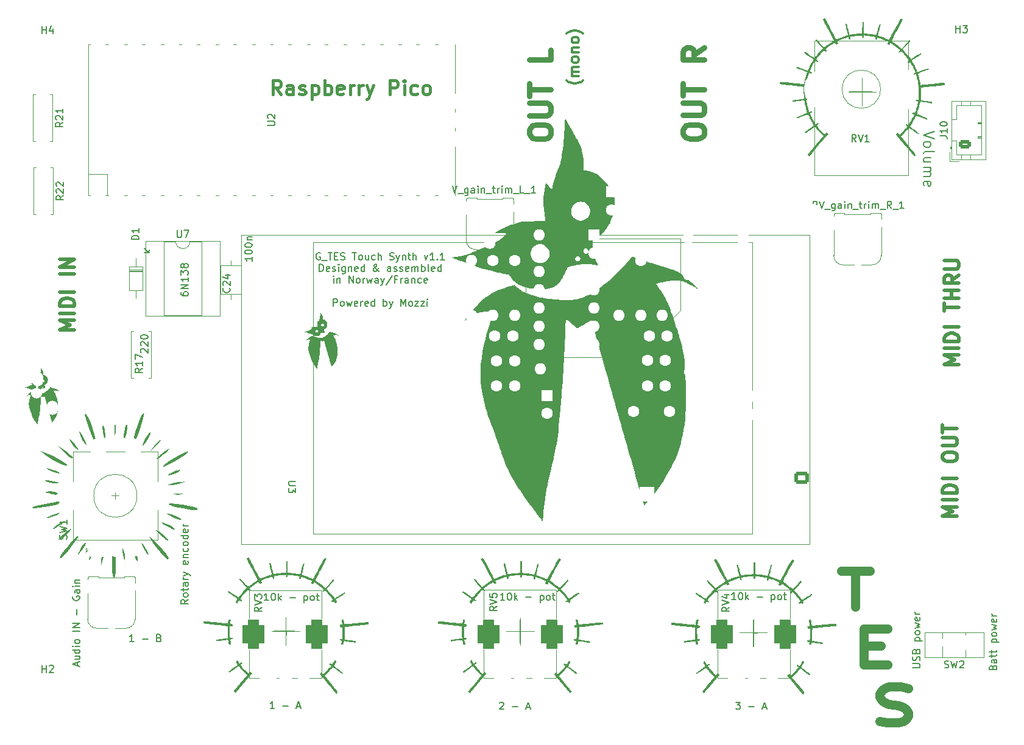
<source format=gto>
G04 #@! TF.GenerationSoftware,KiCad,Pcbnew,6.0.11+dfsg-1~bpo11+1*
G04 #@! TF.CreationDate,2023-11-13T20:16:46+01:00*
G04 #@! TF.ProjectId,v1_1,76315f31-2e6b-4696-9361-645f70636258,rev?*
G04 #@! TF.SameCoordinates,Original*
G04 #@! TF.FileFunction,Legend,Top*
G04 #@! TF.FilePolarity,Positive*
%FSLAX46Y46*%
G04 Gerber Fmt 4.6, Leading zero omitted, Abs format (unit mm)*
G04 Created by KiCad (PCBNEW 6.0.11+dfsg-1~bpo11+1) date 2023-11-13 20:16:46*
%MOMM*%
%LPD*%
G01*
G04 APERTURE LIST*
G04 Aperture macros list*
%AMRoundRect*
0 Rectangle with rounded corners*
0 $1 Rounding radius*
0 $2 $3 $4 $5 $6 $7 $8 $9 X,Y pos of 4 corners*
0 Add a 4 corners polygon primitive as box body*
4,1,4,$2,$3,$4,$5,$6,$7,$8,$9,$2,$3,0*
0 Add four circle primitives for the rounded corners*
1,1,$1+$1,$2,$3*
1,1,$1+$1,$4,$5*
1,1,$1+$1,$6,$7*
1,1,$1+$1,$8,$9*
0 Add four rect primitives between the rounded corners*
20,1,$1+$1,$2,$3,$4,$5,0*
20,1,$1+$1,$4,$5,$6,$7,0*
20,1,$1+$1,$6,$7,$8,$9,0*
20,1,$1+$1,$8,$9,$2,$3,0*%
G04 Aperture macros list end*
%ADD10C,0.150000*%
%ADD11C,0.200000*%
%ADD12C,0.750000*%
%ADD13C,0.500000*%
%ADD14C,0.400000*%
%ADD15C,1.250000*%
%ADD16C,0.300000*%
%ADD17C,0.120000*%
%ADD18R,1.800000X1.800000*%
%ADD19C,1.800000*%
%ADD20RoundRect,0.750000X0.750000X-1.250000X0.750000X1.250000X-0.750000X1.250000X-0.750000X-1.250000X0*%
%ADD21C,1.600000*%
%ADD22O,1.600000X1.600000*%
%ADD23C,3.200000*%
%ADD24RoundRect,0.250000X0.625000X-0.350000X0.625000X0.350000X-0.625000X0.350000X-0.625000X-0.350000X0*%
%ADD25O,1.750000X1.200000*%
%ADD26R,1.560000X1.560000*%
%ADD27C,1.560000*%
%ADD28R,1.500000X1.500000*%
%ADD29O,1.500000X1.500000*%
%ADD30O,1.800000X1.800000*%
%ADD31R,1.700000X3.500000*%
%ADD32O,1.700000X1.700000*%
%ADD33R,1.700000X1.700000*%
%ADD34R,3.500000X1.700000*%
%ADD35C,1.524000*%
%ADD36C,5.000000*%
%ADD37R,1.600000X1.600000*%
%ADD38C,3.400000*%
%ADD39R,2.000000X2.000000*%
%ADD40C,2.000000*%
%ADD41R,2.000000X3.200000*%
%ADD42O,1.500000X2.000000*%
%ADD43C,3.000000*%
%ADD44RoundRect,0.250000X0.750000X-0.600000X0.750000X0.600000X-0.750000X0.600000X-0.750000X-0.600000X0*%
%ADD45O,2.000000X1.700000*%
G04 APERTURE END LIST*
D10*
X164404761Y-135547619D02*
X164452380Y-135500000D01*
X164547619Y-135452380D01*
X164785714Y-135452380D01*
X164880952Y-135500000D01*
X164928571Y-135547619D01*
X164976190Y-135642857D01*
X164976190Y-135738095D01*
X164928571Y-135880952D01*
X164357142Y-136452380D01*
X164976190Y-136452380D01*
X166166666Y-136071428D02*
X166928571Y-136071428D01*
X168119047Y-136166666D02*
X168595238Y-136166666D01*
X168023809Y-136452380D02*
X168357142Y-135452380D01*
X168690476Y-136452380D01*
D11*
X224849428Y-56051142D02*
X223349428Y-56551142D01*
X224849428Y-57051142D01*
X223349428Y-57765428D02*
X223420857Y-57622571D01*
X223492285Y-57551142D01*
X223635142Y-57479714D01*
X224063714Y-57479714D01*
X224206571Y-57551142D01*
X224278000Y-57622571D01*
X224349428Y-57765428D01*
X224349428Y-57979714D01*
X224278000Y-58122571D01*
X224206571Y-58194000D01*
X224063714Y-58265428D01*
X223635142Y-58265428D01*
X223492285Y-58194000D01*
X223420857Y-58122571D01*
X223349428Y-57979714D01*
X223349428Y-57765428D01*
X223349428Y-59122571D02*
X223420857Y-58979714D01*
X223563714Y-58908285D01*
X224849428Y-58908285D01*
X224349428Y-60336857D02*
X223349428Y-60336857D01*
X224349428Y-59694000D02*
X223563714Y-59694000D01*
X223420857Y-59765428D01*
X223349428Y-59908285D01*
X223349428Y-60122571D01*
X223420857Y-60265428D01*
X223492285Y-60336857D01*
X223349428Y-61051142D02*
X224349428Y-61051142D01*
X224206571Y-61051142D02*
X224278000Y-61122571D01*
X224349428Y-61265428D01*
X224349428Y-61479714D01*
X224278000Y-61622571D01*
X224135142Y-61694000D01*
X223349428Y-61694000D01*
X224135142Y-61694000D02*
X224278000Y-61765428D01*
X224349428Y-61908285D01*
X224349428Y-62122571D01*
X224278000Y-62265428D01*
X224135142Y-62336857D01*
X223349428Y-62336857D01*
X223420857Y-63622571D02*
X223349428Y-63479714D01*
X223349428Y-63194000D01*
X223420857Y-63051142D01*
X223563714Y-62979714D01*
X224135142Y-62979714D01*
X224278000Y-63051142D01*
X224349428Y-63194000D01*
X224349428Y-63479714D01*
X224278000Y-63622571D01*
X224135142Y-63694000D01*
X223992285Y-63694000D01*
X223849428Y-62979714D01*
D12*
X189873142Y-56392057D02*
X189873142Y-55820628D01*
X190016000Y-55534914D01*
X190301714Y-55249200D01*
X190873142Y-55106342D01*
X191873142Y-55106342D01*
X192444571Y-55249200D01*
X192730285Y-55534914D01*
X192873142Y-55820628D01*
X192873142Y-56392057D01*
X192730285Y-56677771D01*
X192444571Y-56963485D01*
X191873142Y-57106342D01*
X190873142Y-57106342D01*
X190301714Y-56963485D01*
X190016000Y-56677771D01*
X189873142Y-56392057D01*
X189873142Y-53820628D02*
X192301714Y-53820628D01*
X192587428Y-53677771D01*
X192730285Y-53534914D01*
X192873142Y-53249200D01*
X192873142Y-52677771D01*
X192730285Y-52392057D01*
X192587428Y-52249200D01*
X192301714Y-52106342D01*
X189873142Y-52106342D01*
X189873142Y-51106342D02*
X189873142Y-49392057D01*
X192873142Y-50249200D02*
X189873142Y-50249200D01*
X192873142Y-44392057D02*
X191444571Y-45392057D01*
X192873142Y-46106342D02*
X189873142Y-46106342D01*
X189873142Y-44963485D01*
X190016000Y-44677771D01*
X190158857Y-44534914D01*
X190444571Y-44392057D01*
X190873142Y-44392057D01*
X191158857Y-44534914D01*
X191301714Y-44677771D01*
X191444571Y-44963485D01*
X191444571Y-46106342D01*
D10*
X133096190Y-136342380D02*
X132524761Y-136342380D01*
X132810476Y-136342380D02*
X132810476Y-135342380D01*
X132715238Y-135485238D01*
X132620000Y-135580476D01*
X132524761Y-135628095D01*
X134286666Y-135961428D02*
X135048571Y-135961428D01*
X136239047Y-136056666D02*
X136715238Y-136056666D01*
X136143809Y-136342380D02*
X136477142Y-135342380D01*
X136810476Y-136342380D01*
D13*
X227980761Y-109616095D02*
X225980761Y-109616095D01*
X227409333Y-108949428D01*
X225980761Y-108282761D01*
X227980761Y-108282761D01*
X227980761Y-107330380D02*
X225980761Y-107330380D01*
X227980761Y-106378000D02*
X225980761Y-106378000D01*
X225980761Y-105901809D01*
X226076000Y-105616095D01*
X226266476Y-105425619D01*
X226456952Y-105330380D01*
X226837904Y-105235142D01*
X227123619Y-105235142D01*
X227504571Y-105330380D01*
X227695047Y-105425619D01*
X227885523Y-105616095D01*
X227980761Y-105901809D01*
X227980761Y-106378000D01*
X227980761Y-104378000D02*
X225980761Y-104378000D01*
X225980761Y-101520857D02*
X225980761Y-101139904D01*
X226076000Y-100949428D01*
X226266476Y-100758952D01*
X226647428Y-100663714D01*
X227314095Y-100663714D01*
X227695047Y-100758952D01*
X227885523Y-100949428D01*
X227980761Y-101139904D01*
X227980761Y-101520857D01*
X227885523Y-101711333D01*
X227695047Y-101901809D01*
X227314095Y-101997047D01*
X226647428Y-101997047D01*
X226266476Y-101901809D01*
X226076000Y-101711333D01*
X225980761Y-101520857D01*
X225980761Y-99806571D02*
X227599809Y-99806571D01*
X227790285Y-99711333D01*
X227885523Y-99616095D01*
X227980761Y-99425619D01*
X227980761Y-99044666D01*
X227885523Y-98854190D01*
X227790285Y-98758952D01*
X227599809Y-98663714D01*
X225980761Y-98663714D01*
X225980761Y-97997047D02*
X225980761Y-96854190D01*
X227980761Y-97425619D02*
X225980761Y-97425619D01*
D10*
X197239333Y-121203980D02*
X196667904Y-121203980D01*
X196953619Y-121203980D02*
X196953619Y-120203980D01*
X196858380Y-120346838D01*
X196763142Y-120442076D01*
X196667904Y-120489695D01*
X197858380Y-120203980D02*
X197953619Y-120203980D01*
X198048857Y-120251600D01*
X198096476Y-120299219D01*
X198144095Y-120394457D01*
X198191714Y-120584933D01*
X198191714Y-120823028D01*
X198144095Y-121013504D01*
X198096476Y-121108742D01*
X198048857Y-121156361D01*
X197953619Y-121203980D01*
X197858380Y-121203980D01*
X197763142Y-121156361D01*
X197715523Y-121108742D01*
X197667904Y-121013504D01*
X197620285Y-120823028D01*
X197620285Y-120584933D01*
X197667904Y-120394457D01*
X197715523Y-120299219D01*
X197763142Y-120251600D01*
X197858380Y-120203980D01*
X198620285Y-121203980D02*
X198620285Y-120203980D01*
X198715523Y-120823028D02*
X199001238Y-121203980D01*
X199001238Y-120537314D02*
X198620285Y-120918266D01*
X200191714Y-120823028D02*
X200953619Y-120823028D01*
X202191714Y-120537314D02*
X202191714Y-121537314D01*
X202191714Y-120584933D02*
X202286952Y-120537314D01*
X202477428Y-120537314D01*
X202572666Y-120584933D01*
X202620285Y-120632552D01*
X202667904Y-120727790D01*
X202667904Y-121013504D01*
X202620285Y-121108742D01*
X202572666Y-121156361D01*
X202477428Y-121203980D01*
X202286952Y-121203980D01*
X202191714Y-121156361D01*
X203239333Y-121203980D02*
X203144095Y-121156361D01*
X203096476Y-121108742D01*
X203048857Y-121013504D01*
X203048857Y-120727790D01*
X203096476Y-120632552D01*
X203144095Y-120584933D01*
X203239333Y-120537314D01*
X203382190Y-120537314D01*
X203477428Y-120584933D01*
X203525047Y-120632552D01*
X203572666Y-120727790D01*
X203572666Y-121013504D01*
X203525047Y-121108742D01*
X203477428Y-121156361D01*
X203382190Y-121203980D01*
X203239333Y-121203980D01*
X203858380Y-120537314D02*
X204239333Y-120537314D01*
X204001238Y-120203980D02*
X204001238Y-121061123D01*
X204048857Y-121156361D01*
X204144095Y-121203980D01*
X204239333Y-121203980D01*
D14*
X134002095Y-50942761D02*
X133335428Y-49990380D01*
X132859238Y-50942761D02*
X132859238Y-48942761D01*
X133621142Y-48942761D01*
X133811619Y-49038000D01*
X133906857Y-49133238D01*
X134002095Y-49323714D01*
X134002095Y-49609428D01*
X133906857Y-49799904D01*
X133811619Y-49895142D01*
X133621142Y-49990380D01*
X132859238Y-49990380D01*
X135716380Y-50942761D02*
X135716380Y-49895142D01*
X135621142Y-49704666D01*
X135430666Y-49609428D01*
X135049714Y-49609428D01*
X134859238Y-49704666D01*
X135716380Y-50847523D02*
X135525904Y-50942761D01*
X135049714Y-50942761D01*
X134859238Y-50847523D01*
X134764000Y-50657047D01*
X134764000Y-50466571D01*
X134859238Y-50276095D01*
X135049714Y-50180857D01*
X135525904Y-50180857D01*
X135716380Y-50085619D01*
X136573523Y-50847523D02*
X136764000Y-50942761D01*
X137144952Y-50942761D01*
X137335428Y-50847523D01*
X137430666Y-50657047D01*
X137430666Y-50561809D01*
X137335428Y-50371333D01*
X137144952Y-50276095D01*
X136859238Y-50276095D01*
X136668761Y-50180857D01*
X136573523Y-49990380D01*
X136573523Y-49895142D01*
X136668761Y-49704666D01*
X136859238Y-49609428D01*
X137144952Y-49609428D01*
X137335428Y-49704666D01*
X138287809Y-49609428D02*
X138287809Y-51609428D01*
X138287809Y-49704666D02*
X138478285Y-49609428D01*
X138859238Y-49609428D01*
X139049714Y-49704666D01*
X139144952Y-49799904D01*
X139240190Y-49990380D01*
X139240190Y-50561809D01*
X139144952Y-50752285D01*
X139049714Y-50847523D01*
X138859238Y-50942761D01*
X138478285Y-50942761D01*
X138287809Y-50847523D01*
X140097333Y-50942761D02*
X140097333Y-48942761D01*
X140097333Y-49704666D02*
X140287809Y-49609428D01*
X140668761Y-49609428D01*
X140859238Y-49704666D01*
X140954476Y-49799904D01*
X141049714Y-49990380D01*
X141049714Y-50561809D01*
X140954476Y-50752285D01*
X140859238Y-50847523D01*
X140668761Y-50942761D01*
X140287809Y-50942761D01*
X140097333Y-50847523D01*
X142668761Y-50847523D02*
X142478285Y-50942761D01*
X142097333Y-50942761D01*
X141906857Y-50847523D01*
X141811619Y-50657047D01*
X141811619Y-49895142D01*
X141906857Y-49704666D01*
X142097333Y-49609428D01*
X142478285Y-49609428D01*
X142668761Y-49704666D01*
X142764000Y-49895142D01*
X142764000Y-50085619D01*
X141811619Y-50276095D01*
X143621142Y-50942761D02*
X143621142Y-49609428D01*
X143621142Y-49990380D02*
X143716380Y-49799904D01*
X143811619Y-49704666D01*
X144002095Y-49609428D01*
X144192571Y-49609428D01*
X144859238Y-50942761D02*
X144859238Y-49609428D01*
X144859238Y-49990380D02*
X144954476Y-49799904D01*
X145049714Y-49704666D01*
X145240190Y-49609428D01*
X145430666Y-49609428D01*
X145906857Y-49609428D02*
X146383047Y-50942761D01*
X146859238Y-49609428D02*
X146383047Y-50942761D01*
X146192571Y-51418952D01*
X146097333Y-51514190D01*
X145906857Y-51609428D01*
X149144952Y-50942761D02*
X149144952Y-48942761D01*
X149906857Y-48942761D01*
X150097333Y-49038000D01*
X150192571Y-49133238D01*
X150287809Y-49323714D01*
X150287809Y-49609428D01*
X150192571Y-49799904D01*
X150097333Y-49895142D01*
X149906857Y-49990380D01*
X149144952Y-49990380D01*
X151144952Y-50942761D02*
X151144952Y-49609428D01*
X151144952Y-48942761D02*
X151049714Y-49038000D01*
X151144952Y-49133238D01*
X151240190Y-49038000D01*
X151144952Y-48942761D01*
X151144952Y-49133238D01*
X152954476Y-50847523D02*
X152764000Y-50942761D01*
X152383047Y-50942761D01*
X152192571Y-50847523D01*
X152097333Y-50752285D01*
X152002095Y-50561809D01*
X152002095Y-49990380D01*
X152097333Y-49799904D01*
X152192571Y-49704666D01*
X152383047Y-49609428D01*
X152764000Y-49609428D01*
X152954476Y-49704666D01*
X154097333Y-50942761D02*
X153906857Y-50847523D01*
X153811619Y-50752285D01*
X153716380Y-50561809D01*
X153716380Y-49990380D01*
X153811619Y-49799904D01*
X153906857Y-49704666D01*
X154097333Y-49609428D01*
X154383047Y-49609428D01*
X154573523Y-49704666D01*
X154668761Y-49799904D01*
X154764000Y-49990380D01*
X154764000Y-50561809D01*
X154668761Y-50752285D01*
X154573523Y-50847523D01*
X154383047Y-50942761D01*
X154097333Y-50942761D01*
D10*
X114609619Y-86836095D02*
X114562000Y-86788476D01*
X114514380Y-86693238D01*
X114514380Y-86455142D01*
X114562000Y-86359904D01*
X114609619Y-86312285D01*
X114704857Y-86264666D01*
X114800095Y-86264666D01*
X114942952Y-86312285D01*
X115514380Y-86883714D01*
X115514380Y-86264666D01*
X114609619Y-85883714D02*
X114562000Y-85836095D01*
X114514380Y-85740857D01*
X114514380Y-85502761D01*
X114562000Y-85407523D01*
X114609619Y-85359904D01*
X114704857Y-85312285D01*
X114800095Y-85312285D01*
X114942952Y-85359904D01*
X115514380Y-85931333D01*
X115514380Y-85312285D01*
X114514380Y-84693238D02*
X114514380Y-84598000D01*
X114562000Y-84502761D01*
X114609619Y-84455142D01*
X114704857Y-84407523D01*
X114895333Y-84359904D01*
X115133428Y-84359904D01*
X115323904Y-84407523D01*
X115419142Y-84455142D01*
X115466761Y-84502761D01*
X115514380Y-84598000D01*
X115514380Y-84693238D01*
X115466761Y-84788476D01*
X115419142Y-84836095D01*
X115323904Y-84883714D01*
X115133428Y-84931333D01*
X114895333Y-84931333D01*
X114704857Y-84883714D01*
X114609619Y-84836095D01*
X114562000Y-84788476D01*
X114514380Y-84693238D01*
X232973571Y-130627000D02*
X233021190Y-130484142D01*
X233068809Y-130436523D01*
X233164047Y-130388904D01*
X233306904Y-130388904D01*
X233402142Y-130436523D01*
X233449761Y-130484142D01*
X233497380Y-130579380D01*
X233497380Y-130960333D01*
X232497380Y-130960333D01*
X232497380Y-130627000D01*
X232545000Y-130531761D01*
X232592619Y-130484142D01*
X232687857Y-130436523D01*
X232783095Y-130436523D01*
X232878333Y-130484142D01*
X232925952Y-130531761D01*
X232973571Y-130627000D01*
X232973571Y-130960333D01*
X233497380Y-129531761D02*
X232973571Y-129531761D01*
X232878333Y-129579380D01*
X232830714Y-129674619D01*
X232830714Y-129865095D01*
X232878333Y-129960333D01*
X233449761Y-129531761D02*
X233497380Y-129627000D01*
X233497380Y-129865095D01*
X233449761Y-129960333D01*
X233354523Y-130007952D01*
X233259285Y-130007952D01*
X233164047Y-129960333D01*
X233116428Y-129865095D01*
X233116428Y-129627000D01*
X233068809Y-129531761D01*
X232830714Y-129198428D02*
X232830714Y-128817476D01*
X232497380Y-129055571D02*
X233354523Y-129055571D01*
X233449761Y-129007952D01*
X233497380Y-128912714D01*
X233497380Y-128817476D01*
X232830714Y-128627000D02*
X232830714Y-128246047D01*
X232497380Y-128484142D02*
X233354523Y-128484142D01*
X233449761Y-128436523D01*
X233497380Y-128341285D01*
X233497380Y-128246047D01*
X232830714Y-127150809D02*
X233830714Y-127150809D01*
X232878333Y-127150809D02*
X232830714Y-127055571D01*
X232830714Y-126865095D01*
X232878333Y-126769857D01*
X232925952Y-126722238D01*
X233021190Y-126674619D01*
X233306904Y-126674619D01*
X233402142Y-126722238D01*
X233449761Y-126769857D01*
X233497380Y-126865095D01*
X233497380Y-127055571D01*
X233449761Y-127150809D01*
X233497380Y-126103190D02*
X233449761Y-126198428D01*
X233402142Y-126246047D01*
X233306904Y-126293666D01*
X233021190Y-126293666D01*
X232925952Y-126246047D01*
X232878333Y-126198428D01*
X232830714Y-126103190D01*
X232830714Y-125960333D01*
X232878333Y-125865095D01*
X232925952Y-125817476D01*
X233021190Y-125769857D01*
X233306904Y-125769857D01*
X233402142Y-125817476D01*
X233449761Y-125865095D01*
X233497380Y-125960333D01*
X233497380Y-126103190D01*
X232830714Y-125436523D02*
X233497380Y-125246047D01*
X233021190Y-125055571D01*
X233497380Y-124865095D01*
X232830714Y-124674619D01*
X233449761Y-123912714D02*
X233497380Y-124007952D01*
X233497380Y-124198428D01*
X233449761Y-124293666D01*
X233354523Y-124341285D01*
X232973571Y-124341285D01*
X232878333Y-124293666D01*
X232830714Y-124198428D01*
X232830714Y-124007952D01*
X232878333Y-123912714D01*
X232973571Y-123865095D01*
X233068809Y-123865095D01*
X233164047Y-124341285D01*
X233497380Y-123436523D02*
X232830714Y-123436523D01*
X233021190Y-123436523D02*
X232925952Y-123388904D01*
X232878333Y-123341285D01*
X232830714Y-123246047D01*
X232830714Y-123150809D01*
X221829380Y-130682523D02*
X222638904Y-130682523D01*
X222734142Y-130634904D01*
X222781761Y-130587285D01*
X222829380Y-130492047D01*
X222829380Y-130301571D01*
X222781761Y-130206333D01*
X222734142Y-130158714D01*
X222638904Y-130111095D01*
X221829380Y-130111095D01*
X222781761Y-129682523D02*
X222829380Y-129539666D01*
X222829380Y-129301571D01*
X222781761Y-129206333D01*
X222734142Y-129158714D01*
X222638904Y-129111095D01*
X222543666Y-129111095D01*
X222448428Y-129158714D01*
X222400809Y-129206333D01*
X222353190Y-129301571D01*
X222305571Y-129492047D01*
X222257952Y-129587285D01*
X222210333Y-129634904D01*
X222115095Y-129682523D01*
X222019857Y-129682523D01*
X221924619Y-129634904D01*
X221877000Y-129587285D01*
X221829380Y-129492047D01*
X221829380Y-129253952D01*
X221877000Y-129111095D01*
X222305571Y-128349190D02*
X222353190Y-128206333D01*
X222400809Y-128158714D01*
X222496047Y-128111095D01*
X222638904Y-128111095D01*
X222734142Y-128158714D01*
X222781761Y-128206333D01*
X222829380Y-128301571D01*
X222829380Y-128682523D01*
X221829380Y-128682523D01*
X221829380Y-128349190D01*
X221877000Y-128253952D01*
X221924619Y-128206333D01*
X222019857Y-128158714D01*
X222115095Y-128158714D01*
X222210333Y-128206333D01*
X222257952Y-128253952D01*
X222305571Y-128349190D01*
X222305571Y-128682523D01*
X222162714Y-126920619D02*
X223162714Y-126920619D01*
X222210333Y-126920619D02*
X222162714Y-126825380D01*
X222162714Y-126634904D01*
X222210333Y-126539666D01*
X222257952Y-126492047D01*
X222353190Y-126444428D01*
X222638904Y-126444428D01*
X222734142Y-126492047D01*
X222781761Y-126539666D01*
X222829380Y-126634904D01*
X222829380Y-126825380D01*
X222781761Y-126920619D01*
X222829380Y-125873000D02*
X222781761Y-125968238D01*
X222734142Y-126015857D01*
X222638904Y-126063476D01*
X222353190Y-126063476D01*
X222257952Y-126015857D01*
X222210333Y-125968238D01*
X222162714Y-125873000D01*
X222162714Y-125730142D01*
X222210333Y-125634904D01*
X222257952Y-125587285D01*
X222353190Y-125539666D01*
X222638904Y-125539666D01*
X222734142Y-125587285D01*
X222781761Y-125634904D01*
X222829380Y-125730142D01*
X222829380Y-125873000D01*
X222162714Y-125206333D02*
X222829380Y-125015857D01*
X222353190Y-124825380D01*
X222829380Y-124634904D01*
X222162714Y-124444428D01*
X222781761Y-123682523D02*
X222829380Y-123777761D01*
X222829380Y-123968238D01*
X222781761Y-124063476D01*
X222686523Y-124111095D01*
X222305571Y-124111095D01*
X222210333Y-124063476D01*
X222162714Y-123968238D01*
X222162714Y-123777761D01*
X222210333Y-123682523D01*
X222305571Y-123634904D01*
X222400809Y-123634904D01*
X222496047Y-124111095D01*
X222829380Y-123206333D02*
X222162714Y-123206333D01*
X222353190Y-123206333D02*
X222257952Y-123158714D01*
X222210333Y-123111095D01*
X222162714Y-123015857D01*
X222162714Y-122920619D01*
D15*
X211868000Y-117227904D02*
X215868000Y-117227904D01*
X213868000Y-122227904D02*
X213868000Y-117227904D01*
X215034666Y-127658857D02*
X217368000Y-127658857D01*
X218368000Y-130277904D02*
X215034666Y-130277904D01*
X215034666Y-125277904D01*
X218368000Y-125277904D01*
X217201333Y-138089809D02*
X218201333Y-138327904D01*
X219868000Y-138327904D01*
X220534666Y-138089809D01*
X220868000Y-137851714D01*
X221201333Y-137375523D01*
X221201333Y-136899333D01*
X220868000Y-136423142D01*
X220534666Y-136185047D01*
X219868000Y-135946952D01*
X218534666Y-135708857D01*
X217868000Y-135470761D01*
X217534666Y-135232666D01*
X217201333Y-134756476D01*
X217201333Y-134280285D01*
X217534666Y-133804095D01*
X217868000Y-133566000D01*
X218534666Y-133327904D01*
X220201333Y-133327904D01*
X221201333Y-133566000D01*
D10*
X121102380Y-121185961D02*
X120626190Y-121519295D01*
X121102380Y-121757390D02*
X120102380Y-121757390D01*
X120102380Y-121376438D01*
X120150000Y-121281200D01*
X120197619Y-121233580D01*
X120292857Y-121185961D01*
X120435714Y-121185961D01*
X120530952Y-121233580D01*
X120578571Y-121281200D01*
X120626190Y-121376438D01*
X120626190Y-121757390D01*
X121102380Y-120614533D02*
X121054761Y-120709771D01*
X121007142Y-120757390D01*
X120911904Y-120805009D01*
X120626190Y-120805009D01*
X120530952Y-120757390D01*
X120483333Y-120709771D01*
X120435714Y-120614533D01*
X120435714Y-120471676D01*
X120483333Y-120376438D01*
X120530952Y-120328819D01*
X120626190Y-120281200D01*
X120911904Y-120281200D01*
X121007142Y-120328819D01*
X121054761Y-120376438D01*
X121102380Y-120471676D01*
X121102380Y-120614533D01*
X120435714Y-119995485D02*
X120435714Y-119614533D01*
X120102380Y-119852628D02*
X120959523Y-119852628D01*
X121054761Y-119805009D01*
X121102380Y-119709771D01*
X121102380Y-119614533D01*
X121102380Y-118852628D02*
X120578571Y-118852628D01*
X120483333Y-118900247D01*
X120435714Y-118995485D01*
X120435714Y-119185961D01*
X120483333Y-119281200D01*
X121054761Y-118852628D02*
X121102380Y-118947866D01*
X121102380Y-119185961D01*
X121054761Y-119281200D01*
X120959523Y-119328819D01*
X120864285Y-119328819D01*
X120769047Y-119281200D01*
X120721428Y-119185961D01*
X120721428Y-118947866D01*
X120673809Y-118852628D01*
X121102380Y-118376438D02*
X120435714Y-118376438D01*
X120626190Y-118376438D02*
X120530952Y-118328819D01*
X120483333Y-118281200D01*
X120435714Y-118185961D01*
X120435714Y-118090723D01*
X120435714Y-117852628D02*
X121102380Y-117614533D01*
X120435714Y-117376438D02*
X121102380Y-117614533D01*
X121340476Y-117709771D01*
X121388095Y-117757390D01*
X121435714Y-117852628D01*
X121054761Y-115852628D02*
X121102380Y-115947866D01*
X121102380Y-116138342D01*
X121054761Y-116233580D01*
X120959523Y-116281200D01*
X120578571Y-116281200D01*
X120483333Y-116233580D01*
X120435714Y-116138342D01*
X120435714Y-115947866D01*
X120483333Y-115852628D01*
X120578571Y-115805009D01*
X120673809Y-115805009D01*
X120769047Y-116281200D01*
X120435714Y-115376438D02*
X121102380Y-115376438D01*
X120530952Y-115376438D02*
X120483333Y-115328819D01*
X120435714Y-115233580D01*
X120435714Y-115090723D01*
X120483333Y-114995485D01*
X120578571Y-114947866D01*
X121102380Y-114947866D01*
X121054761Y-114043104D02*
X121102380Y-114138342D01*
X121102380Y-114328819D01*
X121054761Y-114424057D01*
X121007142Y-114471676D01*
X120911904Y-114519295D01*
X120626190Y-114519295D01*
X120530952Y-114471676D01*
X120483333Y-114424057D01*
X120435714Y-114328819D01*
X120435714Y-114138342D01*
X120483333Y-114043104D01*
X121102380Y-113471676D02*
X121054761Y-113566914D01*
X121007142Y-113614533D01*
X120911904Y-113662152D01*
X120626190Y-113662152D01*
X120530952Y-113614533D01*
X120483333Y-113566914D01*
X120435714Y-113471676D01*
X120435714Y-113328819D01*
X120483333Y-113233580D01*
X120530952Y-113185961D01*
X120626190Y-113138342D01*
X120911904Y-113138342D01*
X121007142Y-113185961D01*
X121054761Y-113233580D01*
X121102380Y-113328819D01*
X121102380Y-113471676D01*
X121102380Y-112281200D02*
X120102380Y-112281200D01*
X121054761Y-112281200D02*
X121102380Y-112376438D01*
X121102380Y-112566914D01*
X121054761Y-112662152D01*
X121007142Y-112709771D01*
X120911904Y-112757390D01*
X120626190Y-112757390D01*
X120530952Y-112709771D01*
X120483333Y-112662152D01*
X120435714Y-112566914D01*
X120435714Y-112376438D01*
X120483333Y-112281200D01*
X121054761Y-111424057D02*
X121102380Y-111519295D01*
X121102380Y-111709771D01*
X121054761Y-111805009D01*
X120959523Y-111852628D01*
X120578571Y-111852628D01*
X120483333Y-111805009D01*
X120435714Y-111709771D01*
X120435714Y-111519295D01*
X120483333Y-111424057D01*
X120578571Y-111376438D01*
X120673809Y-111376438D01*
X120769047Y-111852628D01*
X121102380Y-110947866D02*
X120435714Y-110947866D01*
X120626190Y-110947866D02*
X120530952Y-110900247D01*
X120483333Y-110852628D01*
X120435714Y-110757390D01*
X120435714Y-110662152D01*
D13*
X228234761Y-88518095D02*
X226234761Y-88518095D01*
X227663333Y-87851428D01*
X226234761Y-87184761D01*
X228234761Y-87184761D01*
X228234761Y-86232380D02*
X226234761Y-86232380D01*
X228234761Y-85280000D02*
X226234761Y-85280000D01*
X226234761Y-84803809D01*
X226330000Y-84518095D01*
X226520476Y-84327619D01*
X226710952Y-84232380D01*
X227091904Y-84137142D01*
X227377619Y-84137142D01*
X227758571Y-84232380D01*
X227949047Y-84327619D01*
X228139523Y-84518095D01*
X228234761Y-84803809D01*
X228234761Y-85280000D01*
X228234761Y-83280000D02*
X226234761Y-83280000D01*
X226234761Y-81089523D02*
X226234761Y-79946666D01*
X228234761Y-80518095D02*
X226234761Y-80518095D01*
X228234761Y-79280000D02*
X226234761Y-79280000D01*
X227187142Y-79280000D02*
X227187142Y-78137142D01*
X228234761Y-78137142D02*
X226234761Y-78137142D01*
X228234761Y-76041904D02*
X227282380Y-76708571D01*
X228234761Y-77184761D02*
X226234761Y-77184761D01*
X226234761Y-76422857D01*
X226330000Y-76232380D01*
X226425238Y-76137142D01*
X226615714Y-76041904D01*
X226901428Y-76041904D01*
X227091904Y-76137142D01*
X227187142Y-76232380D01*
X227282380Y-76422857D01*
X227282380Y-77184761D01*
X226234761Y-75184761D02*
X227853809Y-75184761D01*
X228044285Y-75089523D01*
X228139523Y-74994285D01*
X228234761Y-74803809D01*
X228234761Y-74422857D01*
X228139523Y-74232380D01*
X228044285Y-74137142D01*
X227853809Y-74041904D01*
X226234761Y-74041904D01*
D10*
X105754466Y-130409200D02*
X105754466Y-129933009D01*
X106040180Y-130504438D02*
X105040180Y-130171104D01*
X106040180Y-129837771D01*
X105373514Y-129075866D02*
X106040180Y-129075866D01*
X105373514Y-129504438D02*
X105897323Y-129504438D01*
X105992561Y-129456819D01*
X106040180Y-129361580D01*
X106040180Y-129218723D01*
X105992561Y-129123485D01*
X105944942Y-129075866D01*
X106040180Y-128171104D02*
X105040180Y-128171104D01*
X105992561Y-128171104D02*
X106040180Y-128266342D01*
X106040180Y-128456819D01*
X105992561Y-128552057D01*
X105944942Y-128599676D01*
X105849704Y-128647295D01*
X105563990Y-128647295D01*
X105468752Y-128599676D01*
X105421133Y-128552057D01*
X105373514Y-128456819D01*
X105373514Y-128266342D01*
X105421133Y-128171104D01*
X106040180Y-127694914D02*
X105373514Y-127694914D01*
X105040180Y-127694914D02*
X105087800Y-127742533D01*
X105135419Y-127694914D01*
X105087800Y-127647295D01*
X105040180Y-127694914D01*
X105135419Y-127694914D01*
X106040180Y-127075866D02*
X105992561Y-127171104D01*
X105944942Y-127218723D01*
X105849704Y-127266342D01*
X105563990Y-127266342D01*
X105468752Y-127218723D01*
X105421133Y-127171104D01*
X105373514Y-127075866D01*
X105373514Y-126933009D01*
X105421133Y-126837771D01*
X105468752Y-126790152D01*
X105563990Y-126742533D01*
X105849704Y-126742533D01*
X105944942Y-126790152D01*
X105992561Y-126837771D01*
X106040180Y-126933009D01*
X106040180Y-127075866D01*
X106040180Y-125552057D02*
X105040180Y-125552057D01*
X106040180Y-125075866D02*
X105040180Y-125075866D01*
X106040180Y-124504438D01*
X105040180Y-124504438D01*
X105659228Y-123266342D02*
X105659228Y-122504438D01*
X105087800Y-120742533D02*
X105040180Y-120837771D01*
X105040180Y-120980628D01*
X105087800Y-121123485D01*
X105183038Y-121218723D01*
X105278276Y-121266342D01*
X105468752Y-121313961D01*
X105611609Y-121313961D01*
X105802085Y-121266342D01*
X105897323Y-121218723D01*
X105992561Y-121123485D01*
X106040180Y-120980628D01*
X106040180Y-120885390D01*
X105992561Y-120742533D01*
X105944942Y-120694914D01*
X105611609Y-120694914D01*
X105611609Y-120885390D01*
X106040180Y-119837771D02*
X105516371Y-119837771D01*
X105421133Y-119885390D01*
X105373514Y-119980628D01*
X105373514Y-120171104D01*
X105421133Y-120266342D01*
X105992561Y-119837771D02*
X106040180Y-119933009D01*
X106040180Y-120171104D01*
X105992561Y-120266342D01*
X105897323Y-120313961D01*
X105802085Y-120313961D01*
X105706847Y-120266342D01*
X105659228Y-120171104D01*
X105659228Y-119933009D01*
X105611609Y-119837771D01*
X106040180Y-119361580D02*
X105373514Y-119361580D01*
X105040180Y-119361580D02*
X105087800Y-119409200D01*
X105135419Y-119361580D01*
X105087800Y-119313961D01*
X105040180Y-119361580D01*
X105135419Y-119361580D01*
X105373514Y-118885390D02*
X106040180Y-118885390D01*
X105468752Y-118885390D02*
X105421133Y-118837771D01*
X105373514Y-118742533D01*
X105373514Y-118599676D01*
X105421133Y-118504438D01*
X105516371Y-118456819D01*
X106040180Y-118456819D01*
D16*
X176002000Y-48970000D02*
X175930571Y-49041428D01*
X175716285Y-49184285D01*
X175573428Y-49255714D01*
X175359142Y-49327142D01*
X175002000Y-49398571D01*
X174716285Y-49398571D01*
X174359142Y-49327142D01*
X174144857Y-49255714D01*
X174002000Y-49184285D01*
X173787714Y-49041428D01*
X173716285Y-48970000D01*
X175430571Y-48398571D02*
X174430571Y-48398571D01*
X174573428Y-48398571D02*
X174502000Y-48327142D01*
X174430571Y-48184285D01*
X174430571Y-47970000D01*
X174502000Y-47827142D01*
X174644857Y-47755714D01*
X175430571Y-47755714D01*
X174644857Y-47755714D02*
X174502000Y-47684285D01*
X174430571Y-47541428D01*
X174430571Y-47327142D01*
X174502000Y-47184285D01*
X174644857Y-47112857D01*
X175430571Y-47112857D01*
X175430571Y-46184285D02*
X175359142Y-46327142D01*
X175287714Y-46398571D01*
X175144857Y-46470000D01*
X174716285Y-46470000D01*
X174573428Y-46398571D01*
X174502000Y-46327142D01*
X174430571Y-46184285D01*
X174430571Y-45970000D01*
X174502000Y-45827142D01*
X174573428Y-45755714D01*
X174716285Y-45684285D01*
X175144857Y-45684285D01*
X175287714Y-45755714D01*
X175359142Y-45827142D01*
X175430571Y-45970000D01*
X175430571Y-46184285D01*
X174430571Y-45041428D02*
X175430571Y-45041428D01*
X174573428Y-45041428D02*
X174502000Y-44970000D01*
X174430571Y-44827142D01*
X174430571Y-44612857D01*
X174502000Y-44470000D01*
X174644857Y-44398571D01*
X175430571Y-44398571D01*
X175430571Y-43470000D02*
X175359142Y-43612857D01*
X175287714Y-43684285D01*
X175144857Y-43755714D01*
X174716285Y-43755714D01*
X174573428Y-43684285D01*
X174502000Y-43612857D01*
X174430571Y-43470000D01*
X174430571Y-43255714D01*
X174502000Y-43112857D01*
X174573428Y-43041428D01*
X174716285Y-42970000D01*
X175144857Y-42970000D01*
X175287714Y-43041428D01*
X175359142Y-43112857D01*
X175430571Y-43255714D01*
X175430571Y-43470000D01*
X176002000Y-42470000D02*
X175930571Y-42398571D01*
X175716285Y-42255714D01*
X175573428Y-42184285D01*
X175359142Y-42112857D01*
X175002000Y-42041428D01*
X174716285Y-42041428D01*
X174359142Y-42112857D01*
X174144857Y-42184285D01*
X174002000Y-42255714D01*
X173787714Y-42398571D01*
X173716285Y-42470000D01*
D10*
X129992380Y-73509047D02*
X129992380Y-74080476D01*
X129992380Y-73794761D02*
X128992380Y-73794761D01*
X129135238Y-73890000D01*
X129230476Y-73985238D01*
X129278095Y-74080476D01*
X128992380Y-72890000D02*
X128992380Y-72794761D01*
X129040000Y-72699523D01*
X129087619Y-72651904D01*
X129182857Y-72604285D01*
X129373333Y-72556666D01*
X129611428Y-72556666D01*
X129801904Y-72604285D01*
X129897142Y-72651904D01*
X129944761Y-72699523D01*
X129992380Y-72794761D01*
X129992380Y-72890000D01*
X129944761Y-72985238D01*
X129897142Y-73032857D01*
X129801904Y-73080476D01*
X129611428Y-73128095D01*
X129373333Y-73128095D01*
X129182857Y-73080476D01*
X129087619Y-73032857D01*
X129040000Y-72985238D01*
X128992380Y-72890000D01*
X128992380Y-71937619D02*
X128992380Y-71842380D01*
X129040000Y-71747142D01*
X129087619Y-71699523D01*
X129182857Y-71651904D01*
X129373333Y-71604285D01*
X129611428Y-71604285D01*
X129801904Y-71651904D01*
X129897142Y-71699523D01*
X129944761Y-71747142D01*
X129992380Y-71842380D01*
X129992380Y-71937619D01*
X129944761Y-72032857D01*
X129897142Y-72080476D01*
X129801904Y-72128095D01*
X129611428Y-72175714D01*
X129373333Y-72175714D01*
X129182857Y-72128095D01*
X129087619Y-72080476D01*
X129040000Y-72032857D01*
X128992380Y-71937619D01*
X129325714Y-71175714D02*
X129992380Y-71175714D01*
X129420952Y-71175714D02*
X129373333Y-71128095D01*
X129325714Y-71032857D01*
X129325714Y-70890000D01*
X129373333Y-70794761D01*
X129468571Y-70747142D01*
X129992380Y-70747142D01*
D13*
X105298761Y-83644761D02*
X103298761Y-83644761D01*
X104727333Y-82978095D01*
X103298761Y-82311428D01*
X105298761Y-82311428D01*
X105298761Y-81359047D02*
X103298761Y-81359047D01*
X105298761Y-80406666D02*
X103298761Y-80406666D01*
X103298761Y-79930476D01*
X103394000Y-79644761D01*
X103584476Y-79454285D01*
X103774952Y-79359047D01*
X104155904Y-79263809D01*
X104441619Y-79263809D01*
X104822571Y-79359047D01*
X105013047Y-79454285D01*
X105203523Y-79644761D01*
X105298761Y-79930476D01*
X105298761Y-80406666D01*
X105298761Y-78406666D02*
X103298761Y-78406666D01*
X105298761Y-75930476D02*
X103298761Y-75930476D01*
X105298761Y-74978095D02*
X103298761Y-74978095D01*
X105298761Y-73835238D01*
X103298761Y-73835238D01*
D10*
X120102380Y-78469904D02*
X120102380Y-78660380D01*
X120150000Y-78755619D01*
X120197619Y-78803238D01*
X120340476Y-78898476D01*
X120530952Y-78946095D01*
X120911904Y-78946095D01*
X121007142Y-78898476D01*
X121054761Y-78850857D01*
X121102380Y-78755619D01*
X121102380Y-78565142D01*
X121054761Y-78469904D01*
X121007142Y-78422285D01*
X120911904Y-78374666D01*
X120673809Y-78374666D01*
X120578571Y-78422285D01*
X120530952Y-78469904D01*
X120483333Y-78565142D01*
X120483333Y-78755619D01*
X120530952Y-78850857D01*
X120578571Y-78898476D01*
X120673809Y-78946095D01*
X121102380Y-77946095D02*
X120102380Y-77946095D01*
X121102380Y-77374666D01*
X120102380Y-77374666D01*
X121102380Y-76374666D02*
X121102380Y-76946095D01*
X121102380Y-76660380D02*
X120102380Y-76660380D01*
X120245238Y-76755619D01*
X120340476Y-76850857D01*
X120388095Y-76946095D01*
X120102380Y-76041333D02*
X120102380Y-75422285D01*
X120483333Y-75755619D01*
X120483333Y-75612761D01*
X120530952Y-75517523D01*
X120578571Y-75469904D01*
X120673809Y-75422285D01*
X120911904Y-75422285D01*
X121007142Y-75469904D01*
X121054761Y-75517523D01*
X121102380Y-75612761D01*
X121102380Y-75898476D01*
X121054761Y-75993714D01*
X121007142Y-76041333D01*
X120530952Y-74850857D02*
X120483333Y-74946095D01*
X120435714Y-74993714D01*
X120340476Y-75041333D01*
X120292857Y-75041333D01*
X120197619Y-74993714D01*
X120150000Y-74946095D01*
X120102380Y-74850857D01*
X120102380Y-74660380D01*
X120150000Y-74565142D01*
X120197619Y-74517523D01*
X120292857Y-74469904D01*
X120340476Y-74469904D01*
X120435714Y-74517523D01*
X120483333Y-74565142D01*
X120530952Y-74660380D01*
X120530952Y-74850857D01*
X120578571Y-74946095D01*
X120626190Y-74993714D01*
X120721428Y-75041333D01*
X120911904Y-75041333D01*
X121007142Y-74993714D01*
X121054761Y-74946095D01*
X121102380Y-74850857D01*
X121102380Y-74660380D01*
X121054761Y-74565142D01*
X121007142Y-74517523D01*
X120911904Y-74469904D01*
X120721428Y-74469904D01*
X120626190Y-74517523D01*
X120578571Y-74565142D01*
X120530952Y-74660380D01*
X197247142Y-135452380D02*
X197866190Y-135452380D01*
X197532857Y-135833333D01*
X197675714Y-135833333D01*
X197770952Y-135880952D01*
X197818571Y-135928571D01*
X197866190Y-136023809D01*
X197866190Y-136261904D01*
X197818571Y-136357142D01*
X197770952Y-136404761D01*
X197675714Y-136452380D01*
X197390000Y-136452380D01*
X197294761Y-136404761D01*
X197247142Y-136357142D01*
X199056666Y-136071428D02*
X199818571Y-136071428D01*
X201009047Y-136166666D02*
X201485238Y-136166666D01*
X200913809Y-136452380D02*
X201247142Y-135452380D01*
X201580476Y-136452380D01*
X139470857Y-72988000D02*
X139375619Y-72940380D01*
X139232761Y-72940380D01*
X139089904Y-72988000D01*
X138994666Y-73083238D01*
X138947047Y-73178476D01*
X138899428Y-73368952D01*
X138899428Y-73511809D01*
X138947047Y-73702285D01*
X138994666Y-73797523D01*
X139089904Y-73892761D01*
X139232761Y-73940380D01*
X139328000Y-73940380D01*
X139470857Y-73892761D01*
X139518476Y-73845142D01*
X139518476Y-73511809D01*
X139328000Y-73511809D01*
X139708952Y-74035619D02*
X140470857Y-74035619D01*
X140566095Y-72940380D02*
X141137523Y-72940380D01*
X140851809Y-73940380D02*
X140851809Y-72940380D01*
X141470857Y-73416571D02*
X141804190Y-73416571D01*
X141947047Y-73940380D02*
X141470857Y-73940380D01*
X141470857Y-72940380D01*
X141947047Y-72940380D01*
X142328000Y-73892761D02*
X142470857Y-73940380D01*
X142708952Y-73940380D01*
X142804190Y-73892761D01*
X142851809Y-73845142D01*
X142899428Y-73749904D01*
X142899428Y-73654666D01*
X142851809Y-73559428D01*
X142804190Y-73511809D01*
X142708952Y-73464190D01*
X142518476Y-73416571D01*
X142423238Y-73368952D01*
X142375619Y-73321333D01*
X142328000Y-73226095D01*
X142328000Y-73130857D01*
X142375619Y-73035619D01*
X142423238Y-72988000D01*
X142518476Y-72940380D01*
X142756571Y-72940380D01*
X142899428Y-72988000D01*
X143947047Y-72940380D02*
X144518476Y-72940380D01*
X144232761Y-73940380D02*
X144232761Y-72940380D01*
X144994666Y-73940380D02*
X144899428Y-73892761D01*
X144851809Y-73845142D01*
X144804190Y-73749904D01*
X144804190Y-73464190D01*
X144851809Y-73368952D01*
X144899428Y-73321333D01*
X144994666Y-73273714D01*
X145137523Y-73273714D01*
X145232761Y-73321333D01*
X145280380Y-73368952D01*
X145328000Y-73464190D01*
X145328000Y-73749904D01*
X145280380Y-73845142D01*
X145232761Y-73892761D01*
X145137523Y-73940380D01*
X144994666Y-73940380D01*
X146185142Y-73273714D02*
X146185142Y-73940380D01*
X145756571Y-73273714D02*
X145756571Y-73797523D01*
X145804190Y-73892761D01*
X145899428Y-73940380D01*
X146042285Y-73940380D01*
X146137523Y-73892761D01*
X146185142Y-73845142D01*
X147089904Y-73892761D02*
X146994666Y-73940380D01*
X146804190Y-73940380D01*
X146708952Y-73892761D01*
X146661333Y-73845142D01*
X146613714Y-73749904D01*
X146613714Y-73464190D01*
X146661333Y-73368952D01*
X146708952Y-73321333D01*
X146804190Y-73273714D01*
X146994666Y-73273714D01*
X147089904Y-73321333D01*
X147518476Y-73940380D02*
X147518476Y-72940380D01*
X147947047Y-73940380D02*
X147947047Y-73416571D01*
X147899428Y-73321333D01*
X147804190Y-73273714D01*
X147661333Y-73273714D01*
X147566095Y-73321333D01*
X147518476Y-73368952D01*
X149137523Y-73892761D02*
X149280380Y-73940380D01*
X149518476Y-73940380D01*
X149613714Y-73892761D01*
X149661333Y-73845142D01*
X149708952Y-73749904D01*
X149708952Y-73654666D01*
X149661333Y-73559428D01*
X149613714Y-73511809D01*
X149518476Y-73464190D01*
X149328000Y-73416571D01*
X149232761Y-73368952D01*
X149185142Y-73321333D01*
X149137523Y-73226095D01*
X149137523Y-73130857D01*
X149185142Y-73035619D01*
X149232761Y-72988000D01*
X149328000Y-72940380D01*
X149566095Y-72940380D01*
X149708952Y-72988000D01*
X150042285Y-73273714D02*
X150280380Y-73940380D01*
X150518476Y-73273714D02*
X150280380Y-73940380D01*
X150185142Y-74178476D01*
X150137523Y-74226095D01*
X150042285Y-74273714D01*
X150899428Y-73273714D02*
X150899428Y-73940380D01*
X150899428Y-73368952D02*
X150947047Y-73321333D01*
X151042285Y-73273714D01*
X151185142Y-73273714D01*
X151280380Y-73321333D01*
X151328000Y-73416571D01*
X151328000Y-73940380D01*
X151661333Y-73273714D02*
X152042285Y-73273714D01*
X151804190Y-72940380D02*
X151804190Y-73797523D01*
X151851809Y-73892761D01*
X151947047Y-73940380D01*
X152042285Y-73940380D01*
X152375619Y-73940380D02*
X152375619Y-72940380D01*
X152804190Y-73940380D02*
X152804190Y-73416571D01*
X152756571Y-73321333D01*
X152661333Y-73273714D01*
X152518476Y-73273714D01*
X152423238Y-73321333D01*
X152375619Y-73368952D01*
X153947047Y-73273714D02*
X154185142Y-73940380D01*
X154423238Y-73273714D01*
X155328000Y-73940380D02*
X154756571Y-73940380D01*
X155042285Y-73940380D02*
X155042285Y-72940380D01*
X154947047Y-73083238D01*
X154851809Y-73178476D01*
X154756571Y-73226095D01*
X155756571Y-73845142D02*
X155804190Y-73892761D01*
X155756571Y-73940380D01*
X155708952Y-73892761D01*
X155756571Y-73845142D01*
X155756571Y-73940380D01*
X156756571Y-73940380D02*
X156185142Y-73940380D01*
X156470857Y-73940380D02*
X156470857Y-72940380D01*
X156375619Y-73083238D01*
X156280380Y-73178476D01*
X156185142Y-73226095D01*
X139375619Y-75550380D02*
X139375619Y-74550380D01*
X139613714Y-74550380D01*
X139756571Y-74598000D01*
X139851809Y-74693238D01*
X139899428Y-74788476D01*
X139947047Y-74978952D01*
X139947047Y-75121809D01*
X139899428Y-75312285D01*
X139851809Y-75407523D01*
X139756571Y-75502761D01*
X139613714Y-75550380D01*
X139375619Y-75550380D01*
X140756571Y-75502761D02*
X140661333Y-75550380D01*
X140470857Y-75550380D01*
X140375619Y-75502761D01*
X140328000Y-75407523D01*
X140328000Y-75026571D01*
X140375619Y-74931333D01*
X140470857Y-74883714D01*
X140661333Y-74883714D01*
X140756571Y-74931333D01*
X140804190Y-75026571D01*
X140804190Y-75121809D01*
X140328000Y-75217047D01*
X141185142Y-75502761D02*
X141280380Y-75550380D01*
X141470857Y-75550380D01*
X141566095Y-75502761D01*
X141613714Y-75407523D01*
X141613714Y-75359904D01*
X141566095Y-75264666D01*
X141470857Y-75217047D01*
X141328000Y-75217047D01*
X141232761Y-75169428D01*
X141185142Y-75074190D01*
X141185142Y-75026571D01*
X141232761Y-74931333D01*
X141328000Y-74883714D01*
X141470857Y-74883714D01*
X141566095Y-74931333D01*
X142042285Y-75550380D02*
X142042285Y-74883714D01*
X142042285Y-74550380D02*
X141994666Y-74598000D01*
X142042285Y-74645619D01*
X142089904Y-74598000D01*
X142042285Y-74550380D01*
X142042285Y-74645619D01*
X142947047Y-74883714D02*
X142947047Y-75693238D01*
X142899428Y-75788476D01*
X142851809Y-75836095D01*
X142756571Y-75883714D01*
X142613714Y-75883714D01*
X142518476Y-75836095D01*
X142947047Y-75502761D02*
X142851809Y-75550380D01*
X142661333Y-75550380D01*
X142566095Y-75502761D01*
X142518476Y-75455142D01*
X142470857Y-75359904D01*
X142470857Y-75074190D01*
X142518476Y-74978952D01*
X142566095Y-74931333D01*
X142661333Y-74883714D01*
X142851809Y-74883714D01*
X142947047Y-74931333D01*
X143423238Y-74883714D02*
X143423238Y-75550380D01*
X143423238Y-74978952D02*
X143470857Y-74931333D01*
X143566095Y-74883714D01*
X143708952Y-74883714D01*
X143804190Y-74931333D01*
X143851809Y-75026571D01*
X143851809Y-75550380D01*
X144708952Y-75502761D02*
X144613714Y-75550380D01*
X144423238Y-75550380D01*
X144328000Y-75502761D01*
X144280380Y-75407523D01*
X144280380Y-75026571D01*
X144328000Y-74931333D01*
X144423238Y-74883714D01*
X144613714Y-74883714D01*
X144708952Y-74931333D01*
X144756571Y-75026571D01*
X144756571Y-75121809D01*
X144280380Y-75217047D01*
X145613714Y-75550380D02*
X145613714Y-74550380D01*
X145613714Y-75502761D02*
X145518476Y-75550380D01*
X145328000Y-75550380D01*
X145232761Y-75502761D01*
X145185142Y-75455142D01*
X145137523Y-75359904D01*
X145137523Y-75074190D01*
X145185142Y-74978952D01*
X145232761Y-74931333D01*
X145328000Y-74883714D01*
X145518476Y-74883714D01*
X145613714Y-74931333D01*
X147661333Y-75550380D02*
X147613714Y-75550380D01*
X147518476Y-75502761D01*
X147375619Y-75359904D01*
X147137523Y-75074190D01*
X147042285Y-74931333D01*
X146994666Y-74788476D01*
X146994666Y-74693238D01*
X147042285Y-74598000D01*
X147137523Y-74550380D01*
X147185142Y-74550380D01*
X147280380Y-74598000D01*
X147328000Y-74693238D01*
X147328000Y-74740857D01*
X147280380Y-74836095D01*
X147232761Y-74883714D01*
X146947047Y-75074190D01*
X146899428Y-75121809D01*
X146851809Y-75217047D01*
X146851809Y-75359904D01*
X146899428Y-75455142D01*
X146947047Y-75502761D01*
X147042285Y-75550380D01*
X147185142Y-75550380D01*
X147280380Y-75502761D01*
X147328000Y-75455142D01*
X147470857Y-75264666D01*
X147518476Y-75121809D01*
X147518476Y-75026571D01*
X149280380Y-75550380D02*
X149280380Y-75026571D01*
X149232761Y-74931333D01*
X149137523Y-74883714D01*
X148947047Y-74883714D01*
X148851809Y-74931333D01*
X149280380Y-75502761D02*
X149185142Y-75550380D01*
X148947047Y-75550380D01*
X148851809Y-75502761D01*
X148804190Y-75407523D01*
X148804190Y-75312285D01*
X148851809Y-75217047D01*
X148947047Y-75169428D01*
X149185142Y-75169428D01*
X149280380Y-75121809D01*
X149708952Y-75502761D02*
X149804190Y-75550380D01*
X149994666Y-75550380D01*
X150089904Y-75502761D01*
X150137523Y-75407523D01*
X150137523Y-75359904D01*
X150089904Y-75264666D01*
X149994666Y-75217047D01*
X149851809Y-75217047D01*
X149756571Y-75169428D01*
X149708952Y-75074190D01*
X149708952Y-75026571D01*
X149756571Y-74931333D01*
X149851809Y-74883714D01*
X149994666Y-74883714D01*
X150089904Y-74931333D01*
X150518476Y-75502761D02*
X150613714Y-75550380D01*
X150804190Y-75550380D01*
X150899428Y-75502761D01*
X150947047Y-75407523D01*
X150947047Y-75359904D01*
X150899428Y-75264666D01*
X150804190Y-75217047D01*
X150661333Y-75217047D01*
X150566095Y-75169428D01*
X150518476Y-75074190D01*
X150518476Y-75026571D01*
X150566095Y-74931333D01*
X150661333Y-74883714D01*
X150804190Y-74883714D01*
X150899428Y-74931333D01*
X151756571Y-75502761D02*
X151661333Y-75550380D01*
X151470857Y-75550380D01*
X151375619Y-75502761D01*
X151328000Y-75407523D01*
X151328000Y-75026571D01*
X151375619Y-74931333D01*
X151470857Y-74883714D01*
X151661333Y-74883714D01*
X151756571Y-74931333D01*
X151804190Y-75026571D01*
X151804190Y-75121809D01*
X151328000Y-75217047D01*
X152232761Y-75550380D02*
X152232761Y-74883714D01*
X152232761Y-74978952D02*
X152280380Y-74931333D01*
X152375619Y-74883714D01*
X152518476Y-74883714D01*
X152613714Y-74931333D01*
X152661333Y-75026571D01*
X152661333Y-75550380D01*
X152661333Y-75026571D02*
X152708952Y-74931333D01*
X152804190Y-74883714D01*
X152947047Y-74883714D01*
X153042285Y-74931333D01*
X153089904Y-75026571D01*
X153089904Y-75550380D01*
X153566095Y-75550380D02*
X153566095Y-74550380D01*
X153566095Y-74931333D02*
X153661333Y-74883714D01*
X153851809Y-74883714D01*
X153947047Y-74931333D01*
X153994666Y-74978952D01*
X154042285Y-75074190D01*
X154042285Y-75359904D01*
X153994666Y-75455142D01*
X153947047Y-75502761D01*
X153851809Y-75550380D01*
X153661333Y-75550380D01*
X153566095Y-75502761D01*
X154613714Y-75550380D02*
X154518476Y-75502761D01*
X154470857Y-75407523D01*
X154470857Y-74550380D01*
X155375619Y-75502761D02*
X155280380Y-75550380D01*
X155089904Y-75550380D01*
X154994666Y-75502761D01*
X154947047Y-75407523D01*
X154947047Y-75026571D01*
X154994666Y-74931333D01*
X155089904Y-74883714D01*
X155280380Y-74883714D01*
X155375619Y-74931333D01*
X155423238Y-75026571D01*
X155423238Y-75121809D01*
X154947047Y-75217047D01*
X156280380Y-75550380D02*
X156280380Y-74550380D01*
X156280380Y-75502761D02*
X156185142Y-75550380D01*
X155994666Y-75550380D01*
X155899428Y-75502761D01*
X155851809Y-75455142D01*
X155804190Y-75359904D01*
X155804190Y-75074190D01*
X155851809Y-74978952D01*
X155899428Y-74931333D01*
X155994666Y-74883714D01*
X156185142Y-74883714D01*
X156280380Y-74931333D01*
X141328000Y-77160380D02*
X141328000Y-76493714D01*
X141328000Y-76160380D02*
X141280380Y-76208000D01*
X141328000Y-76255619D01*
X141375619Y-76208000D01*
X141328000Y-76160380D01*
X141328000Y-76255619D01*
X141804190Y-76493714D02*
X141804190Y-77160380D01*
X141804190Y-76588952D02*
X141851809Y-76541333D01*
X141947047Y-76493714D01*
X142089904Y-76493714D01*
X142185142Y-76541333D01*
X142232761Y-76636571D01*
X142232761Y-77160380D01*
X143470857Y-77160380D02*
X143470857Y-76160380D01*
X144042285Y-77160380D01*
X144042285Y-76160380D01*
X144661333Y-77160380D02*
X144566095Y-77112761D01*
X144518476Y-77065142D01*
X144470857Y-76969904D01*
X144470857Y-76684190D01*
X144518476Y-76588952D01*
X144566095Y-76541333D01*
X144661333Y-76493714D01*
X144804190Y-76493714D01*
X144899428Y-76541333D01*
X144947047Y-76588952D01*
X144994666Y-76684190D01*
X144994666Y-76969904D01*
X144947047Y-77065142D01*
X144899428Y-77112761D01*
X144804190Y-77160380D01*
X144661333Y-77160380D01*
X145423238Y-77160380D02*
X145423238Y-76493714D01*
X145423238Y-76684190D02*
X145470857Y-76588952D01*
X145518476Y-76541333D01*
X145613714Y-76493714D01*
X145708952Y-76493714D01*
X145947047Y-76493714D02*
X146137523Y-77160380D01*
X146328000Y-76684190D01*
X146518476Y-77160380D01*
X146708952Y-76493714D01*
X147518476Y-77160380D02*
X147518476Y-76636571D01*
X147470857Y-76541333D01*
X147375619Y-76493714D01*
X147185142Y-76493714D01*
X147089904Y-76541333D01*
X147518476Y-77112761D02*
X147423238Y-77160380D01*
X147185142Y-77160380D01*
X147089904Y-77112761D01*
X147042285Y-77017523D01*
X147042285Y-76922285D01*
X147089904Y-76827047D01*
X147185142Y-76779428D01*
X147423238Y-76779428D01*
X147518476Y-76731809D01*
X147899428Y-76493714D02*
X148137523Y-77160380D01*
X148375619Y-76493714D02*
X148137523Y-77160380D01*
X148042285Y-77398476D01*
X147994666Y-77446095D01*
X147899428Y-77493714D01*
X149470857Y-76112761D02*
X148613714Y-77398476D01*
X150137523Y-76636571D02*
X149804190Y-76636571D01*
X149804190Y-77160380D02*
X149804190Y-76160380D01*
X150280380Y-76160380D01*
X150661333Y-77160380D02*
X150661333Y-76493714D01*
X150661333Y-76684190D02*
X150708952Y-76588952D01*
X150756571Y-76541333D01*
X150851809Y-76493714D01*
X150947047Y-76493714D01*
X151708952Y-77160380D02*
X151708952Y-76636571D01*
X151661333Y-76541333D01*
X151566095Y-76493714D01*
X151375619Y-76493714D01*
X151280380Y-76541333D01*
X151708952Y-77112761D02*
X151613714Y-77160380D01*
X151375619Y-77160380D01*
X151280380Y-77112761D01*
X151232761Y-77017523D01*
X151232761Y-76922285D01*
X151280380Y-76827047D01*
X151375619Y-76779428D01*
X151613714Y-76779428D01*
X151708952Y-76731809D01*
X152185142Y-76493714D02*
X152185142Y-77160380D01*
X152185142Y-76588952D02*
X152232761Y-76541333D01*
X152328000Y-76493714D01*
X152470857Y-76493714D01*
X152566095Y-76541333D01*
X152613714Y-76636571D01*
X152613714Y-77160380D01*
X153518476Y-77112761D02*
X153423238Y-77160380D01*
X153232761Y-77160380D01*
X153137523Y-77112761D01*
X153089904Y-77065142D01*
X153042285Y-76969904D01*
X153042285Y-76684190D01*
X153089904Y-76588952D01*
X153137523Y-76541333D01*
X153232761Y-76493714D01*
X153423238Y-76493714D01*
X153518476Y-76541333D01*
X154328000Y-77112761D02*
X154232761Y-77160380D01*
X154042285Y-77160380D01*
X153947047Y-77112761D01*
X153899428Y-77017523D01*
X153899428Y-76636571D01*
X153947047Y-76541333D01*
X154042285Y-76493714D01*
X154232761Y-76493714D01*
X154328000Y-76541333D01*
X154375619Y-76636571D01*
X154375619Y-76731809D01*
X153899428Y-76827047D01*
X141304190Y-80380380D02*
X141304190Y-79380380D01*
X141685142Y-79380380D01*
X141780380Y-79428000D01*
X141828000Y-79475619D01*
X141875619Y-79570857D01*
X141875619Y-79713714D01*
X141828000Y-79808952D01*
X141780380Y-79856571D01*
X141685142Y-79904190D01*
X141304190Y-79904190D01*
X142447047Y-80380380D02*
X142351809Y-80332761D01*
X142304190Y-80285142D01*
X142256571Y-80189904D01*
X142256571Y-79904190D01*
X142304190Y-79808952D01*
X142351809Y-79761333D01*
X142447047Y-79713714D01*
X142589904Y-79713714D01*
X142685142Y-79761333D01*
X142732761Y-79808952D01*
X142780380Y-79904190D01*
X142780380Y-80189904D01*
X142732761Y-80285142D01*
X142685142Y-80332761D01*
X142589904Y-80380380D01*
X142447047Y-80380380D01*
X143113714Y-79713714D02*
X143304190Y-80380380D01*
X143494666Y-79904190D01*
X143685142Y-80380380D01*
X143875619Y-79713714D01*
X144637523Y-80332761D02*
X144542285Y-80380380D01*
X144351809Y-80380380D01*
X144256571Y-80332761D01*
X144208952Y-80237523D01*
X144208952Y-79856571D01*
X144256571Y-79761333D01*
X144351809Y-79713714D01*
X144542285Y-79713714D01*
X144637523Y-79761333D01*
X144685142Y-79856571D01*
X144685142Y-79951809D01*
X144208952Y-80047047D01*
X145113714Y-80380380D02*
X145113714Y-79713714D01*
X145113714Y-79904190D02*
X145161333Y-79808952D01*
X145208952Y-79761333D01*
X145304190Y-79713714D01*
X145399428Y-79713714D01*
X146113714Y-80332761D02*
X146018476Y-80380380D01*
X145828000Y-80380380D01*
X145732761Y-80332761D01*
X145685142Y-80237523D01*
X145685142Y-79856571D01*
X145732761Y-79761333D01*
X145828000Y-79713714D01*
X146018476Y-79713714D01*
X146113714Y-79761333D01*
X146161333Y-79856571D01*
X146161333Y-79951809D01*
X145685142Y-80047047D01*
X147018476Y-80380380D02*
X147018476Y-79380380D01*
X147018476Y-80332761D02*
X146923238Y-80380380D01*
X146732761Y-80380380D01*
X146637523Y-80332761D01*
X146589904Y-80285142D01*
X146542285Y-80189904D01*
X146542285Y-79904190D01*
X146589904Y-79808952D01*
X146637523Y-79761333D01*
X146732761Y-79713714D01*
X146923238Y-79713714D01*
X147018476Y-79761333D01*
X148256571Y-80380380D02*
X148256571Y-79380380D01*
X148256571Y-79761333D02*
X148351809Y-79713714D01*
X148542285Y-79713714D01*
X148637523Y-79761333D01*
X148685142Y-79808952D01*
X148732761Y-79904190D01*
X148732761Y-80189904D01*
X148685142Y-80285142D01*
X148637523Y-80332761D01*
X148542285Y-80380380D01*
X148351809Y-80380380D01*
X148256571Y-80332761D01*
X149066095Y-79713714D02*
X149304190Y-80380380D01*
X149542285Y-79713714D02*
X149304190Y-80380380D01*
X149208952Y-80618476D01*
X149161333Y-80666095D01*
X149066095Y-80713714D01*
X150685142Y-80380380D02*
X150685142Y-79380380D01*
X151018476Y-80094666D01*
X151351809Y-79380380D01*
X151351809Y-80380380D01*
X151970857Y-80380380D02*
X151875619Y-80332761D01*
X151828000Y-80285142D01*
X151780380Y-80189904D01*
X151780380Y-79904190D01*
X151828000Y-79808952D01*
X151875619Y-79761333D01*
X151970857Y-79713714D01*
X152113714Y-79713714D01*
X152208952Y-79761333D01*
X152256571Y-79808952D01*
X152304190Y-79904190D01*
X152304190Y-80189904D01*
X152256571Y-80285142D01*
X152208952Y-80332761D01*
X152113714Y-80380380D01*
X151970857Y-80380380D01*
X152637523Y-79713714D02*
X153161333Y-79713714D01*
X152637523Y-80380380D01*
X153161333Y-80380380D01*
X153447047Y-79713714D02*
X153970857Y-79713714D01*
X153447047Y-80380380D01*
X153970857Y-80380380D01*
X154351809Y-80380380D02*
X154351809Y-79713714D01*
X154351809Y-79380380D02*
X154304190Y-79428000D01*
X154351809Y-79475619D01*
X154399428Y-79428000D01*
X154351809Y-79380380D01*
X154351809Y-79475619D01*
X132291533Y-121305580D02*
X131720104Y-121305580D01*
X132005819Y-121305580D02*
X132005819Y-120305580D01*
X131910580Y-120448438D01*
X131815342Y-120543676D01*
X131720104Y-120591295D01*
X132910580Y-120305580D02*
X133005819Y-120305580D01*
X133101057Y-120353200D01*
X133148676Y-120400819D01*
X133196295Y-120496057D01*
X133243914Y-120686533D01*
X133243914Y-120924628D01*
X133196295Y-121115104D01*
X133148676Y-121210342D01*
X133101057Y-121257961D01*
X133005819Y-121305580D01*
X132910580Y-121305580D01*
X132815342Y-121257961D01*
X132767723Y-121210342D01*
X132720104Y-121115104D01*
X132672485Y-120924628D01*
X132672485Y-120686533D01*
X132720104Y-120496057D01*
X132767723Y-120400819D01*
X132815342Y-120353200D01*
X132910580Y-120305580D01*
X133672485Y-121305580D02*
X133672485Y-120305580D01*
X133767723Y-120924628D02*
X134053438Y-121305580D01*
X134053438Y-120638914D02*
X133672485Y-121019866D01*
X135243914Y-120924628D02*
X136005819Y-120924628D01*
X137243914Y-120638914D02*
X137243914Y-121638914D01*
X137243914Y-120686533D02*
X137339152Y-120638914D01*
X137529628Y-120638914D01*
X137624866Y-120686533D01*
X137672485Y-120734152D01*
X137720104Y-120829390D01*
X137720104Y-121115104D01*
X137672485Y-121210342D01*
X137624866Y-121257961D01*
X137529628Y-121305580D01*
X137339152Y-121305580D01*
X137243914Y-121257961D01*
X138291533Y-121305580D02*
X138196295Y-121257961D01*
X138148676Y-121210342D01*
X138101057Y-121115104D01*
X138101057Y-120829390D01*
X138148676Y-120734152D01*
X138196295Y-120686533D01*
X138291533Y-120638914D01*
X138434390Y-120638914D01*
X138529628Y-120686533D01*
X138577247Y-120734152D01*
X138624866Y-120829390D01*
X138624866Y-121115104D01*
X138577247Y-121210342D01*
X138529628Y-121257961D01*
X138434390Y-121305580D01*
X138291533Y-121305580D01*
X138910580Y-120638914D02*
X139291533Y-120638914D01*
X139053438Y-120305580D02*
X139053438Y-121162723D01*
X139101057Y-121257961D01*
X139196295Y-121305580D01*
X139291533Y-121305580D01*
X165108333Y-121254780D02*
X164536904Y-121254780D01*
X164822619Y-121254780D02*
X164822619Y-120254780D01*
X164727380Y-120397638D01*
X164632142Y-120492876D01*
X164536904Y-120540495D01*
X165727380Y-120254780D02*
X165822619Y-120254780D01*
X165917857Y-120302400D01*
X165965476Y-120350019D01*
X166013095Y-120445257D01*
X166060714Y-120635733D01*
X166060714Y-120873828D01*
X166013095Y-121064304D01*
X165965476Y-121159542D01*
X165917857Y-121207161D01*
X165822619Y-121254780D01*
X165727380Y-121254780D01*
X165632142Y-121207161D01*
X165584523Y-121159542D01*
X165536904Y-121064304D01*
X165489285Y-120873828D01*
X165489285Y-120635733D01*
X165536904Y-120445257D01*
X165584523Y-120350019D01*
X165632142Y-120302400D01*
X165727380Y-120254780D01*
X166489285Y-121254780D02*
X166489285Y-120254780D01*
X166584523Y-120873828D02*
X166870238Y-121254780D01*
X166870238Y-120588114D02*
X166489285Y-120969066D01*
X168060714Y-120873828D02*
X168822619Y-120873828D01*
X170060714Y-120588114D02*
X170060714Y-121588114D01*
X170060714Y-120635733D02*
X170155952Y-120588114D01*
X170346428Y-120588114D01*
X170441666Y-120635733D01*
X170489285Y-120683352D01*
X170536904Y-120778590D01*
X170536904Y-121064304D01*
X170489285Y-121159542D01*
X170441666Y-121207161D01*
X170346428Y-121254780D01*
X170155952Y-121254780D01*
X170060714Y-121207161D01*
X171108333Y-121254780D02*
X171013095Y-121207161D01*
X170965476Y-121159542D01*
X170917857Y-121064304D01*
X170917857Y-120778590D01*
X170965476Y-120683352D01*
X171013095Y-120635733D01*
X171108333Y-120588114D01*
X171251190Y-120588114D01*
X171346428Y-120635733D01*
X171394047Y-120683352D01*
X171441666Y-120778590D01*
X171441666Y-121064304D01*
X171394047Y-121159542D01*
X171346428Y-121207161D01*
X171251190Y-121254780D01*
X171108333Y-121254780D01*
X171727380Y-120588114D02*
X172108333Y-120588114D01*
X171870238Y-120254780D02*
X171870238Y-121111923D01*
X171917857Y-121207161D01*
X172013095Y-121254780D01*
X172108333Y-121254780D01*
D12*
X168537142Y-56411142D02*
X168537142Y-55839714D01*
X168680000Y-55554000D01*
X168965714Y-55268285D01*
X169537142Y-55125428D01*
X170537142Y-55125428D01*
X171108571Y-55268285D01*
X171394285Y-55554000D01*
X171537142Y-55839714D01*
X171537142Y-56411142D01*
X171394285Y-56696857D01*
X171108571Y-56982571D01*
X170537142Y-57125428D01*
X169537142Y-57125428D01*
X168965714Y-56982571D01*
X168680000Y-56696857D01*
X168537142Y-56411142D01*
X168537142Y-53839714D02*
X170965714Y-53839714D01*
X171251428Y-53696857D01*
X171394285Y-53554000D01*
X171537142Y-53268285D01*
X171537142Y-52696857D01*
X171394285Y-52411142D01*
X171251428Y-52268285D01*
X170965714Y-52125428D01*
X168537142Y-52125428D01*
X168537142Y-51125428D02*
X168537142Y-49411142D01*
X171537142Y-50268285D02*
X168537142Y-50268285D01*
X171537142Y-44696857D02*
X171537142Y-46125428D01*
X168537142Y-46125428D01*
D10*
X113568361Y-127045980D02*
X112996933Y-127045980D01*
X113282647Y-127045980D02*
X113282647Y-126045980D01*
X113187409Y-126188838D01*
X113092171Y-126284076D01*
X112996933Y-126331695D01*
X114758838Y-126665028D02*
X115520742Y-126665028D01*
X117092171Y-126522171D02*
X117235028Y-126569790D01*
X117282647Y-126617409D01*
X117330266Y-126712647D01*
X117330266Y-126855504D01*
X117282647Y-126950742D01*
X117235028Y-126998361D01*
X117139790Y-127045980D01*
X116758838Y-127045980D01*
X116758838Y-126045980D01*
X117092171Y-126045980D01*
X117187409Y-126093600D01*
X117235028Y-126141219D01*
X117282647Y-126236457D01*
X117282647Y-126331695D01*
X117235028Y-126426933D01*
X117187409Y-126474552D01*
X117092171Y-126522171D01*
X116758838Y-126522171D01*
X164021380Y-122134238D02*
X163545190Y-122467571D01*
X164021380Y-122705666D02*
X163021380Y-122705666D01*
X163021380Y-122324714D01*
X163069000Y-122229476D01*
X163116619Y-122181857D01*
X163211857Y-122134238D01*
X163354714Y-122134238D01*
X163449952Y-122181857D01*
X163497571Y-122229476D01*
X163545190Y-122324714D01*
X163545190Y-122705666D01*
X163021380Y-121848523D02*
X164021380Y-121515190D01*
X163021380Y-121181857D01*
X163021380Y-120372333D02*
X163021380Y-120848523D01*
X163497571Y-120896142D01*
X163449952Y-120848523D01*
X163402333Y-120753285D01*
X163402333Y-120515190D01*
X163449952Y-120419952D01*
X163497571Y-120372333D01*
X163592809Y-120324714D01*
X163830904Y-120324714D01*
X163926142Y-120372333D01*
X163973761Y-120419952D01*
X164021380Y-120515190D01*
X164021380Y-120753285D01*
X163973761Y-120848523D01*
X163926142Y-120896142D01*
X126849142Y-77858857D02*
X126896761Y-77906476D01*
X126944380Y-78049333D01*
X126944380Y-78144571D01*
X126896761Y-78287428D01*
X126801523Y-78382666D01*
X126706285Y-78430285D01*
X126515809Y-78477904D01*
X126372952Y-78477904D01*
X126182476Y-78430285D01*
X126087238Y-78382666D01*
X125992000Y-78287428D01*
X125944380Y-78144571D01*
X125944380Y-78049333D01*
X125992000Y-77906476D01*
X126039619Y-77858857D01*
X126039619Y-77477904D02*
X125992000Y-77430285D01*
X125944380Y-77335047D01*
X125944380Y-77096952D01*
X125992000Y-77001714D01*
X126039619Y-76954095D01*
X126134857Y-76906476D01*
X126230095Y-76906476D01*
X126372952Y-76954095D01*
X126944380Y-77525523D01*
X126944380Y-76906476D01*
X126277714Y-76049333D02*
X126944380Y-76049333D01*
X125896761Y-76287428D02*
X126611047Y-76525523D01*
X126611047Y-75906476D01*
X227838095Y-42322380D02*
X227838095Y-41322380D01*
X227838095Y-41798571D02*
X228409523Y-41798571D01*
X228409523Y-42322380D02*
X228409523Y-41322380D01*
X228790476Y-41322380D02*
X229409523Y-41322380D01*
X229076190Y-41703333D01*
X229219047Y-41703333D01*
X229314285Y-41750952D01*
X229361904Y-41798571D01*
X229409523Y-41893809D01*
X229409523Y-42131904D01*
X229361904Y-42227142D01*
X229314285Y-42274761D01*
X229219047Y-42322380D01*
X228933333Y-42322380D01*
X228838095Y-42274761D01*
X228790476Y-42227142D01*
X100838095Y-131322380D02*
X100838095Y-130322380D01*
X100838095Y-130798571D02*
X101409523Y-130798571D01*
X101409523Y-131322380D02*
X101409523Y-130322380D01*
X101838095Y-130417619D02*
X101885714Y-130370000D01*
X101980952Y-130322380D01*
X102219047Y-130322380D01*
X102314285Y-130370000D01*
X102361904Y-130417619D01*
X102409523Y-130512857D01*
X102409523Y-130608095D01*
X102361904Y-130750952D01*
X101790476Y-131322380D01*
X102409523Y-131322380D01*
X225618380Y-56689523D02*
X226332666Y-56689523D01*
X226475523Y-56737142D01*
X226570761Y-56832380D01*
X226618380Y-56975238D01*
X226618380Y-57070476D01*
X226618380Y-55689523D02*
X226618380Y-56260952D01*
X226618380Y-55975238D02*
X225618380Y-55975238D01*
X225761238Y-56070476D01*
X225856476Y-56165714D01*
X225904095Y-56260952D01*
X225618380Y-55070476D02*
X225618380Y-54975238D01*
X225666000Y-54880000D01*
X225713619Y-54832380D01*
X225808857Y-54784761D01*
X225999333Y-54737142D01*
X226237428Y-54737142D01*
X226427904Y-54784761D01*
X226523142Y-54832380D01*
X226570761Y-54880000D01*
X226618380Y-54975238D01*
X226618380Y-55070476D01*
X226570761Y-55165714D01*
X226523142Y-55213333D01*
X226427904Y-55260952D01*
X226237428Y-55308571D01*
X225999333Y-55308571D01*
X225808857Y-55260952D01*
X225713619Y-55213333D01*
X225666000Y-55165714D01*
X225618380Y-55070476D01*
X103787380Y-65006457D02*
X103311190Y-65339790D01*
X103787380Y-65577885D02*
X102787380Y-65577885D01*
X102787380Y-65196933D01*
X102835000Y-65101695D01*
X102882619Y-65054076D01*
X102977857Y-65006457D01*
X103120714Y-65006457D01*
X103215952Y-65054076D01*
X103263571Y-65101695D01*
X103311190Y-65196933D01*
X103311190Y-65577885D01*
X102882619Y-64625504D02*
X102835000Y-64577885D01*
X102787380Y-64482647D01*
X102787380Y-64244552D01*
X102835000Y-64149314D01*
X102882619Y-64101695D01*
X102977857Y-64054076D01*
X103073095Y-64054076D01*
X103215952Y-64101695D01*
X103787380Y-64673123D01*
X103787380Y-64054076D01*
X102882619Y-63673123D02*
X102835000Y-63625504D01*
X102787380Y-63530266D01*
X102787380Y-63292171D01*
X102835000Y-63196933D01*
X102882619Y-63149314D01*
X102977857Y-63101695D01*
X103073095Y-63101695D01*
X103215952Y-63149314D01*
X103787380Y-63720742D01*
X103787380Y-63101695D01*
X157548952Y-64647980D02*
X157215619Y-64171790D01*
X156977523Y-64647980D02*
X156977523Y-63647980D01*
X157358476Y-63647980D01*
X157453714Y-63695600D01*
X157501333Y-63743219D01*
X157548952Y-63838457D01*
X157548952Y-63981314D01*
X157501333Y-64076552D01*
X157453714Y-64124171D01*
X157358476Y-64171790D01*
X156977523Y-64171790D01*
X157834666Y-63647980D02*
X158168000Y-64647980D01*
X158501333Y-63647980D01*
X158596571Y-64743219D02*
X159358476Y-64743219D01*
X160025142Y-63981314D02*
X160025142Y-64790838D01*
X159977523Y-64886076D01*
X159929904Y-64933695D01*
X159834666Y-64981314D01*
X159691809Y-64981314D01*
X159596571Y-64933695D01*
X160025142Y-64600361D02*
X159929904Y-64647980D01*
X159739428Y-64647980D01*
X159644190Y-64600361D01*
X159596571Y-64552742D01*
X159548952Y-64457504D01*
X159548952Y-64171790D01*
X159596571Y-64076552D01*
X159644190Y-64028933D01*
X159739428Y-63981314D01*
X159929904Y-63981314D01*
X160025142Y-64028933D01*
X160929904Y-64647980D02*
X160929904Y-64124171D01*
X160882285Y-64028933D01*
X160787047Y-63981314D01*
X160596571Y-63981314D01*
X160501333Y-64028933D01*
X160929904Y-64600361D02*
X160834666Y-64647980D01*
X160596571Y-64647980D01*
X160501333Y-64600361D01*
X160453714Y-64505123D01*
X160453714Y-64409885D01*
X160501333Y-64314647D01*
X160596571Y-64267028D01*
X160834666Y-64267028D01*
X160929904Y-64219409D01*
X161406095Y-64647980D02*
X161406095Y-63981314D01*
X161406095Y-63647980D02*
X161358476Y-63695600D01*
X161406095Y-63743219D01*
X161453714Y-63695600D01*
X161406095Y-63647980D01*
X161406095Y-63743219D01*
X161882285Y-63981314D02*
X161882285Y-64647980D01*
X161882285Y-64076552D02*
X161929904Y-64028933D01*
X162025142Y-63981314D01*
X162168000Y-63981314D01*
X162263238Y-64028933D01*
X162310857Y-64124171D01*
X162310857Y-64647980D01*
X162548952Y-64743219D02*
X163310857Y-64743219D01*
X163406095Y-63981314D02*
X163787047Y-63981314D01*
X163548952Y-63647980D02*
X163548952Y-64505123D01*
X163596571Y-64600361D01*
X163691809Y-64647980D01*
X163787047Y-64647980D01*
X164120380Y-64647980D02*
X164120380Y-63981314D01*
X164120380Y-64171790D02*
X164168000Y-64076552D01*
X164215619Y-64028933D01*
X164310857Y-63981314D01*
X164406095Y-63981314D01*
X164739428Y-64647980D02*
X164739428Y-63981314D01*
X164739428Y-63647980D02*
X164691809Y-63695600D01*
X164739428Y-63743219D01*
X164787047Y-63695600D01*
X164739428Y-63647980D01*
X164739428Y-63743219D01*
X165215619Y-64647980D02*
X165215619Y-63981314D01*
X165215619Y-64076552D02*
X165263238Y-64028933D01*
X165358476Y-63981314D01*
X165501333Y-63981314D01*
X165596571Y-64028933D01*
X165644190Y-64124171D01*
X165644190Y-64647980D01*
X165644190Y-64124171D02*
X165691809Y-64028933D01*
X165787047Y-63981314D01*
X165929904Y-63981314D01*
X166025142Y-64028933D01*
X166072761Y-64124171D01*
X166072761Y-64647980D01*
X166310857Y-64743219D02*
X167072761Y-64743219D01*
X167787047Y-64647980D02*
X167310857Y-64647980D01*
X167310857Y-63647980D01*
X167882285Y-64743219D02*
X168644190Y-64743219D01*
X169406095Y-64647980D02*
X168834666Y-64647980D01*
X169120380Y-64647980D02*
X169120380Y-63647980D01*
X169025142Y-63790838D01*
X168929904Y-63886076D01*
X168834666Y-63933695D01*
X208533114Y-66781580D02*
X208199780Y-66305390D01*
X207961685Y-66781580D02*
X207961685Y-65781580D01*
X208342638Y-65781580D01*
X208437876Y-65829200D01*
X208485495Y-65876819D01*
X208533114Y-65972057D01*
X208533114Y-66114914D01*
X208485495Y-66210152D01*
X208437876Y-66257771D01*
X208342638Y-66305390D01*
X207961685Y-66305390D01*
X208818828Y-65781580D02*
X209152161Y-66781580D01*
X209485495Y-65781580D01*
X209580733Y-66876819D02*
X210342638Y-66876819D01*
X211009304Y-66114914D02*
X211009304Y-66924438D01*
X210961685Y-67019676D01*
X210914066Y-67067295D01*
X210818828Y-67114914D01*
X210675971Y-67114914D01*
X210580733Y-67067295D01*
X211009304Y-66733961D02*
X210914066Y-66781580D01*
X210723590Y-66781580D01*
X210628352Y-66733961D01*
X210580733Y-66686342D01*
X210533114Y-66591104D01*
X210533114Y-66305390D01*
X210580733Y-66210152D01*
X210628352Y-66162533D01*
X210723590Y-66114914D01*
X210914066Y-66114914D01*
X211009304Y-66162533D01*
X211914066Y-66781580D02*
X211914066Y-66257771D01*
X211866447Y-66162533D01*
X211771209Y-66114914D01*
X211580733Y-66114914D01*
X211485495Y-66162533D01*
X211914066Y-66733961D02*
X211818828Y-66781580D01*
X211580733Y-66781580D01*
X211485495Y-66733961D01*
X211437876Y-66638723D01*
X211437876Y-66543485D01*
X211485495Y-66448247D01*
X211580733Y-66400628D01*
X211818828Y-66400628D01*
X211914066Y-66353009D01*
X212390257Y-66781580D02*
X212390257Y-66114914D01*
X212390257Y-65781580D02*
X212342638Y-65829200D01*
X212390257Y-65876819D01*
X212437876Y-65829200D01*
X212390257Y-65781580D01*
X212390257Y-65876819D01*
X212866447Y-66114914D02*
X212866447Y-66781580D01*
X212866447Y-66210152D02*
X212914066Y-66162533D01*
X213009304Y-66114914D01*
X213152161Y-66114914D01*
X213247400Y-66162533D01*
X213295019Y-66257771D01*
X213295019Y-66781580D01*
X213533114Y-66876819D02*
X214295019Y-66876819D01*
X214390257Y-66114914D02*
X214771209Y-66114914D01*
X214533114Y-65781580D02*
X214533114Y-66638723D01*
X214580733Y-66733961D01*
X214675971Y-66781580D01*
X214771209Y-66781580D01*
X215104542Y-66781580D02*
X215104542Y-66114914D01*
X215104542Y-66305390D02*
X215152161Y-66210152D01*
X215199780Y-66162533D01*
X215295019Y-66114914D01*
X215390257Y-66114914D01*
X215723590Y-66781580D02*
X215723590Y-66114914D01*
X215723590Y-65781580D02*
X215675971Y-65829200D01*
X215723590Y-65876819D01*
X215771209Y-65829200D01*
X215723590Y-65781580D01*
X215723590Y-65876819D01*
X216199780Y-66781580D02*
X216199780Y-66114914D01*
X216199780Y-66210152D02*
X216247400Y-66162533D01*
X216342638Y-66114914D01*
X216485495Y-66114914D01*
X216580733Y-66162533D01*
X216628352Y-66257771D01*
X216628352Y-66781580D01*
X216628352Y-66257771D02*
X216675971Y-66162533D01*
X216771209Y-66114914D01*
X216914066Y-66114914D01*
X217009304Y-66162533D01*
X217056923Y-66257771D01*
X217056923Y-66781580D01*
X217295019Y-66876819D02*
X218056923Y-66876819D01*
X218866447Y-66781580D02*
X218533114Y-66305390D01*
X218295019Y-66781580D02*
X218295019Y-65781580D01*
X218675971Y-65781580D01*
X218771209Y-65829200D01*
X218818828Y-65876819D01*
X218866447Y-65972057D01*
X218866447Y-66114914D01*
X218818828Y-66210152D01*
X218771209Y-66257771D01*
X218675971Y-66305390D01*
X218295019Y-66305390D01*
X219056923Y-66876819D02*
X219818828Y-66876819D01*
X220580733Y-66781580D02*
X220009304Y-66781580D01*
X220295019Y-66781580D02*
X220295019Y-65781580D01*
X220199780Y-65924438D01*
X220104542Y-66019676D01*
X220009304Y-66067295D01*
X114244380Y-71096095D02*
X113244380Y-71096095D01*
X113244380Y-70858000D01*
X113292000Y-70715142D01*
X113387238Y-70619904D01*
X113482476Y-70572285D01*
X113672952Y-70524666D01*
X113815809Y-70524666D01*
X114006285Y-70572285D01*
X114101523Y-70619904D01*
X114196761Y-70715142D01*
X114244380Y-70858000D01*
X114244380Y-71096095D01*
X114244380Y-69572285D02*
X114244380Y-70143714D01*
X114244380Y-69858000D02*
X113244380Y-69858000D01*
X113387238Y-69953238D01*
X113482476Y-70048476D01*
X113530095Y-70143714D01*
X116072380Y-72946904D02*
X115072380Y-72946904D01*
X116072380Y-72375476D02*
X115500952Y-72804047D01*
X115072380Y-72375476D02*
X115643809Y-72946904D01*
X226250666Y-130657761D02*
X226393523Y-130705380D01*
X226631619Y-130705380D01*
X226726857Y-130657761D01*
X226774476Y-130610142D01*
X226822095Y-130514904D01*
X226822095Y-130419666D01*
X226774476Y-130324428D01*
X226726857Y-130276809D01*
X226631619Y-130229190D01*
X226441142Y-130181571D01*
X226345904Y-130133952D01*
X226298285Y-130086333D01*
X226250666Y-129991095D01*
X226250666Y-129895857D01*
X226298285Y-129800619D01*
X226345904Y-129753000D01*
X226441142Y-129705380D01*
X226679238Y-129705380D01*
X226822095Y-129753000D01*
X227155428Y-129705380D02*
X227393523Y-130705380D01*
X227584000Y-129991095D01*
X227774476Y-130705380D01*
X228012571Y-129705380D01*
X228345904Y-129800619D02*
X228393523Y-129753000D01*
X228488761Y-129705380D01*
X228726857Y-129705380D01*
X228822095Y-129753000D01*
X228869714Y-129800619D01*
X228917333Y-129895857D01*
X228917333Y-129991095D01*
X228869714Y-130133952D01*
X228298285Y-130705380D01*
X228917333Y-130705380D01*
X114752380Y-89034857D02*
X114276190Y-89368190D01*
X114752380Y-89606285D02*
X113752380Y-89606285D01*
X113752380Y-89225333D01*
X113800000Y-89130095D01*
X113847619Y-89082476D01*
X113942857Y-89034857D01*
X114085714Y-89034857D01*
X114180952Y-89082476D01*
X114228571Y-89130095D01*
X114276190Y-89225333D01*
X114276190Y-89606285D01*
X114752380Y-88082476D02*
X114752380Y-88653904D01*
X114752380Y-88368190D02*
X113752380Y-88368190D01*
X113895238Y-88463428D01*
X113990476Y-88558666D01*
X114038095Y-88653904D01*
X113752380Y-87749142D02*
X113752380Y-87082476D01*
X114752380Y-87511047D01*
X100838095Y-42422380D02*
X100838095Y-41422380D01*
X100838095Y-41898571D02*
X101409523Y-41898571D01*
X101409523Y-42422380D02*
X101409523Y-41422380D01*
X102314285Y-41755714D02*
X102314285Y-42422380D01*
X102076190Y-41374761D02*
X101838095Y-42089047D01*
X102457142Y-42089047D01*
X196326380Y-122261238D02*
X195850190Y-122594571D01*
X196326380Y-122832666D02*
X195326380Y-122832666D01*
X195326380Y-122451714D01*
X195374000Y-122356476D01*
X195421619Y-122308857D01*
X195516857Y-122261238D01*
X195659714Y-122261238D01*
X195754952Y-122308857D01*
X195802571Y-122356476D01*
X195850190Y-122451714D01*
X195850190Y-122832666D01*
X195326380Y-121975523D02*
X196326380Y-121642190D01*
X195326380Y-121308857D01*
X195659714Y-120546952D02*
X196326380Y-120546952D01*
X195278761Y-120785047D02*
X195993047Y-121023142D01*
X195993047Y-120404095D01*
X132176380Y-55244904D02*
X132985904Y-55244904D01*
X133081142Y-55197285D01*
X133128761Y-55149666D01*
X133176380Y-55054428D01*
X133176380Y-54863952D01*
X133128761Y-54768714D01*
X133081142Y-54721095D01*
X132985904Y-54673476D01*
X132176380Y-54673476D01*
X132271619Y-54244904D02*
X132224000Y-54197285D01*
X132176380Y-54102047D01*
X132176380Y-53863952D01*
X132224000Y-53768714D01*
X132271619Y-53721095D01*
X132366857Y-53673476D01*
X132462095Y-53673476D01*
X132604952Y-53721095D01*
X133176380Y-54292523D01*
X133176380Y-53673476D01*
X213953561Y-57510980D02*
X213620228Y-57034790D01*
X213382133Y-57510980D02*
X213382133Y-56510980D01*
X213763085Y-56510980D01*
X213858323Y-56558600D01*
X213905942Y-56606219D01*
X213953561Y-56701457D01*
X213953561Y-56844314D01*
X213905942Y-56939552D01*
X213858323Y-56987171D01*
X213763085Y-57034790D01*
X213382133Y-57034790D01*
X214239276Y-56510980D02*
X214572609Y-57510980D01*
X214905942Y-56510980D01*
X215763085Y-57510980D02*
X215191657Y-57510980D01*
X215477371Y-57510980D02*
X215477371Y-56510980D01*
X215382133Y-56653838D01*
X215286895Y-56749076D01*
X215191657Y-56796695D01*
X103711180Y-54821057D02*
X103234990Y-55154390D01*
X103711180Y-55392485D02*
X102711180Y-55392485D01*
X102711180Y-55011533D01*
X102758800Y-54916295D01*
X102806419Y-54868676D01*
X102901657Y-54821057D01*
X103044514Y-54821057D01*
X103139752Y-54868676D01*
X103187371Y-54916295D01*
X103234990Y-55011533D01*
X103234990Y-55392485D01*
X102806419Y-54440104D02*
X102758800Y-54392485D01*
X102711180Y-54297247D01*
X102711180Y-54059152D01*
X102758800Y-53963914D01*
X102806419Y-53916295D01*
X102901657Y-53868676D01*
X102996895Y-53868676D01*
X103139752Y-53916295D01*
X103711180Y-54487723D01*
X103711180Y-53868676D01*
X103711180Y-52916295D02*
X103711180Y-53487723D01*
X103711180Y-53202009D02*
X102711180Y-53202009D01*
X102854038Y-53297247D01*
X102949276Y-53392485D01*
X102996895Y-53487723D01*
X119618095Y-69822380D02*
X119618095Y-70631904D01*
X119665714Y-70727142D01*
X119713333Y-70774761D01*
X119808571Y-70822380D01*
X119999047Y-70822380D01*
X120094285Y-70774761D01*
X120141904Y-70727142D01*
X120189523Y-70631904D01*
X120189523Y-69822380D01*
X120570476Y-69822380D02*
X121237142Y-69822380D01*
X120808571Y-70822380D01*
X136067619Y-104748095D02*
X135258095Y-104748095D01*
X135162857Y-104795714D01*
X135115238Y-104843333D01*
X135067619Y-104938571D01*
X135067619Y-105129047D01*
X135115238Y-105224285D01*
X135162857Y-105271904D01*
X135258095Y-105319523D01*
X136067619Y-105319523D01*
X136067619Y-105700476D02*
X136067619Y-106319523D01*
X135686666Y-105986190D01*
X135686666Y-106129047D01*
X135639047Y-106224285D01*
X135591428Y-106271904D01*
X135496190Y-106319523D01*
X135258095Y-106319523D01*
X135162857Y-106271904D01*
X135115238Y-106224285D01*
X135067619Y-106129047D01*
X135067619Y-105843333D01*
X135115238Y-105748095D01*
X135162857Y-105700476D01*
X131335380Y-122261238D02*
X130859190Y-122594571D01*
X131335380Y-122832666D02*
X130335380Y-122832666D01*
X130335380Y-122451714D01*
X130383000Y-122356476D01*
X130430619Y-122308857D01*
X130525857Y-122261238D01*
X130668714Y-122261238D01*
X130763952Y-122308857D01*
X130811571Y-122356476D01*
X130859190Y-122451714D01*
X130859190Y-122832666D01*
X130335380Y-121975523D02*
X131335380Y-121642190D01*
X130335380Y-121308857D01*
X130335380Y-121070761D02*
X130335380Y-120451714D01*
X130716333Y-120785047D01*
X130716333Y-120642190D01*
X130763952Y-120546952D01*
X130811571Y-120499333D01*
X130906809Y-120451714D01*
X131144904Y-120451714D01*
X131240142Y-120499333D01*
X131287761Y-120546952D01*
X131335380Y-120642190D01*
X131335380Y-120927904D01*
X131287761Y-121023142D01*
X131240142Y-121070761D01*
X104204761Y-112783333D02*
X104252380Y-112640476D01*
X104252380Y-112402380D01*
X104204761Y-112307142D01*
X104157142Y-112259523D01*
X104061904Y-112211904D01*
X103966666Y-112211904D01*
X103871428Y-112259523D01*
X103823809Y-112307142D01*
X103776190Y-112402380D01*
X103728571Y-112592857D01*
X103680952Y-112688095D01*
X103633333Y-112735714D01*
X103538095Y-112783333D01*
X103442857Y-112783333D01*
X103347619Y-112735714D01*
X103300000Y-112688095D01*
X103252380Y-112592857D01*
X103252380Y-112354761D01*
X103300000Y-112211904D01*
X103252380Y-111878571D02*
X104252380Y-111640476D01*
X103538095Y-111450000D01*
X104252380Y-111259523D01*
X103252380Y-111021428D01*
X104252380Y-110116666D02*
X104252380Y-110688095D01*
X104252380Y-110402380D02*
X103252380Y-110402380D01*
X103395238Y-110497619D01*
X103490476Y-110592857D01*
X103538095Y-110688095D01*
D17*
X170610000Y-132095000D02*
X172260000Y-132095000D01*
X172260000Y-132095000D02*
X172260000Y-128158000D01*
X165990000Y-132095000D02*
X166370000Y-132095000D01*
X162219000Y-123791000D02*
X162219000Y-119855000D01*
X162219000Y-119855000D02*
X172260000Y-119855000D01*
X172260000Y-123791000D02*
X172260000Y-119855000D01*
X162219000Y-132095000D02*
X163540000Y-132095000D01*
X162219000Y-132095000D02*
X162219000Y-128158000D01*
X168111000Y-132095000D02*
X168870000Y-132095000D01*
X127070000Y-79410000D02*
X127070000Y-78720000D01*
X128490000Y-78720000D02*
X128490000Y-74680000D01*
X125650000Y-74680000D02*
X125650000Y-78720000D01*
X125650000Y-78720000D02*
X128490000Y-78720000D01*
X127070000Y-73990000D02*
X127070000Y-74680000D01*
X128490000Y-74680000D02*
X125650000Y-74680000D01*
G36*
X167309431Y-123663416D02*
G01*
X167325259Y-123699765D01*
X167336735Y-123772319D01*
X167344515Y-123890872D01*
X167349250Y-124065219D01*
X167351595Y-124305157D01*
X167352204Y-124606770D01*
X167352204Y-125560064D01*
X168313387Y-125571461D01*
X168646408Y-125576690D01*
X168901852Y-125583815D01*
X169086937Y-125593306D01*
X169208880Y-125605631D01*
X169274902Y-125621260D01*
X169291945Y-125635059D01*
X169278294Y-125652863D01*
X169219037Y-125667073D01*
X169106466Y-125678206D01*
X168932868Y-125686778D01*
X168690534Y-125693304D01*
X168371753Y-125698300D01*
X168341363Y-125698665D01*
X167373406Y-125710070D01*
X167362009Y-126674761D01*
X167357581Y-126989985D01*
X167352216Y-127230025D01*
X167345174Y-127404508D01*
X167335713Y-127523058D01*
X167323095Y-127595299D01*
X167306577Y-127630858D01*
X167287802Y-127639452D01*
X167267409Y-127629126D01*
X167251856Y-127591725D01*
X167240524Y-127517616D01*
X167232792Y-127397167D01*
X167228040Y-127220742D01*
X167225646Y-126978711D01*
X167224992Y-126664160D01*
X167224992Y-125688868D01*
X166270902Y-125688868D01*
X165958532Y-125688206D01*
X165721171Y-125685783D01*
X165549029Y-125680948D01*
X165432314Y-125673047D01*
X165361236Y-125661427D01*
X165326002Y-125645437D01*
X165316812Y-125625262D01*
X165326749Y-125604437D01*
X165363088Y-125588613D01*
X165435619Y-125577137D01*
X165554135Y-125569356D01*
X165728425Y-125564618D01*
X165968281Y-125562269D01*
X166270902Y-125561656D01*
X167224992Y-125561656D01*
X167224992Y-124607566D01*
X167225655Y-124295196D01*
X167228077Y-124057835D01*
X167232913Y-123885693D01*
X167240814Y-123768978D01*
X167252433Y-123697899D01*
X167268424Y-123662666D01*
X167288598Y-123653476D01*
X167309431Y-123663416D01*
G37*
G36*
X162136273Y-115390147D02*
G01*
X162192473Y-115496186D01*
X162279275Y-115660970D01*
X162392362Y-115876278D01*
X162527417Y-116133888D01*
X162680123Y-116425582D01*
X162846163Y-116743137D01*
X162878606Y-116805229D01*
X163047625Y-117128054D01*
X163205141Y-117427591D01*
X163346677Y-117695424D01*
X163467756Y-117923137D01*
X163563899Y-118102314D01*
X163630629Y-118224539D01*
X163663468Y-118281396D01*
X163665377Y-118283977D01*
X163716508Y-118284471D01*
X163825972Y-118254899D01*
X163975156Y-118200853D01*
X164063685Y-118164318D01*
X164281043Y-118074739D01*
X164511057Y-117986312D01*
X164736719Y-117904896D01*
X164941019Y-117836345D01*
X165106949Y-117786516D01*
X165217500Y-117761266D01*
X165239958Y-117759319D01*
X165304554Y-117751985D01*
X165316812Y-117743371D01*
X165307304Y-117699119D01*
X165280845Y-117585505D01*
X165240530Y-117415575D01*
X165189453Y-117202370D01*
X165130710Y-116958935D01*
X165128406Y-116949417D01*
X165069935Y-116705942D01*
X165019721Y-116492949D01*
X164980711Y-116323265D01*
X164955851Y-116209718D01*
X164948088Y-116165137D01*
X164948189Y-116164957D01*
X164989876Y-116149078D01*
X165050374Y-116129623D01*
X165121535Y-116122766D01*
X165159188Y-116173777D01*
X165171696Y-116219764D01*
X165210444Y-116384263D01*
X165258877Y-116583525D01*
X165313043Y-116802029D01*
X165368990Y-117024253D01*
X165422764Y-117234676D01*
X165470413Y-117417778D01*
X165507984Y-117558036D01*
X165531526Y-117639930D01*
X165537049Y-117654458D01*
X165583270Y-117654880D01*
X165692631Y-117642001D01*
X165844962Y-117618388D01*
X165912126Y-117606740D01*
X166108605Y-117577308D01*
X166353790Y-117548744D01*
X166611633Y-117524932D01*
X166779750Y-117513207D01*
X167288598Y-117483693D01*
X167311632Y-115851139D01*
X167521820Y-115851139D01*
X167521820Y-117492084D01*
X167935259Y-117518031D01*
X168175262Y-117538618D01*
X168440704Y-117569924D01*
X168682284Y-117605969D01*
X168730335Y-117614493D01*
X168909326Y-117646547D01*
X169063438Y-117672299D01*
X169168654Y-117687811D01*
X169192999Y-117690360D01*
X169224125Y-117683162D01*
X169254063Y-117650198D01*
X169286637Y-117580955D01*
X169325670Y-117464919D01*
X169374987Y-117291576D01*
X169438409Y-117050413D01*
X169468625Y-116932441D01*
X169538039Y-116663241D01*
X169591532Y-116465892D01*
X169633058Y-116329796D01*
X169666573Y-116244359D01*
X169696030Y-116198983D01*
X169725385Y-116183073D01*
X169748031Y-116183801D01*
X169824914Y-116202682D01*
X169849067Y-116214164D01*
X169843592Y-116257043D01*
X169820694Y-116367051D01*
X169783988Y-116529159D01*
X169737090Y-116728340D01*
X169683614Y-116949566D01*
X169627177Y-117177807D01*
X169571393Y-117398037D01*
X169519877Y-117595226D01*
X169492663Y-117695713D01*
X169490376Y-117741087D01*
X169522277Y-117778369D01*
X169603147Y-117816512D01*
X169747766Y-117864471D01*
X169794930Y-117878838D01*
X169988132Y-117943200D01*
X170217315Y-118028450D01*
X170441782Y-118119239D01*
X170506764Y-118147306D01*
X170678660Y-118222184D01*
X170826337Y-118284937D01*
X170929291Y-118326934D01*
X170960957Y-118338543D01*
X170987863Y-118327771D01*
X171031124Y-118279550D01*
X171093969Y-118188441D01*
X171179626Y-118049007D01*
X171291326Y-117855810D01*
X171432297Y-117603412D01*
X171605768Y-117286375D01*
X171809037Y-116910281D01*
X171983299Y-116588237D01*
X172146436Y-116290067D01*
X172293829Y-116023969D01*
X172420858Y-115798139D01*
X172522902Y-115620776D01*
X172595340Y-115500077D01*
X172633553Y-115444239D01*
X172636902Y-115441475D01*
X172702186Y-115448696D01*
X172799246Y-115491957D01*
X172813417Y-115500292D01*
X172942130Y-115578567D01*
X172140052Y-117061180D01*
X171936835Y-117437744D01*
X171771417Y-117746779D01*
X171640579Y-117994984D01*
X171541098Y-118189058D01*
X171469753Y-118335700D01*
X171423324Y-118441608D01*
X171398588Y-118513481D01*
X171392325Y-118558018D01*
X171401314Y-118581917D01*
X171406717Y-118586197D01*
X171657731Y-118747305D01*
X171927146Y-118930692D01*
X172186813Y-119116581D01*
X172408581Y-119285190D01*
X172457426Y-119324465D01*
X172758715Y-119570502D01*
X173140351Y-119152935D01*
X173299185Y-118978623D01*
X173452702Y-118809223D01*
X173583801Y-118663663D01*
X173675380Y-118560870D01*
X173678102Y-118557775D01*
X173771739Y-118457810D01*
X173832683Y-118415370D01*
X173879369Y-118420319D01*
X173900723Y-118435376D01*
X173955495Y-118495205D01*
X173967229Y-118523650D01*
X173939919Y-118563972D01*
X173863971Y-118656147D01*
X173748365Y-118789796D01*
X173602076Y-118954540D01*
X173435565Y-119138377D01*
X172903901Y-119720025D01*
X173199609Y-120022393D01*
X173509420Y-120359000D01*
X173824710Y-120742757D01*
X173988431Y-120956852D01*
X174073239Y-121070062D01*
X174735777Y-120626360D01*
X174986317Y-120460994D01*
X175175368Y-120342157D01*
X175309715Y-120266067D01*
X175396142Y-120228941D01*
X175441433Y-120226996D01*
X175446044Y-120230387D01*
X175489145Y-120301485D01*
X175493774Y-120327091D01*
X175460027Y-120364975D01*
X175366193Y-120440737D01*
X175223378Y-120546173D01*
X175042691Y-120673079D01*
X174838437Y-120811129D01*
X174183100Y-121246193D01*
X174310434Y-121463941D01*
X174454158Y-121722063D01*
X174600711Y-122006541D01*
X174734942Y-122286693D01*
X174841699Y-122531838D01*
X174857724Y-122572174D01*
X174909265Y-122703969D01*
X174946822Y-122798917D01*
X174961666Y-122835076D01*
X175001069Y-122824107D01*
X175107878Y-122788522D01*
X175269761Y-122732586D01*
X175474384Y-122660565D01*
X175709416Y-122576721D01*
X175726284Y-122570665D01*
X176002763Y-122472567D01*
X176209907Y-122403213D01*
X176357637Y-122361165D01*
X176455876Y-122344988D01*
X176514544Y-122353243D01*
X176543562Y-122384495D01*
X176552853Y-122437307D01*
X176553224Y-122450911D01*
X176515401Y-122479735D01*
X176409817Y-122530766D01*
X176248946Y-122598733D01*
X176045261Y-122678365D01*
X175811804Y-122764190D01*
X175529374Y-122867222D01*
X175321040Y-122948637D01*
X175179785Y-123011589D01*
X175098594Y-123059231D01*
X175070451Y-123094716D01*
X175070281Y-123097473D01*
X175082745Y-123171559D01*
X175114749Y-123297708D01*
X175155474Y-123435870D01*
X175199442Y-123595114D01*
X175249421Y-123805644D01*
X175297984Y-124035007D01*
X175324466Y-124174330D01*
X175359018Y-124362016D01*
X175388717Y-124515549D01*
X175410154Y-124617803D01*
X175419490Y-124651779D01*
X175462585Y-124649694D01*
X175580949Y-124639908D01*
X175765473Y-124623277D01*
X176007051Y-124600656D01*
X176296575Y-124572902D01*
X176624938Y-124540870D01*
X176983033Y-124505416D01*
X177080965Y-124495635D01*
X177508551Y-124452849D01*
X177859227Y-124418455D01*
X178140504Y-124392759D01*
X178359894Y-124376062D01*
X178524908Y-124368671D01*
X178643056Y-124370888D01*
X178721851Y-124383018D01*
X178768804Y-124405365D01*
X178791426Y-124438232D01*
X178797228Y-124481925D01*
X178793721Y-124536746D01*
X178791131Y-124564855D01*
X178780084Y-124691760D01*
X177126328Y-124855666D01*
X176761785Y-124891930D01*
X176424791Y-124925714D01*
X176124414Y-124956088D01*
X175869718Y-124982123D01*
X175669769Y-125002892D01*
X175533635Y-125017467D01*
X175470380Y-125024918D01*
X175466972Y-125025589D01*
X175464564Y-125067767D01*
X175461059Y-125182090D01*
X175456765Y-125355905D01*
X175451988Y-125576560D01*
X175447034Y-125831404D01*
X175445770Y-125900888D01*
X175430168Y-126770170D01*
X176193440Y-126883940D01*
X176436922Y-126920298D01*
X176649466Y-126952162D01*
X176817663Y-126977511D01*
X176928105Y-126994325D01*
X176967313Y-127000551D01*
X176975218Y-127039369D01*
X176977914Y-127112772D01*
X176967460Y-127189273D01*
X176918542Y-127207522D01*
X176861303Y-127198908D01*
X176773478Y-127183746D01*
X176621681Y-127159821D01*
X176425936Y-127130072D01*
X176206268Y-127097441D01*
X175982701Y-127064869D01*
X175775258Y-127035298D01*
X175603965Y-127011667D01*
X175488845Y-126996919D01*
X175476866Y-126995568D01*
X175417215Y-126992132D01*
X175376850Y-127008004D01*
X175346845Y-127058857D01*
X175318273Y-127160362D01*
X175282211Y-127328193D01*
X175279218Y-127342624D01*
X175233438Y-127538411D01*
X175169605Y-127778814D01*
X175097442Y-128028322D01*
X175048626Y-128184907D01*
X174990901Y-128374453D01*
X174948962Y-128534296D01*
X174926762Y-128647608D01*
X174928244Y-128697555D01*
X174977347Y-128722753D01*
X175091898Y-128773808D01*
X175258619Y-128845039D01*
X175464234Y-128930765D01*
X175670987Y-129015379D01*
X175922161Y-129117825D01*
X176104603Y-129194552D01*
X176228322Y-129251343D01*
X176303326Y-129293980D01*
X176339623Y-129328248D01*
X176347221Y-129359930D01*
X176336129Y-129394808D01*
X176334372Y-129398705D01*
X176290495Y-129495006D01*
X175542301Y-129188970D01*
X174794107Y-128882935D01*
X174617422Y-129247087D01*
X174514316Y-129447356D01*
X174385076Y-129680927D01*
X174250617Y-129910542D01*
X174186816Y-130014053D01*
X174086789Y-130177017D01*
X174008284Y-130313181D01*
X173959844Y-130407152D01*
X173948882Y-130442736D01*
X173986801Y-130475016D01*
X174081969Y-130548394D01*
X174222930Y-130654250D01*
X174398225Y-130783965D01*
X174559203Y-130901838D01*
X174755195Y-131046019D01*
X174927103Y-131174974D01*
X175063168Y-131279680D01*
X175151628Y-131351115D01*
X175180258Y-131378310D01*
X175175824Y-131438930D01*
X175143191Y-131485337D01*
X175114504Y-131503094D01*
X175073255Y-131501306D01*
X175009729Y-131474308D01*
X174914214Y-131416438D01*
X174776996Y-131322032D01*
X174588362Y-131185427D01*
X174435332Y-131072620D01*
X173791263Y-130596114D01*
X173658908Y-130760938D01*
X173580575Y-130851841D01*
X173457700Y-130986635D01*
X173305456Y-131148991D01*
X173139019Y-131322583D01*
X173091635Y-131371292D01*
X172656717Y-131816820D01*
X173712841Y-133088654D01*
X173946649Y-133371276D01*
X174162598Y-133634356D01*
X174354827Y-133870596D01*
X174517475Y-134072703D01*
X174644679Y-134233381D01*
X174730578Y-134345335D01*
X174769310Y-134401268D01*
X174770935Y-134405518D01*
X174741104Y-134458176D01*
X174665119Y-134529790D01*
X174647800Y-134543043D01*
X174522694Y-134635538D01*
X173248665Y-133098681D01*
X172991708Y-132788224D01*
X172752175Y-132497872D01*
X172535351Y-132234100D01*
X172346520Y-132003380D01*
X172190968Y-131812187D01*
X172073980Y-131666995D01*
X172000840Y-131574277D01*
X171976785Y-131540621D01*
X172008208Y-131503325D01*
X172083663Y-131436903D01*
X172109206Y-131416307D01*
X172239478Y-131313195D01*
X172350683Y-131449128D01*
X172461887Y-131585060D01*
X172889362Y-131149402D01*
X173054037Y-130979750D01*
X173206975Y-130818888D01*
X173333418Y-130682563D01*
X173418608Y-130586525D01*
X173432118Y-130570175D01*
X173547400Y-130426606D01*
X173415621Y-130315750D01*
X173334218Y-130240424D01*
X173311374Y-130188393D01*
X173337177Y-130132911D01*
X173344248Y-130123156D01*
X173388630Y-130071709D01*
X173430970Y-130069464D01*
X173502288Y-130118270D01*
X173522043Y-130133757D01*
X173609150Y-130195627D01*
X173667923Y-130225578D01*
X173672037Y-130226097D01*
X173711054Y-130191465D01*
X173780744Y-130096593D01*
X173873332Y-129955020D01*
X173981043Y-129780281D01*
X174096104Y-129585916D01*
X174210739Y-129385460D01*
X174317175Y-129192452D01*
X174407637Y-129020429D01*
X174474350Y-128882928D01*
X174509541Y-128793486D01*
X174510526Y-128766056D01*
X174466198Y-128745610D01*
X174374933Y-128707910D01*
X174359466Y-128701727D01*
X174253557Y-128642617D01*
X174225536Y-128573315D01*
X174257208Y-128497164D01*
X174296856Y-128467799D01*
X174369831Y-128478724D01*
X174445108Y-128507386D01*
X174546556Y-128540872D01*
X174610158Y-128545272D01*
X174617339Y-128540159D01*
X174646155Y-128470896D01*
X174691451Y-128338969D01*
X174747463Y-128163554D01*
X174808430Y-127963827D01*
X174868586Y-127758962D01*
X174922170Y-127568136D01*
X174963419Y-127410524D01*
X174983626Y-127321422D01*
X175013329Y-127173759D01*
X175039235Y-127053334D01*
X175052534Y-126998384D01*
X175044477Y-126949609D01*
X174976132Y-126917493D01*
X174898376Y-126902022D01*
X174787857Y-126877637D01*
X174741419Y-126841779D01*
X174738278Y-126779819D01*
X174757690Y-126720016D01*
X174809445Y-126696497D01*
X174918590Y-126698450D01*
X174925564Y-126698988D01*
X175099424Y-126712613D01*
X175126983Y-126448944D01*
X175137580Y-126303346D01*
X175146289Y-126099508D01*
X175152233Y-125863992D01*
X175154537Y-125623360D01*
X175154542Y-125613459D01*
X175154542Y-125041641D01*
X174984926Y-125064392D01*
X174867433Y-125071072D01*
X174818438Y-125047917D01*
X174815309Y-125032872D01*
X174807390Y-124954670D01*
X174788807Y-124846088D01*
X174776799Y-124758040D01*
X174803384Y-124721387D01*
X174889728Y-124713637D01*
X174913516Y-124713576D01*
X175020287Y-124703669D01*
X175084813Y-124679363D01*
X175088712Y-124674770D01*
X175091882Y-124614944D01*
X175077111Y-124489885D01*
X175048062Y-124316373D01*
X175008395Y-124111185D01*
X174961771Y-123891100D01*
X174911853Y-123672898D01*
X174862302Y-123473355D01*
X174816778Y-123309251D01*
X174778944Y-123197365D01*
X174757648Y-123157640D01*
X174711098Y-123160884D01*
X174617543Y-123191199D01*
X174586671Y-123203586D01*
X174490690Y-123235500D01*
X174437472Y-123237288D01*
X174433673Y-123230740D01*
X174419771Y-123161920D01*
X174407846Y-123126663D01*
X174415653Y-123068593D01*
X174494304Y-123013632D01*
X174534334Y-122995716D01*
X174686650Y-122932074D01*
X174599309Y-122709720D01*
X174536585Y-122562651D01*
X174452426Y-122382765D01*
X174354845Y-122185256D01*
X174251859Y-121985316D01*
X174151481Y-121798141D01*
X174061727Y-121638925D01*
X173990612Y-121522860D01*
X173946151Y-121465141D01*
X173941071Y-121461900D01*
X173872411Y-121469395D01*
X173778016Y-121514943D01*
X173774696Y-121517097D01*
X173693154Y-121565059D01*
X173646505Y-121563163D01*
X173600194Y-121510217D01*
X173569807Y-121448826D01*
X173588601Y-121394686D01*
X173667219Y-121331847D01*
X173754128Y-121279536D01*
X173771072Y-121228680D01*
X173730251Y-121127344D01*
X173630619Y-120974010D01*
X173471132Y-120767161D01*
X173250744Y-120505280D01*
X173111939Y-120347089D01*
X172722218Y-119907908D01*
X172610391Y-120041859D01*
X172534769Y-120124334D01*
X172482558Y-120148222D01*
X172427402Y-120123601D01*
X172416684Y-120115938D01*
X172366227Y-120072856D01*
X172362127Y-120030519D01*
X172406497Y-119959305D01*
X172430149Y-119927106D01*
X172491865Y-119838583D01*
X172524129Y-119782455D01*
X172525493Y-119777054D01*
X172492549Y-119735867D01*
X172402545Y-119656883D01*
X172268722Y-119549740D01*
X172104324Y-119424073D01*
X171922591Y-119289520D01*
X171736767Y-119155719D01*
X171560093Y-119032306D01*
X171405811Y-118928918D01*
X171287163Y-118855192D01*
X171217392Y-118820765D01*
X171209623Y-118819419D01*
X171174045Y-118854326D01*
X171129330Y-118939109D01*
X171126161Y-118946631D01*
X171079384Y-119037834D01*
X171024887Y-119067754D01*
X170937469Y-119042534D01*
X170869631Y-119009148D01*
X170782040Y-118960331D01*
X170752070Y-118916674D01*
X170772315Y-118847958D01*
X170811258Y-118770969D01*
X170852378Y-118681067D01*
X170865354Y-118630546D01*
X170864263Y-118628335D01*
X170809220Y-118596598D01*
X170692518Y-118542454D01*
X170531929Y-118473200D01*
X170345230Y-118396134D01*
X170150193Y-118318556D01*
X169964595Y-118247763D01*
X169806210Y-118191053D01*
X169769233Y-118178716D01*
X169408799Y-118061119D01*
X169369517Y-118207047D01*
X169328260Y-118309894D01*
X169266703Y-118349761D01*
X169228843Y-118352975D01*
X169165609Y-118344956D01*
X169139236Y-118305427D01*
X169138323Y-118211181D01*
X169140912Y-118174002D01*
X169154375Y-117995030D01*
X168772739Y-117920641D01*
X168549411Y-117883368D01*
X168287403Y-117848964D01*
X168032792Y-117823249D01*
X167956461Y-117817543D01*
X167521820Y-117788835D01*
X167521820Y-117943693D01*
X167515598Y-118046141D01*
X167482530Y-118089298D01*
X167401015Y-118098519D01*
X167389889Y-118098551D01*
X167303225Y-118092964D01*
X167273048Y-118059376D01*
X167281654Y-117972545D01*
X167285801Y-117950137D01*
X167313643Y-117801723D01*
X166961889Y-117801973D01*
X166782821Y-117808337D01*
X166561449Y-117825338D01*
X166321376Y-117850157D01*
X166086202Y-117879975D01*
X165879532Y-117911972D01*
X165724968Y-117943330D01*
X165684768Y-117954504D01*
X165636163Y-117985162D01*
X165623841Y-118050641D01*
X165635490Y-118144790D01*
X165649135Y-118251204D01*
X165634072Y-118298458D01*
X165579251Y-118310340D01*
X165558480Y-118310571D01*
X165483299Y-118295071D01*
X165442536Y-118232810D01*
X165425561Y-118161846D01*
X165400569Y-118064225D01*
X165360910Y-118030804D01*
X165283029Y-118041410D01*
X165143383Y-118080886D01*
X164963556Y-118138980D01*
X164758468Y-118210026D01*
X164543037Y-118288358D01*
X164332183Y-118368309D01*
X164140825Y-118444213D01*
X163983882Y-118510404D01*
X163876273Y-118561216D01*
X163832918Y-118590981D01*
X163832672Y-118592260D01*
X163850213Y-118639341D01*
X163892953Y-118728123D01*
X163898011Y-118737962D01*
X163940615Y-118841435D01*
X163927567Y-118908722D01*
X163848284Y-118963264D01*
X163783369Y-118991892D01*
X163684261Y-119024080D01*
X163637839Y-119011939D01*
X163630701Y-118997981D01*
X163592632Y-118928417D01*
X163542855Y-118859951D01*
X163508670Y-118822046D01*
X163472560Y-118806419D01*
X163419129Y-118818117D01*
X163332985Y-118862188D01*
X163198733Y-118943676D01*
X163101329Y-119004692D01*
X162910863Y-119128473D01*
X162720757Y-119259329D01*
X162544142Y-119387363D01*
X162394146Y-119502679D01*
X162283898Y-119595381D01*
X162226527Y-119655572D01*
X162221320Y-119668036D01*
X162245186Y-119718912D01*
X162303485Y-119802792D01*
X162311851Y-119813558D01*
X162369385Y-119894779D01*
X162374755Y-119945312D01*
X162331295Y-119998597D01*
X162330385Y-119999494D01*
X162277936Y-120040832D01*
X162232380Y-120031233D01*
X162165337Y-119963201D01*
X162157079Y-119953726D01*
X162080866Y-119876745D01*
X162024380Y-119838157D01*
X162018500Y-119837115D01*
X161970619Y-119867379D01*
X161879142Y-119950141D01*
X161755489Y-120073355D01*
X161611077Y-120224975D01*
X161457325Y-120392955D01*
X161305652Y-120565250D01*
X161167476Y-120729814D01*
X161139666Y-120764228D01*
X161020225Y-120915262D01*
X160952187Y-121016711D01*
X160934583Y-121085691D01*
X160966439Y-121139318D01*
X161046784Y-121194710D01*
X161113034Y-121233133D01*
X161148795Y-121275574D01*
X161126944Y-121348226D01*
X161121123Y-121359347D01*
X161071387Y-121452279D01*
X160921172Y-121359441D01*
X160853962Y-121316887D01*
X160805554Y-121295175D01*
X160763967Y-121303778D01*
X160717219Y-121352171D01*
X160653330Y-121449827D01*
X160560317Y-121606222D01*
X160517404Y-121678715D01*
X160413794Y-121861471D01*
X160307801Y-122062530D01*
X160207444Y-122264946D01*
X160120742Y-122451775D01*
X160055716Y-122606073D01*
X160020385Y-122710896D01*
X160016311Y-122737437D01*
X160036536Y-122796627D01*
X160055955Y-122805396D01*
X160122082Y-122819344D01*
X160206075Y-122847399D01*
X160281281Y-122886603D01*
X160287997Y-122937218D01*
X160268957Y-122978333D01*
X160217354Y-123035011D01*
X160135815Y-123045252D01*
X160005426Y-123010065D01*
X159963870Y-122994630D01*
X159926566Y-123005837D01*
X159884483Y-123073951D01*
X159832783Y-123208664D01*
X159789349Y-123344283D01*
X159748891Y-123486935D01*
X159701137Y-123671384D01*
X159650551Y-123878291D01*
X159601597Y-124088315D01*
X159558738Y-124282116D01*
X159526440Y-124440354D01*
X159509166Y-124543689D01*
X159507463Y-124565534D01*
X159544738Y-124580174D01*
X159637958Y-124600595D01*
X159677079Y-124607566D01*
X159788378Y-124634784D01*
X159837332Y-124677013D01*
X159846695Y-124735037D01*
X159831745Y-124871031D01*
X159776407Y-124942804D01*
X159664948Y-124967281D01*
X159630138Y-124968000D01*
X159465059Y-124968000D01*
X159457023Y-125254227D01*
X159454054Y-125453877D01*
X159454955Y-125677077D01*
X159459151Y-125904647D01*
X159466069Y-126117409D01*
X159475137Y-126296183D01*
X159485778Y-126421789D01*
X159493264Y-126465821D01*
X159521837Y-126514361D01*
X159585608Y-126526861D01*
X159680914Y-126515098D01*
X159787292Y-126501344D01*
X159834506Y-126516511D01*
X159846429Y-126572297D01*
X159846695Y-126596326D01*
X159834548Y-126670184D01*
X159782337Y-126709662D01*
X159683017Y-126731735D01*
X159519340Y-126757908D01*
X159578571Y-127082069D01*
X159611951Y-127243176D01*
X159658821Y-127441182D01*
X159714065Y-127657436D01*
X159772570Y-127873287D01*
X159829221Y-128070085D01*
X159878904Y-128229180D01*
X159916504Y-128331919D01*
X159927164Y-128353299D01*
X159968868Y-128379787D01*
X160050276Y-128364380D01*
X160115823Y-128339101D01*
X160217352Y-128300193D01*
X160269002Y-128299833D01*
X160298536Y-128342443D01*
X160309398Y-128369934D01*
X160323056Y-128435500D01*
X160290637Y-128482402D01*
X160195766Y-128532365D01*
X160182542Y-128538222D01*
X160019026Y-128610114D01*
X160167853Y-128936693D01*
X160279712Y-129168069D01*
X160412309Y-129420703D01*
X160550495Y-129667228D01*
X160679119Y-129880273D01*
X160746920Y-129982825D01*
X160828548Y-130099988D01*
X160948425Y-130014628D01*
X161061953Y-129945888D01*
X161136186Y-129937732D01*
X161190182Y-129989206D01*
X161197769Y-130002110D01*
X161209920Y-130059908D01*
X161166549Y-130118776D01*
X161092815Y-130173969D01*
X160947097Y-130272987D01*
X161149567Y-130532878D01*
X161266134Y-130674358D01*
X161419981Y-130849854D01*
X161588197Y-131033639D01*
X161702238Y-131153455D01*
X162052439Y-131514141D01*
X162192239Y-131378641D01*
X162332040Y-131243141D01*
X162451234Y-131367552D01*
X162570428Y-131491964D01*
X161266439Y-133025691D01*
X159962449Y-134559419D01*
X159832415Y-134429384D01*
X159702381Y-134299350D01*
X159789786Y-134202707D01*
X159836784Y-134148799D01*
X159931845Y-134038166D01*
X160068181Y-133878763D01*
X160239002Y-133678547D01*
X160437520Y-133445473D01*
X160656948Y-133187498D01*
X160882325Y-132922205D01*
X161887458Y-131738347D01*
X161487250Y-131332055D01*
X161316913Y-131155571D01*
X161148844Y-130975263D01*
X161002395Y-130812255D01*
X160896918Y-130687670D01*
X160896795Y-130687516D01*
X160706546Y-130449269D01*
X160062914Y-130913929D01*
X159830274Y-131080243D01*
X159655854Y-131200420D01*
X159530496Y-131279825D01*
X159445039Y-131323824D01*
X159390325Y-131337781D01*
X159357362Y-131327201D01*
X159305067Y-131267619D01*
X159295443Y-131241104D01*
X159328303Y-131206373D01*
X159419455Y-131131541D01*
X159557758Y-131025202D01*
X159732072Y-130895952D01*
X159899700Y-130774877D01*
X160098655Y-130632377D01*
X160274326Y-130505760D01*
X160414736Y-130403722D01*
X160507907Y-130334962D01*
X160540728Y-130309442D01*
X160535783Y-130261237D01*
X160492916Y-130158605D01*
X160419928Y-130018547D01*
X160359862Y-129915216D01*
X160241922Y-129710831D01*
X160110653Y-129469088D01*
X159987518Y-129229971D01*
X159940586Y-129134103D01*
X159738948Y-128713299D01*
X158999081Y-129005857D01*
X158739081Y-129107964D01*
X158546453Y-129181151D01*
X158410034Y-129228517D01*
X158318663Y-129253159D01*
X158261181Y-129258177D01*
X158226425Y-129246668D01*
X158206233Y-129225959D01*
X158170808Y-129155698D01*
X158171048Y-129124708D01*
X158214414Y-129100982D01*
X158324348Y-129052296D01*
X158488181Y-128983934D01*
X158693250Y-128901179D01*
X158926888Y-128809317D01*
X158929136Y-128808444D01*
X159669428Y-128520975D01*
X159586131Y-128281633D01*
X159539306Y-128134315D01*
X159484678Y-127942686D01*
X159426912Y-127725649D01*
X159370679Y-127502109D01*
X159320647Y-127290970D01*
X159281482Y-127111137D01*
X159257855Y-126981514D01*
X159253039Y-126932752D01*
X159239268Y-126849140D01*
X159218671Y-126817541D01*
X159167510Y-126816203D01*
X159046407Y-126825468D01*
X158869371Y-126843888D01*
X158650408Y-126870017D01*
X158423596Y-126899671D01*
X158178519Y-126932755D01*
X157962707Y-126961473D01*
X157790125Y-126984000D01*
X157674737Y-126998512D01*
X157631086Y-127003217D01*
X157607167Y-126967015D01*
X157599283Y-126897382D01*
X157610814Y-126817650D01*
X157632925Y-126791372D01*
X157686600Y-126785911D01*
X157806996Y-126771073D01*
X157976837Y-126749176D01*
X158178845Y-126722537D01*
X158395744Y-126693474D01*
X158610257Y-126664305D01*
X158805107Y-126637346D01*
X158963018Y-126614916D01*
X159066712Y-126599333D01*
X159076752Y-126597691D01*
X159171201Y-126574373D01*
X159201354Y-126533301D01*
X159191259Y-126465521D01*
X159182115Y-126387717D01*
X159174230Y-126241884D01*
X159168170Y-126044797D01*
X159164495Y-125813232D01*
X159163645Y-125642757D01*
X159163267Y-124928508D01*
X159027936Y-124906279D01*
X158964050Y-124897860D01*
X158829265Y-124881557D01*
X158635049Y-124858673D01*
X158392871Y-124830511D01*
X158114201Y-124798374D01*
X157810505Y-124763565D01*
X157493254Y-124727388D01*
X157173916Y-124691146D01*
X156863960Y-124656140D01*
X156574854Y-124623676D01*
X156318067Y-124595055D01*
X156105068Y-124571581D01*
X155947325Y-124554556D01*
X155856308Y-124545285D01*
X155839068Y-124543960D01*
X155824198Y-124507296D01*
X155818964Y-124427349D01*
X155818996Y-124365979D01*
X155823428Y-124316166D01*
X155839881Y-124277658D01*
X155875981Y-124250198D01*
X155939352Y-124233532D01*
X156037616Y-124227405D01*
X156178398Y-124231563D01*
X156369322Y-124245751D01*
X156618012Y-124269714D01*
X156932090Y-124303198D01*
X157319182Y-124345947D01*
X157535892Y-124369986D01*
X157899158Y-124409675D01*
X158235486Y-124445358D01*
X158535686Y-124476141D01*
X158790565Y-124501127D01*
X158990931Y-124519422D01*
X159127593Y-124530130D01*
X159191360Y-124532357D01*
X159194782Y-124531544D01*
X159210500Y-124484549D01*
X159238623Y-124371215D01*
X159275200Y-124208418D01*
X159316281Y-124013036D01*
X159317245Y-124008307D01*
X159369147Y-123772483D01*
X159428949Y-123530327D01*
X159488257Y-123314551D01*
X159527104Y-123190474D01*
X159576228Y-123041414D01*
X159610470Y-122927425D01*
X159623920Y-122868513D01*
X159623365Y-122864759D01*
X159581879Y-122847147D01*
X159474170Y-122805499D01*
X159313668Y-122744896D01*
X159113802Y-122670423D01*
X158955593Y-122611999D01*
X158728346Y-122528334D01*
X158523523Y-122452847D01*
X158356806Y-122391323D01*
X158243881Y-122349549D01*
X158206901Y-122335784D01*
X158138582Y-122283917D01*
X158137640Y-122214067D01*
X158176751Y-122143974D01*
X158211399Y-122126932D01*
X158265937Y-122141147D01*
X158386092Y-122180616D01*
X158558163Y-122240575D01*
X158768449Y-122316260D01*
X158979160Y-122393921D01*
X159695949Y-122660911D01*
X159957590Y-122123371D01*
X160067622Y-121902892D01*
X160180300Y-121686638D01*
X160283246Y-121497798D01*
X160364082Y-121359558D01*
X160372195Y-121346710D01*
X160449400Y-121224208D01*
X160504380Y-121133512D01*
X160525159Y-121094426D01*
X160491747Y-121067766D01*
X160398801Y-121001512D01*
X160257257Y-120903257D01*
X160078053Y-120780591D01*
X159872124Y-120641105D01*
X159869605Y-120639406D01*
X159663141Y-120499095D01*
X159483185Y-120374598D01*
X159340735Y-120273706D01*
X159246790Y-120204211D01*
X159212348Y-120173903D01*
X159212342Y-120173851D01*
X159233049Y-120124486D01*
X159264079Y-120077064D01*
X159288412Y-120055137D01*
X159324971Y-120051749D01*
X159383699Y-120072146D01*
X159474534Y-120121574D01*
X159607418Y-120205279D01*
X159792292Y-120328506D01*
X159971888Y-120450595D01*
X160179099Y-120591161D01*
X160361957Y-120713574D01*
X160509108Y-120810366D01*
X160609199Y-120874069D01*
X160650873Y-120897214D01*
X160650939Y-120897215D01*
X160685946Y-120865425D01*
X160755880Y-120781397D01*
X160846716Y-120662148D01*
X160862788Y-120640202D01*
X160967787Y-120506603D01*
X161113226Y-120335672D01*
X161279458Y-120149923D01*
X161438343Y-119980656D01*
X161826736Y-119578124D01*
X161299034Y-118985467D01*
X161110769Y-118772104D01*
X160974291Y-118612003D01*
X160883362Y-118496578D01*
X160831741Y-118417244D01*
X160813190Y-118365414D01*
X160821468Y-118332502D01*
X160823054Y-118330488D01*
X160882239Y-118277994D01*
X160908534Y-118268167D01*
X160946339Y-118298317D01*
X161030483Y-118382000D01*
X161151295Y-118509071D01*
X161299106Y-118669380D01*
X161443993Y-118830067D01*
X161608356Y-119012155D01*
X161754973Y-119170822D01*
X161873956Y-119295670D01*
X161955420Y-119376298D01*
X161988097Y-119402388D01*
X162037438Y-119382546D01*
X162137752Y-119320749D01*
X162273207Y-119227283D01*
X162390936Y-119140629D01*
X162583114Y-118999994D01*
X162791883Y-118854347D01*
X162983231Y-118727182D01*
X163054115Y-118682539D01*
X163356861Y-118496630D01*
X162578182Y-117014869D01*
X162407000Y-116688589D01*
X162248781Y-116385986D01*
X162107753Y-116115224D01*
X161988144Y-115884465D01*
X161894182Y-115701873D01*
X161830093Y-115575611D01*
X161800105Y-115513841D01*
X161798391Y-115509159D01*
X161831116Y-115479309D01*
X161910184Y-115433341D01*
X162004615Y-115386723D01*
X162083433Y-115354924D01*
X162114991Y-115351074D01*
X162136273Y-115390147D01*
G37*
G36*
X129573473Y-115364747D02*
G01*
X129629673Y-115470786D01*
X129716475Y-115635570D01*
X129829562Y-115850878D01*
X129964617Y-116108488D01*
X130117323Y-116400182D01*
X130283363Y-116717737D01*
X130315806Y-116779829D01*
X130484825Y-117102654D01*
X130642341Y-117402191D01*
X130783877Y-117670024D01*
X130904956Y-117897737D01*
X131001099Y-118076914D01*
X131067829Y-118199139D01*
X131100668Y-118255996D01*
X131102577Y-118258577D01*
X131153708Y-118259071D01*
X131263172Y-118229499D01*
X131412356Y-118175453D01*
X131500885Y-118138918D01*
X131718243Y-118049339D01*
X131948257Y-117960912D01*
X132173919Y-117879496D01*
X132378219Y-117810945D01*
X132544149Y-117761116D01*
X132654700Y-117735866D01*
X132677158Y-117733919D01*
X132741754Y-117726585D01*
X132754012Y-117717971D01*
X132744504Y-117673719D01*
X132718045Y-117560105D01*
X132677730Y-117390175D01*
X132626653Y-117176970D01*
X132567910Y-116933535D01*
X132565606Y-116924017D01*
X132507135Y-116680542D01*
X132456921Y-116467549D01*
X132417911Y-116297865D01*
X132393051Y-116184318D01*
X132385288Y-116139737D01*
X132385389Y-116139557D01*
X132427076Y-116123678D01*
X132487574Y-116104223D01*
X132558735Y-116097366D01*
X132596388Y-116148377D01*
X132608896Y-116194364D01*
X132647644Y-116358863D01*
X132696077Y-116558125D01*
X132750243Y-116776629D01*
X132806190Y-116998853D01*
X132859964Y-117209276D01*
X132907613Y-117392378D01*
X132945184Y-117532636D01*
X132968726Y-117614530D01*
X132974249Y-117629058D01*
X133020470Y-117629480D01*
X133129831Y-117616601D01*
X133282162Y-117592988D01*
X133349326Y-117581340D01*
X133545805Y-117551908D01*
X133790990Y-117523344D01*
X134048833Y-117499532D01*
X134216950Y-117487807D01*
X134725798Y-117458293D01*
X134748832Y-115825739D01*
X134959020Y-115825739D01*
X134959020Y-117466684D01*
X135372459Y-117492631D01*
X135612462Y-117513218D01*
X135877904Y-117544524D01*
X136119484Y-117580569D01*
X136167535Y-117589093D01*
X136346526Y-117621147D01*
X136500638Y-117646899D01*
X136605854Y-117662411D01*
X136630199Y-117664960D01*
X136661325Y-117657762D01*
X136691263Y-117624798D01*
X136723837Y-117555555D01*
X136762870Y-117439519D01*
X136812187Y-117266176D01*
X136875609Y-117025013D01*
X136905825Y-116907041D01*
X136975239Y-116637841D01*
X137028732Y-116440492D01*
X137070258Y-116304396D01*
X137103773Y-116218959D01*
X137133230Y-116173583D01*
X137162585Y-116157673D01*
X137185231Y-116158401D01*
X137262114Y-116177282D01*
X137286267Y-116188764D01*
X137280792Y-116231643D01*
X137257894Y-116341651D01*
X137221188Y-116503759D01*
X137174290Y-116702940D01*
X137120814Y-116924166D01*
X137064377Y-117152407D01*
X137008593Y-117372637D01*
X136957077Y-117569826D01*
X136929863Y-117670313D01*
X136927576Y-117715687D01*
X136959477Y-117752969D01*
X137040347Y-117791112D01*
X137184966Y-117839071D01*
X137232130Y-117853438D01*
X137425332Y-117917800D01*
X137654515Y-118003050D01*
X137878982Y-118093839D01*
X137943964Y-118121906D01*
X138115860Y-118196784D01*
X138263537Y-118259537D01*
X138366491Y-118301534D01*
X138398157Y-118313143D01*
X138425063Y-118302371D01*
X138468324Y-118254150D01*
X138531169Y-118163041D01*
X138616826Y-118023607D01*
X138728526Y-117830410D01*
X138869497Y-117578012D01*
X139042968Y-117260975D01*
X139246237Y-116884881D01*
X139420499Y-116562837D01*
X139583636Y-116264667D01*
X139731029Y-115998569D01*
X139858058Y-115772739D01*
X139960102Y-115595376D01*
X140032540Y-115474677D01*
X140070753Y-115418839D01*
X140074102Y-115416075D01*
X140139386Y-115423296D01*
X140236446Y-115466557D01*
X140250617Y-115474892D01*
X140379330Y-115553167D01*
X139577252Y-117035780D01*
X139374035Y-117412344D01*
X139208617Y-117721379D01*
X139077779Y-117969584D01*
X138978298Y-118163658D01*
X138906953Y-118310300D01*
X138860524Y-118416208D01*
X138835788Y-118488081D01*
X138829525Y-118532618D01*
X138838514Y-118556517D01*
X138843917Y-118560797D01*
X139094931Y-118721905D01*
X139364346Y-118905292D01*
X139624013Y-119091181D01*
X139845781Y-119259790D01*
X139894626Y-119299065D01*
X140195915Y-119545102D01*
X140577551Y-119127535D01*
X140736385Y-118953223D01*
X140889902Y-118783823D01*
X141021001Y-118638263D01*
X141112580Y-118535470D01*
X141115302Y-118532375D01*
X141208939Y-118432410D01*
X141269883Y-118389970D01*
X141316569Y-118394919D01*
X141337923Y-118409976D01*
X141392695Y-118469805D01*
X141404429Y-118498250D01*
X141377119Y-118538572D01*
X141301171Y-118630747D01*
X141185565Y-118764396D01*
X141039276Y-118929140D01*
X140872765Y-119112977D01*
X140341101Y-119694625D01*
X140636809Y-119996993D01*
X140946620Y-120333600D01*
X141261910Y-120717357D01*
X141425631Y-120931452D01*
X141510439Y-121044662D01*
X142172977Y-120600960D01*
X142423517Y-120435594D01*
X142612568Y-120316757D01*
X142746915Y-120240667D01*
X142833342Y-120203541D01*
X142878633Y-120201596D01*
X142883244Y-120204987D01*
X142926345Y-120276085D01*
X142930974Y-120301691D01*
X142897227Y-120339575D01*
X142803393Y-120415337D01*
X142660578Y-120520773D01*
X142479891Y-120647679D01*
X142275637Y-120785729D01*
X141620300Y-121220793D01*
X141747634Y-121438541D01*
X141891358Y-121696663D01*
X142037911Y-121981141D01*
X142172142Y-122261293D01*
X142278899Y-122506438D01*
X142294924Y-122546774D01*
X142346465Y-122678569D01*
X142384022Y-122773517D01*
X142398866Y-122809676D01*
X142438269Y-122798707D01*
X142545078Y-122763122D01*
X142706961Y-122707186D01*
X142911584Y-122635165D01*
X143146616Y-122551321D01*
X143163484Y-122545265D01*
X143439963Y-122447167D01*
X143647107Y-122377813D01*
X143794837Y-122335765D01*
X143893076Y-122319588D01*
X143951744Y-122327843D01*
X143980762Y-122359095D01*
X143990053Y-122411907D01*
X143990424Y-122425511D01*
X143952601Y-122454335D01*
X143847017Y-122505366D01*
X143686146Y-122573333D01*
X143482461Y-122652965D01*
X143249004Y-122738790D01*
X142966574Y-122841822D01*
X142758240Y-122923237D01*
X142616985Y-122986189D01*
X142535794Y-123033831D01*
X142507651Y-123069316D01*
X142507481Y-123072073D01*
X142519945Y-123146159D01*
X142551949Y-123272308D01*
X142592674Y-123410470D01*
X142636642Y-123569714D01*
X142686621Y-123780244D01*
X142735184Y-124009607D01*
X142761666Y-124148930D01*
X142796218Y-124336616D01*
X142825917Y-124490149D01*
X142847354Y-124592403D01*
X142856690Y-124626379D01*
X142899785Y-124624294D01*
X143018149Y-124614508D01*
X143202673Y-124597877D01*
X143444251Y-124575256D01*
X143733775Y-124547502D01*
X144062138Y-124515470D01*
X144420233Y-124480016D01*
X144518165Y-124470235D01*
X144945751Y-124427449D01*
X145296427Y-124393055D01*
X145577704Y-124367359D01*
X145797094Y-124350662D01*
X145962108Y-124343271D01*
X146080256Y-124345488D01*
X146159051Y-124357618D01*
X146206004Y-124379965D01*
X146228626Y-124412832D01*
X146234428Y-124456525D01*
X146230921Y-124511346D01*
X146228331Y-124539455D01*
X146217284Y-124666360D01*
X144563528Y-124830266D01*
X144198985Y-124866530D01*
X143861991Y-124900314D01*
X143561614Y-124930688D01*
X143306918Y-124956723D01*
X143106969Y-124977492D01*
X142970835Y-124992067D01*
X142907580Y-124999518D01*
X142904172Y-125000189D01*
X142901764Y-125042367D01*
X142898259Y-125156690D01*
X142893965Y-125330505D01*
X142889188Y-125551160D01*
X142884234Y-125806004D01*
X142882970Y-125875488D01*
X142867368Y-126744770D01*
X143630640Y-126858540D01*
X143874122Y-126894898D01*
X144086666Y-126926762D01*
X144254863Y-126952111D01*
X144365305Y-126968925D01*
X144404513Y-126975151D01*
X144412418Y-127013969D01*
X144415114Y-127087372D01*
X144404660Y-127163873D01*
X144355742Y-127182122D01*
X144298503Y-127173508D01*
X144210678Y-127158346D01*
X144058881Y-127134421D01*
X143863136Y-127104672D01*
X143643468Y-127072041D01*
X143419901Y-127039469D01*
X143212458Y-127009898D01*
X143041165Y-126986267D01*
X142926045Y-126971519D01*
X142914066Y-126970168D01*
X142854415Y-126966732D01*
X142814050Y-126982604D01*
X142784045Y-127033457D01*
X142755473Y-127134962D01*
X142719411Y-127302793D01*
X142716418Y-127317224D01*
X142670638Y-127513011D01*
X142606805Y-127753414D01*
X142534642Y-128002922D01*
X142485826Y-128159507D01*
X142428101Y-128349053D01*
X142386162Y-128508896D01*
X142363962Y-128622208D01*
X142365444Y-128672155D01*
X142414547Y-128697353D01*
X142529098Y-128748408D01*
X142695819Y-128819639D01*
X142901434Y-128905365D01*
X143108187Y-128989979D01*
X143359361Y-129092425D01*
X143541803Y-129169152D01*
X143665522Y-129225943D01*
X143740526Y-129268580D01*
X143776823Y-129302848D01*
X143784421Y-129334530D01*
X143773329Y-129369408D01*
X143771572Y-129373305D01*
X143727695Y-129469606D01*
X142979501Y-129163570D01*
X142231307Y-128857535D01*
X142054622Y-129221687D01*
X141951516Y-129421956D01*
X141822276Y-129655527D01*
X141687817Y-129885142D01*
X141624016Y-129988653D01*
X141523989Y-130151617D01*
X141445484Y-130287781D01*
X141397044Y-130381752D01*
X141386082Y-130417336D01*
X141424001Y-130449616D01*
X141519169Y-130522994D01*
X141660130Y-130628850D01*
X141835425Y-130758565D01*
X141996403Y-130876438D01*
X142192395Y-131020619D01*
X142364303Y-131149574D01*
X142500368Y-131254280D01*
X142588828Y-131325715D01*
X142617458Y-131352910D01*
X142613024Y-131413530D01*
X142580391Y-131459937D01*
X142551704Y-131477694D01*
X142510455Y-131475906D01*
X142446929Y-131448908D01*
X142351414Y-131391038D01*
X142214196Y-131296632D01*
X142025562Y-131160027D01*
X141872532Y-131047220D01*
X141228463Y-130570714D01*
X141096108Y-130735538D01*
X141017775Y-130826441D01*
X140894900Y-130961235D01*
X140742656Y-131123591D01*
X140576219Y-131297183D01*
X140528835Y-131345892D01*
X140093917Y-131791420D01*
X141150041Y-133063254D01*
X141383849Y-133345876D01*
X141599798Y-133608956D01*
X141792027Y-133845196D01*
X141954675Y-134047303D01*
X142081879Y-134207981D01*
X142167778Y-134319935D01*
X142206510Y-134375868D01*
X142208135Y-134380118D01*
X142178304Y-134432776D01*
X142102319Y-134504390D01*
X142085000Y-134517643D01*
X141959894Y-134610138D01*
X140685865Y-133073281D01*
X140428908Y-132762824D01*
X140189375Y-132472472D01*
X139972551Y-132208700D01*
X139783720Y-131977980D01*
X139628168Y-131786787D01*
X139511180Y-131641595D01*
X139438040Y-131548877D01*
X139413985Y-131515221D01*
X139445408Y-131477925D01*
X139520863Y-131411503D01*
X139546406Y-131390907D01*
X139676678Y-131287795D01*
X139787883Y-131423728D01*
X139899087Y-131559660D01*
X140326562Y-131124002D01*
X140491237Y-130954350D01*
X140644175Y-130793488D01*
X140770618Y-130657163D01*
X140855808Y-130561125D01*
X140869318Y-130544775D01*
X140984600Y-130401206D01*
X140852821Y-130290350D01*
X140771418Y-130215024D01*
X140748574Y-130162993D01*
X140774377Y-130107511D01*
X140781448Y-130097756D01*
X140825830Y-130046309D01*
X140868170Y-130044064D01*
X140939488Y-130092870D01*
X140959243Y-130108357D01*
X141046350Y-130170227D01*
X141105123Y-130200178D01*
X141109237Y-130200697D01*
X141148254Y-130166065D01*
X141217944Y-130071193D01*
X141310532Y-129929620D01*
X141418243Y-129754881D01*
X141533304Y-129560516D01*
X141647939Y-129360060D01*
X141754375Y-129167052D01*
X141844837Y-128995029D01*
X141911550Y-128857528D01*
X141946741Y-128768086D01*
X141947726Y-128740656D01*
X141903398Y-128720210D01*
X141812133Y-128682510D01*
X141796666Y-128676327D01*
X141690757Y-128617217D01*
X141662736Y-128547915D01*
X141694408Y-128471764D01*
X141734056Y-128442399D01*
X141807031Y-128453324D01*
X141882308Y-128481986D01*
X141983756Y-128515472D01*
X142047358Y-128519872D01*
X142054539Y-128514759D01*
X142083355Y-128445496D01*
X142128651Y-128313569D01*
X142184663Y-128138154D01*
X142245630Y-127938427D01*
X142305786Y-127733562D01*
X142359370Y-127542736D01*
X142400619Y-127385124D01*
X142420826Y-127296022D01*
X142450529Y-127148359D01*
X142476435Y-127027934D01*
X142489734Y-126972984D01*
X142481677Y-126924209D01*
X142413332Y-126892093D01*
X142335576Y-126876622D01*
X142225057Y-126852237D01*
X142178619Y-126816379D01*
X142175478Y-126754419D01*
X142194890Y-126694616D01*
X142246645Y-126671097D01*
X142355790Y-126673050D01*
X142362764Y-126673588D01*
X142536624Y-126687213D01*
X142564183Y-126423544D01*
X142574780Y-126277946D01*
X142583489Y-126074108D01*
X142589433Y-125838592D01*
X142591737Y-125597960D01*
X142591742Y-125588059D01*
X142591742Y-125016241D01*
X142422126Y-125038992D01*
X142304633Y-125045672D01*
X142255638Y-125022517D01*
X142252509Y-125007472D01*
X142244590Y-124929270D01*
X142226007Y-124820688D01*
X142213999Y-124732640D01*
X142240584Y-124695987D01*
X142326928Y-124688237D01*
X142350716Y-124688176D01*
X142457487Y-124678269D01*
X142522013Y-124653963D01*
X142525912Y-124649370D01*
X142529082Y-124589544D01*
X142514311Y-124464485D01*
X142485262Y-124290973D01*
X142445595Y-124085785D01*
X142398971Y-123865700D01*
X142349053Y-123647498D01*
X142299502Y-123447955D01*
X142253978Y-123283851D01*
X142216144Y-123171965D01*
X142194848Y-123132240D01*
X142148298Y-123135484D01*
X142054743Y-123165799D01*
X142023871Y-123178186D01*
X141927890Y-123210100D01*
X141874672Y-123211888D01*
X141870873Y-123205340D01*
X141856971Y-123136520D01*
X141845046Y-123101263D01*
X141852853Y-123043193D01*
X141931504Y-122988232D01*
X141971534Y-122970316D01*
X142123850Y-122906674D01*
X142036509Y-122684320D01*
X141973785Y-122537251D01*
X141889626Y-122357365D01*
X141792045Y-122159856D01*
X141689059Y-121959916D01*
X141588681Y-121772741D01*
X141498927Y-121613525D01*
X141427812Y-121497460D01*
X141383351Y-121439741D01*
X141378271Y-121436500D01*
X141309611Y-121443995D01*
X141215216Y-121489543D01*
X141211896Y-121491697D01*
X141130354Y-121539659D01*
X141083705Y-121537763D01*
X141037394Y-121484817D01*
X141007007Y-121423426D01*
X141025801Y-121369286D01*
X141104419Y-121306447D01*
X141191328Y-121254136D01*
X141208272Y-121203280D01*
X141167451Y-121101944D01*
X141067819Y-120948610D01*
X140908332Y-120741761D01*
X140687944Y-120479880D01*
X140549139Y-120321689D01*
X140159418Y-119882508D01*
X140047591Y-120016459D01*
X139971969Y-120098934D01*
X139919758Y-120122822D01*
X139864602Y-120098201D01*
X139853884Y-120090538D01*
X139803427Y-120047456D01*
X139799327Y-120005119D01*
X139843697Y-119933905D01*
X139867349Y-119901706D01*
X139929065Y-119813183D01*
X139961329Y-119757055D01*
X139962693Y-119751654D01*
X139929749Y-119710467D01*
X139839745Y-119631483D01*
X139705922Y-119524340D01*
X139541524Y-119398673D01*
X139359791Y-119264120D01*
X139173967Y-119130319D01*
X138997293Y-119006906D01*
X138843011Y-118903518D01*
X138724363Y-118829792D01*
X138654592Y-118795365D01*
X138646823Y-118794019D01*
X138611245Y-118828926D01*
X138566530Y-118913709D01*
X138563361Y-118921231D01*
X138516584Y-119012434D01*
X138462087Y-119042354D01*
X138374669Y-119017134D01*
X138306831Y-118983748D01*
X138219240Y-118934931D01*
X138189270Y-118891274D01*
X138209515Y-118822558D01*
X138248458Y-118745569D01*
X138289578Y-118655667D01*
X138302554Y-118605146D01*
X138301463Y-118602935D01*
X138246420Y-118571198D01*
X138129718Y-118517054D01*
X137969129Y-118447800D01*
X137782430Y-118370734D01*
X137587393Y-118293156D01*
X137401795Y-118222363D01*
X137243410Y-118165653D01*
X137206433Y-118153316D01*
X136845999Y-118035719D01*
X136806717Y-118181647D01*
X136765460Y-118284494D01*
X136703903Y-118324361D01*
X136666043Y-118327575D01*
X136602809Y-118319556D01*
X136576436Y-118280027D01*
X136575523Y-118185781D01*
X136578112Y-118148602D01*
X136591575Y-117969630D01*
X136209939Y-117895241D01*
X135986611Y-117857968D01*
X135724603Y-117823564D01*
X135469992Y-117797849D01*
X135393661Y-117792143D01*
X134959020Y-117763435D01*
X134959020Y-117918293D01*
X134952798Y-118020741D01*
X134919730Y-118063898D01*
X134838215Y-118073119D01*
X134827089Y-118073151D01*
X134740425Y-118067564D01*
X134710248Y-118033976D01*
X134718854Y-117947145D01*
X134723001Y-117924737D01*
X134750843Y-117776323D01*
X134399089Y-117776573D01*
X134220021Y-117782937D01*
X133998649Y-117799938D01*
X133758576Y-117824757D01*
X133523402Y-117854575D01*
X133316732Y-117886572D01*
X133162168Y-117917930D01*
X133121968Y-117929104D01*
X133073363Y-117959762D01*
X133061041Y-118025241D01*
X133072690Y-118119390D01*
X133086335Y-118225804D01*
X133071272Y-118273058D01*
X133016451Y-118284940D01*
X132995680Y-118285171D01*
X132920499Y-118269671D01*
X132879736Y-118207410D01*
X132862761Y-118136446D01*
X132837769Y-118038825D01*
X132798110Y-118005404D01*
X132720229Y-118016010D01*
X132580583Y-118055486D01*
X132400756Y-118113580D01*
X132195668Y-118184626D01*
X131980237Y-118262958D01*
X131769383Y-118342909D01*
X131578025Y-118418813D01*
X131421082Y-118485004D01*
X131313473Y-118535816D01*
X131270118Y-118565581D01*
X131269872Y-118566860D01*
X131287413Y-118613941D01*
X131330153Y-118702723D01*
X131335211Y-118712562D01*
X131377815Y-118816035D01*
X131364767Y-118883322D01*
X131285484Y-118937864D01*
X131220569Y-118966492D01*
X131121461Y-118998680D01*
X131075039Y-118986539D01*
X131067901Y-118972581D01*
X131029832Y-118903017D01*
X130980055Y-118834551D01*
X130945870Y-118796646D01*
X130909760Y-118781019D01*
X130856329Y-118792717D01*
X130770185Y-118836788D01*
X130635933Y-118918276D01*
X130538529Y-118979292D01*
X130348063Y-119103073D01*
X130157957Y-119233929D01*
X129981342Y-119361963D01*
X129831346Y-119477279D01*
X129721098Y-119569981D01*
X129663727Y-119630172D01*
X129658520Y-119642636D01*
X129682386Y-119693512D01*
X129740685Y-119777392D01*
X129749051Y-119788158D01*
X129806585Y-119869379D01*
X129811955Y-119919912D01*
X129768495Y-119973197D01*
X129767585Y-119974094D01*
X129715136Y-120015432D01*
X129669580Y-120005833D01*
X129602537Y-119937801D01*
X129594279Y-119928326D01*
X129518066Y-119851345D01*
X129461580Y-119812757D01*
X129455700Y-119811715D01*
X129407819Y-119841979D01*
X129316342Y-119924741D01*
X129192689Y-120047955D01*
X129048277Y-120199575D01*
X128894525Y-120367555D01*
X128742852Y-120539850D01*
X128604676Y-120704414D01*
X128576866Y-120738828D01*
X128457425Y-120889862D01*
X128389387Y-120991311D01*
X128371783Y-121060291D01*
X128403639Y-121113918D01*
X128483984Y-121169310D01*
X128550234Y-121207733D01*
X128585995Y-121250174D01*
X128564144Y-121322826D01*
X128558323Y-121333947D01*
X128508587Y-121426879D01*
X128358372Y-121334041D01*
X128291162Y-121291487D01*
X128242754Y-121269775D01*
X128201167Y-121278378D01*
X128154419Y-121326771D01*
X128090530Y-121424427D01*
X127997517Y-121580822D01*
X127954604Y-121653315D01*
X127850994Y-121836071D01*
X127745001Y-122037130D01*
X127644644Y-122239546D01*
X127557942Y-122426375D01*
X127492916Y-122580673D01*
X127457585Y-122685496D01*
X127453511Y-122712037D01*
X127473736Y-122771227D01*
X127493155Y-122779996D01*
X127559282Y-122793944D01*
X127643275Y-122821999D01*
X127718481Y-122861203D01*
X127725197Y-122911818D01*
X127706157Y-122952933D01*
X127654554Y-123009611D01*
X127573015Y-123019852D01*
X127442626Y-122984665D01*
X127401070Y-122969230D01*
X127363766Y-122980437D01*
X127321683Y-123048551D01*
X127269983Y-123183264D01*
X127226549Y-123318883D01*
X127186091Y-123461535D01*
X127138337Y-123645984D01*
X127087751Y-123852891D01*
X127038797Y-124062915D01*
X126995938Y-124256716D01*
X126963640Y-124414954D01*
X126946366Y-124518289D01*
X126944663Y-124540134D01*
X126981938Y-124554774D01*
X127075158Y-124575195D01*
X127114279Y-124582166D01*
X127225578Y-124609384D01*
X127274532Y-124651613D01*
X127283895Y-124709637D01*
X127268945Y-124845631D01*
X127213607Y-124917404D01*
X127102148Y-124941881D01*
X127067338Y-124942600D01*
X126902259Y-124942600D01*
X126894223Y-125228827D01*
X126891254Y-125428477D01*
X126892155Y-125651677D01*
X126896351Y-125879247D01*
X126903269Y-126092009D01*
X126912337Y-126270783D01*
X126922978Y-126396389D01*
X126930464Y-126440421D01*
X126959037Y-126488961D01*
X127022808Y-126501461D01*
X127118114Y-126489698D01*
X127224492Y-126475944D01*
X127271706Y-126491111D01*
X127283629Y-126546897D01*
X127283895Y-126570926D01*
X127271748Y-126644784D01*
X127219537Y-126684262D01*
X127120217Y-126706335D01*
X126956540Y-126732508D01*
X127015771Y-127056669D01*
X127049151Y-127217776D01*
X127096021Y-127415782D01*
X127151265Y-127632036D01*
X127209770Y-127847887D01*
X127266421Y-128044685D01*
X127316104Y-128203780D01*
X127353704Y-128306519D01*
X127364364Y-128327899D01*
X127406068Y-128354387D01*
X127487476Y-128338980D01*
X127553023Y-128313701D01*
X127654552Y-128274793D01*
X127706202Y-128274433D01*
X127735736Y-128317043D01*
X127746598Y-128344534D01*
X127760256Y-128410100D01*
X127727837Y-128457002D01*
X127632966Y-128506965D01*
X127619742Y-128512822D01*
X127456226Y-128584714D01*
X127605053Y-128911293D01*
X127716912Y-129142669D01*
X127849509Y-129395303D01*
X127987695Y-129641828D01*
X128116319Y-129854873D01*
X128184120Y-129957425D01*
X128265748Y-130074588D01*
X128385625Y-129989228D01*
X128499153Y-129920488D01*
X128573386Y-129912332D01*
X128627382Y-129963806D01*
X128634969Y-129976710D01*
X128647120Y-130034508D01*
X128603749Y-130093376D01*
X128530015Y-130148569D01*
X128384297Y-130247587D01*
X128586767Y-130507478D01*
X128703334Y-130648958D01*
X128857181Y-130824454D01*
X129025397Y-131008239D01*
X129139438Y-131128055D01*
X129489639Y-131488741D01*
X129629439Y-131353241D01*
X129769240Y-131217741D01*
X129888434Y-131342152D01*
X130007628Y-131466564D01*
X128703639Y-133000291D01*
X127399649Y-134534019D01*
X127269615Y-134403984D01*
X127139581Y-134273950D01*
X127226986Y-134177307D01*
X127273984Y-134123399D01*
X127369045Y-134012766D01*
X127505381Y-133853363D01*
X127676202Y-133653147D01*
X127874720Y-133420073D01*
X128094148Y-133162098D01*
X128319525Y-132896805D01*
X129324658Y-131712947D01*
X128924450Y-131306655D01*
X128754113Y-131130171D01*
X128586044Y-130949863D01*
X128439595Y-130786855D01*
X128334118Y-130662270D01*
X128333995Y-130662116D01*
X128143746Y-130423869D01*
X127500114Y-130888529D01*
X127267474Y-131054843D01*
X127093054Y-131175020D01*
X126967696Y-131254425D01*
X126882239Y-131298424D01*
X126827525Y-131312381D01*
X126794562Y-131301801D01*
X126742267Y-131242219D01*
X126732643Y-131215704D01*
X126765503Y-131180973D01*
X126856655Y-131106141D01*
X126994958Y-130999802D01*
X127169272Y-130870552D01*
X127336900Y-130749477D01*
X127535855Y-130606977D01*
X127711526Y-130480360D01*
X127851936Y-130378322D01*
X127945107Y-130309562D01*
X127977928Y-130284042D01*
X127972983Y-130235837D01*
X127930116Y-130133205D01*
X127857128Y-129993147D01*
X127797062Y-129889816D01*
X127679122Y-129685431D01*
X127547853Y-129443688D01*
X127424718Y-129204571D01*
X127377786Y-129108703D01*
X127176148Y-128687899D01*
X126436281Y-128980457D01*
X126176281Y-129082564D01*
X125983653Y-129155751D01*
X125847234Y-129203117D01*
X125755863Y-129227759D01*
X125698381Y-129232777D01*
X125663625Y-129221268D01*
X125643433Y-129200559D01*
X125608008Y-129130298D01*
X125608248Y-129099308D01*
X125651614Y-129075582D01*
X125761548Y-129026896D01*
X125925381Y-128958534D01*
X126130450Y-128875779D01*
X126364088Y-128783917D01*
X126366336Y-128783044D01*
X127106628Y-128495575D01*
X127023331Y-128256233D01*
X126976506Y-128108915D01*
X126921878Y-127917286D01*
X126864112Y-127700249D01*
X126807879Y-127476709D01*
X126757847Y-127265570D01*
X126718682Y-127085737D01*
X126695055Y-126956114D01*
X126690239Y-126907352D01*
X126676468Y-126823740D01*
X126655871Y-126792141D01*
X126604710Y-126790803D01*
X126483607Y-126800068D01*
X126306571Y-126818488D01*
X126087608Y-126844617D01*
X125860796Y-126874271D01*
X125615719Y-126907355D01*
X125399907Y-126936073D01*
X125227325Y-126958600D01*
X125111937Y-126973112D01*
X125068286Y-126977817D01*
X125044367Y-126941615D01*
X125036483Y-126871982D01*
X125048014Y-126792250D01*
X125070125Y-126765972D01*
X125123800Y-126760511D01*
X125244196Y-126745673D01*
X125414037Y-126723776D01*
X125616045Y-126697137D01*
X125832944Y-126668074D01*
X126047457Y-126638905D01*
X126242307Y-126611946D01*
X126400218Y-126589516D01*
X126503912Y-126573933D01*
X126513952Y-126572291D01*
X126608401Y-126548973D01*
X126638554Y-126507901D01*
X126628459Y-126440121D01*
X126619315Y-126362317D01*
X126611430Y-126216484D01*
X126605370Y-126019397D01*
X126601695Y-125787832D01*
X126600845Y-125617357D01*
X126600467Y-124903108D01*
X126465136Y-124880879D01*
X126401250Y-124872460D01*
X126266465Y-124856157D01*
X126072249Y-124833273D01*
X125830071Y-124805111D01*
X125551401Y-124772974D01*
X125247705Y-124738165D01*
X124930454Y-124701988D01*
X124611116Y-124665746D01*
X124301160Y-124630740D01*
X124012054Y-124598276D01*
X123755267Y-124569655D01*
X123542268Y-124546181D01*
X123384525Y-124529156D01*
X123293508Y-124519885D01*
X123276268Y-124518560D01*
X123261398Y-124481896D01*
X123256164Y-124401949D01*
X123256196Y-124340579D01*
X123260628Y-124290766D01*
X123277081Y-124252258D01*
X123313181Y-124224798D01*
X123376552Y-124208132D01*
X123474816Y-124202005D01*
X123615598Y-124206163D01*
X123806522Y-124220351D01*
X124055212Y-124244314D01*
X124369290Y-124277798D01*
X124756382Y-124320547D01*
X124973092Y-124344586D01*
X125336358Y-124384275D01*
X125672686Y-124419958D01*
X125972886Y-124450741D01*
X126227765Y-124475727D01*
X126428131Y-124494022D01*
X126564793Y-124504730D01*
X126628560Y-124506957D01*
X126631982Y-124506144D01*
X126647700Y-124459149D01*
X126675823Y-124345815D01*
X126712400Y-124183018D01*
X126753481Y-123987636D01*
X126754445Y-123982907D01*
X126806347Y-123747083D01*
X126866149Y-123504927D01*
X126925457Y-123289151D01*
X126964304Y-123165074D01*
X127013428Y-123016014D01*
X127047670Y-122902025D01*
X127061120Y-122843113D01*
X127060565Y-122839359D01*
X127019079Y-122821747D01*
X126911370Y-122780099D01*
X126750868Y-122719496D01*
X126551002Y-122645023D01*
X126392793Y-122586599D01*
X126165546Y-122502934D01*
X125960723Y-122427447D01*
X125794006Y-122365923D01*
X125681081Y-122324149D01*
X125644101Y-122310384D01*
X125575782Y-122258517D01*
X125574840Y-122188667D01*
X125613951Y-122118574D01*
X125648599Y-122101532D01*
X125703137Y-122115747D01*
X125823292Y-122155216D01*
X125995363Y-122215175D01*
X126205649Y-122290860D01*
X126416360Y-122368521D01*
X127133149Y-122635511D01*
X127394790Y-122097971D01*
X127504822Y-121877492D01*
X127617500Y-121661238D01*
X127720446Y-121472398D01*
X127801282Y-121334158D01*
X127809395Y-121321310D01*
X127886600Y-121198808D01*
X127941580Y-121108112D01*
X127962359Y-121069026D01*
X127928947Y-121042366D01*
X127836001Y-120976112D01*
X127694457Y-120877857D01*
X127515253Y-120755191D01*
X127309324Y-120615705D01*
X127306805Y-120614006D01*
X127100341Y-120473695D01*
X126920385Y-120349198D01*
X126777935Y-120248306D01*
X126683990Y-120178811D01*
X126649548Y-120148503D01*
X126649542Y-120148451D01*
X126670249Y-120099086D01*
X126701279Y-120051664D01*
X126725612Y-120029737D01*
X126762171Y-120026349D01*
X126820899Y-120046746D01*
X126911734Y-120096174D01*
X127044618Y-120179879D01*
X127229492Y-120303106D01*
X127409088Y-120425195D01*
X127616299Y-120565761D01*
X127799157Y-120688174D01*
X127946308Y-120784966D01*
X128046399Y-120848669D01*
X128088073Y-120871814D01*
X128088139Y-120871815D01*
X128123146Y-120840025D01*
X128193080Y-120755997D01*
X128283916Y-120636748D01*
X128299988Y-120614802D01*
X128404987Y-120481203D01*
X128550426Y-120310272D01*
X128716658Y-120124523D01*
X128875543Y-119955256D01*
X129263936Y-119552724D01*
X128736234Y-118960067D01*
X128547969Y-118746704D01*
X128411491Y-118586603D01*
X128320562Y-118471178D01*
X128268941Y-118391844D01*
X128250390Y-118340014D01*
X128258668Y-118307102D01*
X128260254Y-118305088D01*
X128319439Y-118252594D01*
X128345734Y-118242767D01*
X128383539Y-118272917D01*
X128467683Y-118356600D01*
X128588495Y-118483671D01*
X128736306Y-118643980D01*
X128881193Y-118804667D01*
X129045556Y-118986755D01*
X129192173Y-119145422D01*
X129311156Y-119270270D01*
X129392620Y-119350898D01*
X129425297Y-119376988D01*
X129474638Y-119357146D01*
X129574952Y-119295349D01*
X129710407Y-119201883D01*
X129828136Y-119115229D01*
X130020314Y-118974594D01*
X130229083Y-118828947D01*
X130420431Y-118701782D01*
X130491315Y-118657139D01*
X130794061Y-118471230D01*
X130015382Y-116989469D01*
X129844200Y-116663189D01*
X129685981Y-116360586D01*
X129544953Y-116089824D01*
X129425344Y-115859065D01*
X129331382Y-115676473D01*
X129267293Y-115550211D01*
X129237305Y-115488441D01*
X129235591Y-115483759D01*
X129268316Y-115453909D01*
X129347384Y-115407941D01*
X129441815Y-115361323D01*
X129520633Y-115329524D01*
X129552191Y-115325674D01*
X129573473Y-115364747D01*
G37*
G36*
X134746631Y-123638016D02*
G01*
X134762459Y-123674365D01*
X134773935Y-123746919D01*
X134781715Y-123865472D01*
X134786450Y-124039819D01*
X134788795Y-124279757D01*
X134789404Y-124581370D01*
X134789404Y-125534664D01*
X135750587Y-125546061D01*
X136083608Y-125551290D01*
X136339052Y-125558415D01*
X136524137Y-125567906D01*
X136646080Y-125580231D01*
X136712102Y-125595860D01*
X136729145Y-125609659D01*
X136715494Y-125627463D01*
X136656237Y-125641673D01*
X136543666Y-125652806D01*
X136370068Y-125661378D01*
X136127734Y-125667904D01*
X135808953Y-125672900D01*
X135778563Y-125673265D01*
X134810606Y-125684670D01*
X134799209Y-126649361D01*
X134794781Y-126964585D01*
X134789416Y-127204625D01*
X134782374Y-127379108D01*
X134772913Y-127497658D01*
X134760295Y-127569899D01*
X134743777Y-127605458D01*
X134725002Y-127614052D01*
X134704609Y-127603726D01*
X134689056Y-127566325D01*
X134677724Y-127492216D01*
X134669992Y-127371767D01*
X134665240Y-127195342D01*
X134662846Y-126953311D01*
X134662192Y-126638760D01*
X134662192Y-125663468D01*
X133708102Y-125663468D01*
X133395732Y-125662806D01*
X133158371Y-125660383D01*
X132986229Y-125655548D01*
X132869514Y-125647647D01*
X132798436Y-125636027D01*
X132763202Y-125620037D01*
X132754012Y-125599862D01*
X132763949Y-125579037D01*
X132800288Y-125563213D01*
X132872819Y-125551737D01*
X132991335Y-125543956D01*
X133165625Y-125539218D01*
X133405481Y-125536869D01*
X133708102Y-125536256D01*
X134662192Y-125536256D01*
X134662192Y-124582166D01*
X134662855Y-124269796D01*
X134665277Y-124032435D01*
X134670113Y-123860293D01*
X134678014Y-123743578D01*
X134689633Y-123672499D01*
X134705624Y-123637266D01*
X134725798Y-123628076D01*
X134746631Y-123638016D01*
G37*
X227156000Y-58180000D02*
X227156000Y-58480000D01*
X231366000Y-54980000D02*
X230866000Y-54980000D01*
X231366000Y-56980000D02*
X230866000Y-56980000D01*
X231366000Y-59330000D02*
X231366000Y-52430000D01*
X231366000Y-54880000D02*
X230866000Y-54880000D01*
X231976000Y-51820000D02*
X227256000Y-51820000D01*
X227056000Y-58480000D02*
X227256000Y-58480000D01*
X230866000Y-54780000D02*
X231366000Y-54780000D01*
X230866000Y-54980000D02*
X230866000Y-54780000D01*
X227256000Y-58180000D02*
X227056000Y-58180000D01*
X228566000Y-51820000D02*
X228566000Y-52430000D01*
X228566000Y-59940000D02*
X228566000Y-59330000D01*
X230866000Y-56780000D02*
X231366000Y-56780000D01*
X227866000Y-57380000D02*
X227866000Y-59330000D01*
X226956000Y-60240000D02*
X228206000Y-60240000D01*
X229866000Y-59940000D02*
X229866000Y-59330000D01*
X227256000Y-51820000D02*
X227256000Y-59940000D01*
X226956000Y-58990000D02*
X226956000Y-60240000D01*
X227256000Y-59940000D02*
X231976000Y-59940000D01*
X227866000Y-59330000D02*
X231366000Y-59330000D01*
X231976000Y-59940000D02*
X231976000Y-51820000D01*
X231366000Y-52430000D02*
X227866000Y-52430000D01*
X227056000Y-58180000D02*
X227056000Y-58480000D01*
X227866000Y-54380000D02*
X227256000Y-54380000D01*
X229866000Y-51820000D02*
X229866000Y-52430000D01*
X227866000Y-52430000D02*
X227866000Y-54380000D01*
X230866000Y-56980000D02*
X230866000Y-56780000D01*
X231366000Y-56880000D02*
X230866000Y-56880000D01*
X227256000Y-57380000D02*
X227866000Y-57380000D01*
X99925000Y-61093600D02*
X99595000Y-61093600D01*
X99595000Y-67633600D02*
X99925000Y-67633600D01*
X102335000Y-61093600D02*
X102335000Y-67633600D01*
X102335000Y-67633600D02*
X102005000Y-67633600D01*
X102005000Y-61093600D02*
X102335000Y-61093600D01*
X99595000Y-61093600D02*
X99595000Y-67633600D01*
X159858000Y-65285600D02*
X161278000Y-65285600D01*
X159758000Y-71195600D02*
X159758000Y-67655600D01*
X166278000Y-65285600D02*
X166278000Y-65485600D01*
X166378000Y-65485600D02*
X166378000Y-66175600D01*
X162558000Y-72505600D02*
X161068000Y-72505600D01*
X166378000Y-67215600D02*
X166378000Y-71195600D01*
X161278000Y-65485600D02*
X164858000Y-65485600D01*
X161278000Y-65485600D02*
X161278000Y-65285600D01*
X166278000Y-65485600D02*
X166378000Y-65485600D01*
X164858000Y-65285600D02*
X166278000Y-65285600D01*
X159858000Y-65285600D02*
X159858000Y-65485600D01*
X164858000Y-65485600D02*
X164858000Y-65285600D01*
X159858000Y-65485600D02*
X159758000Y-65485600D01*
X159758000Y-65485600D02*
X159758000Y-65735600D01*
X165068000Y-72505600D02*
X163578000Y-72505600D01*
X159758000Y-71195600D02*
G75*
G03*
X161068000Y-72505600I1310000J0D01*
G01*
X165068000Y-72505600D02*
G75*
G03*
X166378000Y-71195600I0J1310000D01*
G01*
X109940000Y-125190000D02*
X108450000Y-125190000D01*
X107140000Y-118170000D02*
X107140000Y-118420000D01*
X108660000Y-118170000D02*
X108660000Y-117970000D01*
X107140000Y-123880000D02*
X107140000Y-120340000D01*
X113760000Y-118170000D02*
X113760000Y-118860000D01*
X112240000Y-117970000D02*
X113660000Y-117970000D01*
X108660000Y-118170000D02*
X112240000Y-118170000D01*
X107240000Y-118170000D02*
X107140000Y-118170000D01*
X107240000Y-117970000D02*
X107240000Y-118170000D01*
X113660000Y-117970000D02*
X113660000Y-118170000D01*
X113760000Y-119900000D02*
X113760000Y-123880000D01*
X112450000Y-125190000D02*
X110960000Y-125190000D01*
X112240000Y-118170000D02*
X112240000Y-117970000D01*
X107240000Y-117970000D02*
X108660000Y-117970000D01*
X113660000Y-118170000D02*
X113760000Y-118170000D01*
X107140000Y-123880000D02*
G75*
G03*
X108450000Y-125190000I1310000J0D01*
G01*
X112450000Y-125190000D02*
G75*
G03*
X113760000Y-123880000I0J1310000D01*
G01*
G36*
X160709899Y-72862735D02*
G01*
X161030038Y-72732347D01*
X161387193Y-72583867D01*
X161784777Y-72416003D01*
X161965443Y-72339068D01*
X162181070Y-72247161D01*
X162393992Y-72156628D01*
X162597130Y-72070466D01*
X162783402Y-71991669D01*
X162945729Y-71923230D01*
X163077031Y-71868145D01*
X163170227Y-71829408D01*
X163177943Y-71826235D01*
X163594852Y-71639146D01*
X163976115Y-71433340D01*
X164334869Y-71201080D01*
X164665443Y-70949986D01*
X164759549Y-70870279D01*
X164863383Y-70777159D01*
X164970448Y-70677071D01*
X165074246Y-70576459D01*
X165168280Y-70481767D01*
X165246055Y-70399439D01*
X165301071Y-70335919D01*
X165326834Y-70297653D01*
X165327943Y-70292858D01*
X165303564Y-70268984D01*
X165232831Y-70247519D01*
X165119346Y-70228801D01*
X164966712Y-70213168D01*
X164778530Y-70200959D01*
X164558403Y-70192514D01*
X164309934Y-70188171D01*
X164209193Y-70187667D01*
X164035218Y-70186642D01*
X163905910Y-70184018D01*
X163815946Y-70179430D01*
X163760009Y-70172514D01*
X163732777Y-70162904D01*
X163727943Y-70154658D01*
X163730631Y-70143891D01*
X163741336Y-70130956D01*
X163764020Y-70113794D01*
X163802644Y-70090347D01*
X163861169Y-70058556D01*
X163943556Y-70016363D01*
X164053767Y-69961708D01*
X164195762Y-69892534D01*
X164373504Y-69806782D01*
X164590953Y-69702393D01*
X164684201Y-69657706D01*
X164973951Y-69520076D01*
X165227524Y-69402467D01*
X165452951Y-69301515D01*
X165658260Y-69213856D01*
X165851482Y-69136128D01*
X166040647Y-69064966D01*
X166233784Y-68997005D01*
X166371263Y-68950978D01*
X166784777Y-68821584D01*
X167158682Y-68718477D01*
X167492445Y-68641768D01*
X167785534Y-68591565D01*
X168037417Y-68567979D01*
X168226540Y-68569464D01*
X168360187Y-68576926D01*
X168507429Y-68582231D01*
X168637048Y-68584263D01*
X168640443Y-68584261D01*
X168721267Y-68583216D01*
X168837909Y-68580377D01*
X168984127Y-68575999D01*
X169153679Y-68570339D01*
X169340321Y-68563651D01*
X169537812Y-68556190D01*
X169739909Y-68548213D01*
X169940370Y-68539973D01*
X170132952Y-68531727D01*
X170311413Y-68523729D01*
X170469511Y-68516235D01*
X170601003Y-68509500D01*
X170699647Y-68503780D01*
X170759200Y-68499330D01*
X170774441Y-68496996D01*
X170774271Y-68469971D01*
X170767050Y-68401856D01*
X170753849Y-68300945D01*
X170735736Y-68175533D01*
X170718963Y-68066533D01*
X170677345Y-67783183D01*
X170635869Y-67464543D01*
X170596157Y-67125349D01*
X170595698Y-67120987D01*
X174353835Y-67120987D01*
X174363368Y-67341729D01*
X174411900Y-67560883D01*
X174501447Y-67773687D01*
X174634023Y-67975377D01*
X174740199Y-68094243D01*
X174937817Y-68257940D01*
X175158043Y-68378461D01*
X175395632Y-68454199D01*
X175645341Y-68483542D01*
X175901925Y-68464879D01*
X175930780Y-68459744D01*
X176155267Y-68392788D01*
X176366477Y-68282387D01*
X176557511Y-68134739D01*
X176721473Y-67956039D01*
X176851464Y-67752485D01*
X176931221Y-67561043D01*
X176963064Y-67421600D01*
X176981078Y-67257444D01*
X176984659Y-67087756D01*
X176973203Y-66931717D01*
X176954103Y-66834186D01*
X176862863Y-66592598D01*
X176733431Y-66378673D01*
X176570376Y-66195973D01*
X176378266Y-66048063D01*
X176161672Y-65938504D01*
X175925161Y-65870861D01*
X175690443Y-65848687D01*
X175439679Y-65869400D01*
X175209776Y-65931390D01*
X175002749Y-66029894D01*
X174820612Y-66160148D01*
X174665382Y-66317390D01*
X174539074Y-66496858D01*
X174443703Y-66693789D01*
X174381285Y-66903419D01*
X174353835Y-67120987D01*
X170595698Y-67120987D01*
X170559831Y-66780339D01*
X170528512Y-66444250D01*
X170503822Y-66131819D01*
X170500143Y-66078261D01*
X170488004Y-65872028D01*
X170482147Y-65700319D01*
X170482540Y-65548006D01*
X170489155Y-65399965D01*
X170498563Y-65278306D01*
X170517726Y-65094689D01*
X170545514Y-64873388D01*
X170580144Y-64625675D01*
X170619832Y-64362821D01*
X170662794Y-64096093D01*
X170707248Y-63836764D01*
X170751408Y-63596104D01*
X170793491Y-63385381D01*
X170810796Y-63305476D01*
X170841423Y-63168265D01*
X171259793Y-63663836D01*
X171377551Y-63801611D01*
X171481948Y-63920412D01*
X171569171Y-64016134D01*
X171635408Y-64084674D01*
X171676844Y-64121930D01*
X171689607Y-64126366D01*
X171698992Y-64091044D01*
X171716940Y-64016622D01*
X171741157Y-63912855D01*
X171769346Y-63789498D01*
X171779842Y-63742982D01*
X171865665Y-63384136D01*
X171964251Y-63011407D01*
X172072273Y-62635564D01*
X172186407Y-62267376D01*
X172303328Y-61917615D01*
X172419710Y-61597049D01*
X172520442Y-61344313D01*
X172603235Y-61146351D01*
X172669181Y-60985997D01*
X172721294Y-60854930D01*
X172762590Y-60744826D01*
X172796084Y-60647363D01*
X172824790Y-60554220D01*
X172851722Y-60457073D01*
X172876195Y-60362278D01*
X172943287Y-60069361D01*
X173008599Y-59729774D01*
X173071750Y-59346876D01*
X173132359Y-58924025D01*
X173190043Y-58464583D01*
X173244421Y-57971907D01*
X173295113Y-57449358D01*
X173341737Y-56900293D01*
X173383911Y-56328074D01*
X173421254Y-55736058D01*
X173439906Y-55397267D01*
X173453999Y-55128276D01*
X173465906Y-54905241D01*
X173476014Y-54724138D01*
X173484713Y-54580940D01*
X173492388Y-54471621D01*
X173499429Y-54392156D01*
X173506223Y-54338519D01*
X173513158Y-54306683D01*
X173520621Y-54292623D01*
X173529000Y-54292313D01*
X173538683Y-54301727D01*
X173544674Y-54309550D01*
X173568858Y-54347404D01*
X173614995Y-54424645D01*
X173680645Y-54536969D01*
X173763367Y-54680074D01*
X173860724Y-54849656D01*
X173970275Y-55041413D01*
X174089581Y-55251042D01*
X174216202Y-55474239D01*
X174347698Y-55706702D01*
X174481631Y-55944127D01*
X174615559Y-56182211D01*
X174747045Y-56416652D01*
X174873647Y-56643147D01*
X174992927Y-56857392D01*
X175102445Y-57055085D01*
X175145118Y-57132459D01*
X175283633Y-57385660D01*
X175399736Y-57602371D01*
X175496359Y-57789245D01*
X175576432Y-57952935D01*
X175642888Y-58100095D01*
X175698658Y-58237378D01*
X175746672Y-58371438D01*
X175789863Y-58508928D01*
X175831162Y-58656500D01*
X175852509Y-58738056D01*
X175936112Y-59104823D01*
X176000444Y-59483286D01*
X176046468Y-59882095D01*
X176075147Y-60309900D01*
X176087443Y-60775352D01*
X176087950Y-60852637D01*
X176089769Y-61051874D01*
X176093367Y-61218308D01*
X176098568Y-61347908D01*
X176105197Y-61436641D01*
X176113078Y-61480477D01*
X176115443Y-61484126D01*
X176154545Y-61495737D01*
X176221756Y-61502348D01*
X176245806Y-61502894D01*
X176357359Y-61511239D01*
X176503477Y-61533829D01*
X176671669Y-61567984D01*
X176849447Y-61611019D01*
X177024322Y-61660253D01*
X177119022Y-61690434D01*
X177518396Y-61846993D01*
X177901147Y-62044202D01*
X178269622Y-62283804D01*
X178626169Y-62567543D01*
X178973134Y-62897162D01*
X179312863Y-63274404D01*
X179410105Y-63392637D01*
X179674285Y-63743531D01*
X179893878Y-64087752D01*
X180072393Y-64432309D01*
X180213339Y-64784208D01*
X180320226Y-65150458D01*
X180345300Y-65260106D01*
X180365456Y-65389367D01*
X180380182Y-65557520D01*
X180389483Y-65753705D01*
X180393366Y-65967062D01*
X180391837Y-66186730D01*
X180384902Y-66401849D01*
X180372568Y-66601559D01*
X180354842Y-66775000D01*
X180344368Y-66846036D01*
X180282706Y-67167844D01*
X180204564Y-67501031D01*
X180113474Y-67833698D01*
X180012967Y-68153943D01*
X179906571Y-68449866D01*
X179797818Y-68709566D01*
X179780511Y-68746800D01*
X179566659Y-69145670D01*
X179311726Y-69527309D01*
X179020813Y-69886526D01*
X178699019Y-70218126D01*
X178351444Y-70516917D01*
X177983189Y-70777706D01*
X177599352Y-70995300D01*
X177547518Y-71020651D01*
X177329593Y-71125248D01*
X177328768Y-71455542D01*
X177331611Y-71637965D01*
X177341750Y-71822326D01*
X177360212Y-72017086D01*
X177388029Y-72230707D01*
X177426230Y-72471654D01*
X177475844Y-72748387D01*
X177504254Y-72897647D01*
X177566573Y-73200181D01*
X177630686Y-73465720D01*
X177700941Y-73707254D01*
X177781686Y-73937772D01*
X177877268Y-74170265D01*
X177992035Y-74417722D01*
X178057099Y-74549384D01*
X178103760Y-74643488D01*
X178129362Y-74700980D01*
X178135693Y-74729768D01*
X178124539Y-74737759D01*
X178098622Y-74733098D01*
X177893041Y-74683215D01*
X177704169Y-74643229D01*
X177522480Y-74612153D01*
X177338447Y-74588997D01*
X177142545Y-74572772D01*
X176925246Y-74562491D01*
X176677025Y-74557163D01*
X176390443Y-74555799D01*
X176170741Y-74556580D01*
X175991395Y-74558854D01*
X175842772Y-74563147D01*
X175715237Y-74569987D01*
X175599157Y-74579902D01*
X175484895Y-74593419D01*
X175362820Y-74611064D01*
X175352943Y-74612590D01*
X175168916Y-74643370D01*
X174974589Y-74679841D01*
X174776723Y-74720359D01*
X174582078Y-74763276D01*
X174397419Y-74806948D01*
X174229505Y-74849727D01*
X174085099Y-74889968D01*
X173970963Y-74926026D01*
X173893858Y-74956254D01*
X173863327Y-74975190D01*
X173843895Y-75008953D01*
X173811413Y-75079071D01*
X173770513Y-75175082D01*
X173728631Y-75279336D01*
X173647406Y-75473401D01*
X173546797Y-75692273D01*
X173433692Y-75922465D01*
X173314980Y-76150486D01*
X173197548Y-76362849D01*
X173088284Y-76546063D01*
X173056055Y-76596509D01*
X172857016Y-76885498D01*
X172663528Y-77130360D01*
X172469339Y-77335602D01*
X172268200Y-77505732D01*
X172053859Y-77645257D01*
X171820065Y-77758686D01*
X171560567Y-77850525D01*
X171269116Y-77925283D01*
X171190443Y-77941849D01*
X170947739Y-77982109D01*
X170673260Y-78012620D01*
X170384467Y-78032362D01*
X170098816Y-78040315D01*
X169833769Y-78035461D01*
X169715443Y-78027994D01*
X169305293Y-77988989D01*
X168934131Y-77941461D01*
X168591417Y-77883731D01*
X168266608Y-77814124D01*
X168086348Y-77768731D01*
X167717080Y-77658464D01*
X167388351Y-77532872D01*
X167091911Y-77387571D01*
X166819507Y-77218180D01*
X166562890Y-77020315D01*
X166398234Y-76872066D01*
X166165827Y-76629560D01*
X165966553Y-76377387D01*
X165824706Y-76154816D01*
X165777284Y-76074825D01*
X165742048Y-76030655D01*
X165709168Y-76013190D01*
X165671740Y-76012964D01*
X165613232Y-76010488D01*
X165509449Y-75995481D01*
X165363342Y-75968634D01*
X165177861Y-75930637D01*
X164955957Y-75882182D01*
X164700578Y-75823959D01*
X164414675Y-75756657D01*
X164101198Y-75680969D01*
X163763097Y-75597584D01*
X163403322Y-75507193D01*
X163024823Y-75410486D01*
X162630550Y-75308154D01*
X162383263Y-75243187D01*
X162191458Y-75189452D01*
X161954137Y-75117525D01*
X161672236Y-75027729D01*
X161346692Y-74920386D01*
X160978443Y-74795818D01*
X160568424Y-74654348D01*
X160117573Y-74496299D01*
X159626826Y-74321992D01*
X159097121Y-74131750D01*
X158529394Y-73925896D01*
X158102943Y-73770146D01*
X157948945Y-73711092D01*
X157842262Y-73663688D01*
X157781820Y-73626980D01*
X157766544Y-73600018D01*
X157795360Y-73581849D01*
X157867192Y-73571522D01*
X157877943Y-73570807D01*
X157990305Y-73561251D01*
X158139042Y-73544690D01*
X158312828Y-73522758D01*
X158500334Y-73497091D01*
X158690234Y-73469324D01*
X158871199Y-73441093D01*
X159031902Y-73414033D01*
X159161017Y-73389779D01*
X159218560Y-73377265D01*
X159375191Y-73337391D01*
X159544937Y-73288457D01*
X159731213Y-73229173D01*
X159937433Y-73158250D01*
X160167011Y-73074396D01*
X160380937Y-72992552D01*
X168733747Y-72992552D01*
X168738853Y-73246775D01*
X168781488Y-73472264D01*
X168864277Y-73676120D01*
X168989845Y-73865445D01*
X169102943Y-73991461D01*
X169301474Y-74157941D01*
X169520753Y-74280981D01*
X169755709Y-74359017D01*
X170001272Y-74390483D01*
X170252374Y-74373815D01*
X170307962Y-74363511D01*
X170535230Y-74291908D01*
X170746842Y-74177833D01*
X170936504Y-74027547D01*
X171097924Y-73847313D01*
X171174752Y-73723839D01*
X174910750Y-73723839D01*
X174920429Y-73847257D01*
X174969893Y-73953752D01*
X175050278Y-74037952D01*
X175152720Y-74094483D01*
X175268352Y-74117972D01*
X175388312Y-74103045D01*
X175473393Y-74064881D01*
X175546637Y-73997805D01*
X175605171Y-73903711D01*
X175640179Y-73801117D01*
X175642907Y-73708864D01*
X175597723Y-73584078D01*
X175523943Y-73490703D01*
X175429980Y-73428569D01*
X175324246Y-73397504D01*
X175215154Y-73397334D01*
X175111117Y-73427889D01*
X175020548Y-73488995D01*
X174951858Y-73580482D01*
X174913460Y-73702177D01*
X174910750Y-73723839D01*
X171174752Y-73723839D01*
X171224808Y-73643391D01*
X171310862Y-73422044D01*
X171328922Y-73347716D01*
X171347307Y-73194866D01*
X171347566Y-73019242D01*
X171331061Y-72841640D01*
X171307099Y-72722405D01*
X176056424Y-72722405D01*
X176073115Y-72827493D01*
X176110701Y-72909320D01*
X176118047Y-72918345D01*
X176224632Y-73007175D01*
X176344931Y-73055179D01*
X176468977Y-73060349D01*
X176586800Y-73020680D01*
X176596921Y-73014743D01*
X176698132Y-72927427D01*
X176758347Y-72819914D01*
X176777118Y-72701288D01*
X176754001Y-72580635D01*
X176688547Y-72467038D01*
X176626922Y-72404485D01*
X176526419Y-72350042D01*
X176411436Y-72334873D01*
X176294613Y-72356204D01*
X176188588Y-72411262D01*
X176105999Y-72497272D01*
X176091137Y-72522086D01*
X176061981Y-72613966D01*
X176056424Y-72722405D01*
X171307099Y-72722405D01*
X171299151Y-72682857D01*
X171281816Y-72627705D01*
X171177241Y-72406339D01*
X171035745Y-72210939D01*
X170863401Y-72045028D01*
X170666285Y-71912133D01*
X170450468Y-71815778D01*
X170222027Y-71759488D01*
X169987033Y-71746788D01*
X169802943Y-71769441D01*
X169549550Y-71844536D01*
X169324690Y-71958192D01*
X169131387Y-72106950D01*
X168972661Y-72287354D01*
X168851537Y-72495945D01*
X168771036Y-72729266D01*
X168734183Y-72983858D01*
X168733747Y-72992552D01*
X160380937Y-72992552D01*
X160423362Y-72976321D01*
X160709899Y-72862735D01*
G37*
G36*
X182878808Y-73473964D02*
G01*
X182949644Y-73498397D01*
X183047738Y-73534889D01*
X183163586Y-73579982D01*
X183196283Y-73593026D01*
X183437911Y-73688287D01*
X183680570Y-73780463D01*
X183929452Y-73871264D01*
X184189748Y-73962403D01*
X184466649Y-74055588D01*
X184765347Y-74152532D01*
X185091034Y-74254946D01*
X185448899Y-74364539D01*
X185844135Y-74483024D01*
X186281933Y-74612110D01*
X186340443Y-74629232D01*
X186738600Y-74746387D01*
X187092703Y-74852264D01*
X187407046Y-74948354D01*
X187685920Y-75036146D01*
X187933618Y-75117131D01*
X188154432Y-75192798D01*
X188352655Y-75264638D01*
X188532579Y-75334139D01*
X188698497Y-75402791D01*
X188854700Y-75472086D01*
X189005483Y-75543511D01*
X189077943Y-75579366D01*
X189365804Y-75735496D01*
X189663189Y-75920609D01*
X189973499Y-76137222D01*
X190300136Y-76387852D01*
X190646502Y-76675015D01*
X191015999Y-77001228D01*
X191086118Y-77065103D01*
X191196109Y-77167950D01*
X191314975Y-77282883D01*
X191437768Y-77404709D01*
X191559538Y-77528235D01*
X191675334Y-77648268D01*
X191780206Y-77759615D01*
X191869204Y-77857083D01*
X191937379Y-77935481D01*
X191979779Y-77989614D01*
X191991456Y-78014289D01*
X191991209Y-78014595D01*
X191966508Y-78007023D01*
X191908171Y-77977410D01*
X191824843Y-77930436D01*
X191725166Y-77870779D01*
X191722219Y-77868969D01*
X191423284Y-77688868D01*
X191147040Y-77530738D01*
X190876989Y-77385472D01*
X190596631Y-77243960D01*
X190540443Y-77216555D01*
X190279337Y-77093705D01*
X190051055Y-76995795D01*
X189846577Y-76920367D01*
X189656881Y-76864969D01*
X189472945Y-76827145D01*
X189285748Y-76804440D01*
X189086270Y-76794399D01*
X188985246Y-76793357D01*
X188637966Y-76804698D01*
X188260736Y-76839034D01*
X187848372Y-76896923D01*
X187565443Y-76946253D01*
X187438189Y-76971063D01*
X187288310Y-77002108D01*
X187123470Y-77037612D01*
X186951331Y-77075803D01*
X186779556Y-77114906D01*
X186615809Y-77153147D01*
X186467752Y-77188751D01*
X186343048Y-77219945D01*
X186249361Y-77244955D01*
X186194354Y-77262006D01*
X186185878Y-77265646D01*
X186186726Y-77292338D01*
X186220142Y-77354532D01*
X186285158Y-77450606D01*
X186344772Y-77531604D01*
X186618362Y-77910833D01*
X186889066Y-78316680D01*
X187150841Y-78738769D01*
X187397647Y-79166723D01*
X187623443Y-79590167D01*
X187822188Y-79998723D01*
X187949125Y-80287365D01*
X187979934Y-80366337D01*
X188024633Y-80488251D01*
X188081662Y-80648451D01*
X188149464Y-80842276D01*
X188226481Y-81065070D01*
X188311154Y-81312174D01*
X188401924Y-81578930D01*
X188497234Y-81860680D01*
X188595525Y-82152766D01*
X188695239Y-82450530D01*
X188794817Y-82749313D01*
X188892702Y-83044458D01*
X188987334Y-83331306D01*
X189077156Y-83605200D01*
X189160609Y-83861481D01*
X189236134Y-84095491D01*
X189302174Y-84302573D01*
X189357171Y-84478067D01*
X189399565Y-84617316D01*
X189413151Y-84663573D01*
X189605419Y-85363081D01*
X189768108Y-86031335D01*
X189902819Y-86676206D01*
X190011154Y-87305568D01*
X190094713Y-87927290D01*
X190115552Y-88116972D01*
X190127193Y-88246032D01*
X190140117Y-88420473D01*
X190154090Y-88635648D01*
X190168880Y-88886910D01*
X190184252Y-89169614D01*
X190199972Y-89479114D01*
X190215807Y-89810763D01*
X190231524Y-90159915D01*
X190246888Y-90521925D01*
X190261665Y-90892145D01*
X190275623Y-91265931D01*
X190279736Y-91381476D01*
X190287395Y-91645592D01*
X190293101Y-91941173D01*
X190296915Y-92261527D01*
X190298901Y-92599963D01*
X190299120Y-92949791D01*
X190297634Y-93304319D01*
X190294507Y-93656856D01*
X190289799Y-94000710D01*
X190283573Y-94329192D01*
X190275892Y-94635609D01*
X190266817Y-94913270D01*
X190256411Y-95155485D01*
X190244736Y-95355562D01*
X190242501Y-95386627D01*
X190176184Y-96154877D01*
X190094485Y-96880410D01*
X189996423Y-97568433D01*
X189881019Y-98224158D01*
X189747292Y-98852793D01*
X189594264Y-99459549D01*
X189420955Y-100049634D01*
X189291854Y-100441602D01*
X189079889Y-101013595D01*
X188830254Y-101608685D01*
X188546187Y-102221197D01*
X188230929Y-102845456D01*
X187887719Y-103475786D01*
X187519798Y-104106512D01*
X187130405Y-104731958D01*
X186722781Y-105346448D01*
X186300165Y-105944307D01*
X185865797Y-106519859D01*
X185708406Y-106718962D01*
X185568251Y-106892055D01*
X185422576Y-107068365D01*
X185275147Y-107243642D01*
X185129727Y-107413637D01*
X184990079Y-107574101D01*
X184859969Y-107720785D01*
X184743159Y-107849442D01*
X184643414Y-107955821D01*
X184564498Y-108035674D01*
X184510174Y-108084752D01*
X184485765Y-108099111D01*
X184477792Y-108075258D01*
X184456628Y-108004632D01*
X184422671Y-107888624D01*
X184376315Y-107728630D01*
X184317956Y-107526040D01*
X184247990Y-107282248D01*
X184166811Y-106998647D01*
X184074816Y-106676630D01*
X183972400Y-106317589D01*
X183859959Y-105922918D01*
X183737887Y-105494010D01*
X183606582Y-105032256D01*
X183466437Y-104539051D01*
X183317850Y-104015787D01*
X183161215Y-103463856D01*
X182996927Y-102884653D01*
X182825383Y-102279569D01*
X182646978Y-101649997D01*
X182462107Y-100997331D01*
X182271167Y-100322964D01*
X182074552Y-99628287D01*
X181872658Y-98914695D01*
X181665880Y-98183580D01*
X181454615Y-97436334D01*
X181239257Y-96674351D01*
X181020203Y-95899024D01*
X180821125Y-95194175D01*
X180599104Y-94408020D01*
X180380466Y-93633929D01*
X180165605Y-92873296D01*
X179954916Y-92127516D01*
X179748793Y-91397982D01*
X179547631Y-90686088D01*
X179351823Y-89993230D01*
X179161765Y-89320800D01*
X178977850Y-88670192D01*
X178800473Y-88042802D01*
X178630029Y-87440022D01*
X178466911Y-86863248D01*
X178311515Y-86313873D01*
X178164235Y-85793290D01*
X178025464Y-85302896D01*
X177895598Y-84844082D01*
X177775031Y-84418244D01*
X177664157Y-84026775D01*
X177563371Y-83671070D01*
X177473067Y-83352523D01*
X177393640Y-83072528D01*
X177325483Y-82832478D01*
X177268992Y-82633768D01*
X177224560Y-82477792D01*
X177192582Y-82365945D01*
X177173453Y-82299619D01*
X177167551Y-82280002D01*
X177145160Y-82290951D01*
X177084864Y-82326011D01*
X176991002Y-82382517D01*
X176867913Y-82457805D01*
X176719936Y-82549213D01*
X176551410Y-82654076D01*
X176366673Y-82769730D01*
X176236869Y-82851377D01*
X176042464Y-82973571D01*
X175860316Y-83087464D01*
X175694942Y-83190275D01*
X175550860Y-83279222D01*
X175432588Y-83351523D01*
X175344644Y-83404398D01*
X175291544Y-83435066D01*
X175277943Y-83441751D01*
X175250631Y-83428541D01*
X175188629Y-83386356D01*
X175095770Y-83318126D01*
X174975884Y-83226786D01*
X174832802Y-83115266D01*
X174670356Y-82986501D01*
X174492378Y-82843421D01*
X174427943Y-82791169D01*
X174254390Y-82650393D01*
X174093173Y-82520142D01*
X173948347Y-82403654D01*
X173823966Y-82304167D01*
X173724085Y-82224918D01*
X173652759Y-82169144D01*
X173614043Y-82140083D01*
X173608150Y-82136598D01*
X173605154Y-82162120D01*
X173600647Y-82230719D01*
X173594990Y-82335457D01*
X173588539Y-82469396D01*
X173581654Y-82625599D01*
X173576955Y-82739806D01*
X173537592Y-83704536D01*
X173498479Y-84623505D01*
X173459382Y-85501000D01*
X173420066Y-86341306D01*
X173380299Y-87148711D01*
X173339846Y-87927499D01*
X173298473Y-88681958D01*
X173255946Y-89416373D01*
X173212031Y-90135031D01*
X173166494Y-90842218D01*
X173119101Y-91542221D01*
X173069619Y-92239324D01*
X173026582Y-92821602D01*
X172953172Y-93765218D01*
X172878553Y-94659597D01*
X172802620Y-95505541D01*
X172725272Y-96303852D01*
X172646407Y-97055330D01*
X172565921Y-97760776D01*
X172483713Y-98420992D01*
X172399679Y-99036778D01*
X172313717Y-99608935D01*
X172225725Y-100138266D01*
X172135600Y-100625569D01*
X172043240Y-101071648D01*
X171948541Y-101477302D01*
X171889556Y-101705346D01*
X171766971Y-102164398D01*
X171657351Y-102583886D01*
X171558790Y-102972029D01*
X171469384Y-103337048D01*
X171387228Y-103687162D01*
X171310418Y-104030593D01*
X171237048Y-104375560D01*
X171165215Y-104730283D01*
X171093012Y-105102983D01*
X171053082Y-105315235D01*
X170950299Y-105893915D01*
X170851403Y-106503997D01*
X170758074Y-107132908D01*
X170671990Y-107768077D01*
X170594831Y-108396933D01*
X170528276Y-109006903D01*
X170474003Y-109585417D01*
X170460007Y-109755509D01*
X170446826Y-109914390D01*
X170434063Y-110054923D01*
X170422454Y-110169991D01*
X170412738Y-110252478D01*
X170405653Y-110295267D01*
X170403577Y-110299687D01*
X170383485Y-110280878D01*
X170338508Y-110230871D01*
X170275317Y-110157289D01*
X170200960Y-110068209D01*
X169782270Y-109550149D01*
X169357654Y-109005293D01*
X168932035Y-108440668D01*
X168510338Y-107863297D01*
X168097484Y-107280207D01*
X167698399Y-106698422D01*
X167318004Y-106124967D01*
X166961223Y-105566868D01*
X166632980Y-105031149D01*
X166435832Y-104695790D01*
X166124892Y-104143839D01*
X165845002Y-103618157D01*
X165591934Y-103109544D01*
X165361465Y-102608797D01*
X165149368Y-102106714D01*
X164951418Y-101594094D01*
X164763391Y-101061735D01*
X164752976Y-101030876D01*
X164685234Y-100830196D01*
X164621366Y-100642248D01*
X164559575Y-100462013D01*
X164498066Y-100284474D01*
X164435044Y-100104612D01*
X164368715Y-99917409D01*
X164297281Y-99717847D01*
X164218950Y-99500906D01*
X164131924Y-99261570D01*
X164034409Y-98994820D01*
X163924609Y-98695637D01*
X163800730Y-98359004D01*
X163678246Y-98026726D01*
X163513806Y-97579786D01*
X163365895Y-97175286D01*
X163233051Y-96808968D01*
X163113810Y-96476576D01*
X163006709Y-96173853D01*
X162910285Y-95896543D01*
X162823075Y-95640387D01*
X162743615Y-95401130D01*
X162670442Y-95174514D01*
X162602094Y-94956283D01*
X162537106Y-94742180D01*
X162474016Y-94527947D01*
X162465411Y-94498253D01*
X162261280Y-93740028D01*
X162092182Y-92994320D01*
X161954834Y-92244437D01*
X161845956Y-91473687D01*
X161811162Y-91169977D01*
X161795375Y-90984940D01*
X161782796Y-90759158D01*
X161773428Y-90501829D01*
X161767271Y-90222155D01*
X161764327Y-89929334D01*
X161764597Y-89632568D01*
X161768081Y-89341055D01*
X161774782Y-89063997D01*
X161784701Y-88810592D01*
X161797838Y-88590042D01*
X161810788Y-88442292D01*
X161913946Y-87616351D01*
X162051356Y-86761463D01*
X162221573Y-85883726D01*
X162423152Y-84989235D01*
X162654646Y-84084087D01*
X162914611Y-83174381D01*
X163201600Y-82266212D01*
X163438991Y-81574891D01*
X163489471Y-81432353D01*
X163533650Y-81306519D01*
X163568971Y-81204763D01*
X163592876Y-81134458D01*
X163602810Y-81102975D01*
X163602943Y-81102135D01*
X163579228Y-81097033D01*
X163513033Y-81094721D01*
X163411783Y-81094904D01*
X163282903Y-81097287D01*
X163133819Y-81101576D01*
X162971955Y-81107478D01*
X162804737Y-81114697D01*
X162639590Y-81122940D01*
X162483938Y-81131912D01*
X162345207Y-81141319D01*
X162230822Y-81150867D01*
X162152943Y-81159596D01*
X161916801Y-81197414D01*
X161680455Y-81244866D01*
X161457198Y-81298805D01*
X161260322Y-81356084D01*
X161134607Y-81400668D01*
X161019973Y-81453096D01*
X160872471Y-81531778D01*
X160698884Y-81632480D01*
X160505995Y-81750967D01*
X160300587Y-81883005D01*
X160089443Y-82024359D01*
X159879346Y-82170794D01*
X159741873Y-82270132D01*
X159662675Y-82326308D01*
X159599802Y-82367231D01*
X159563042Y-82386685D01*
X159557813Y-82387036D01*
X159566008Y-82361523D01*
X159601649Y-82301847D01*
X159661028Y-82212991D01*
X159740440Y-82099940D01*
X159836178Y-81967679D01*
X159944535Y-81821192D01*
X160061807Y-81665465D01*
X160184285Y-81505481D01*
X160308265Y-81346225D01*
X160430039Y-81192682D01*
X160545902Y-81049837D01*
X160605739Y-80977667D01*
X161005411Y-80516451D01*
X161394951Y-80100779D01*
X161777451Y-79727931D01*
X162156006Y-79395184D01*
X162533708Y-79099817D01*
X162913650Y-78839107D01*
X163291015Y-78614687D01*
X163605255Y-78451990D01*
X163957493Y-78288048D01*
X164336758Y-78126923D01*
X164732078Y-77972676D01*
X165132481Y-77829370D01*
X165526997Y-77701065D01*
X165904654Y-77591823D01*
X166254481Y-77505705D01*
X166330724Y-77489415D01*
X166417102Y-77467915D01*
X166463007Y-77445587D01*
X166477811Y-77417629D01*
X166477943Y-77413936D01*
X166486687Y-77386101D01*
X166520841Y-77372701D01*
X166592284Y-77369268D01*
X166596693Y-77369276D01*
X166682618Y-77374374D01*
X166740452Y-77386909D01*
X166764212Y-77403689D01*
X166747919Y-77421525D01*
X166714139Y-77431924D01*
X166613279Y-77455109D01*
X166558015Y-77475159D01*
X166545446Y-77501123D01*
X166572671Y-77542049D01*
X166636790Y-77606986D01*
X166652943Y-77622823D01*
X166931527Y-77866388D01*
X167256959Y-78096609D01*
X167627720Y-78312830D01*
X168042291Y-78514397D01*
X168499154Y-78700656D01*
X168996791Y-78870953D01*
X169533683Y-79024633D01*
X170108312Y-79161041D01*
X170327943Y-79206556D01*
X170729758Y-79279912D01*
X171151099Y-79344164D01*
X171585823Y-79399034D01*
X172027789Y-79444247D01*
X172470853Y-79479526D01*
X172908873Y-79504595D01*
X173335706Y-79519177D01*
X173745211Y-79522997D01*
X174131244Y-79515778D01*
X174487664Y-79497244D01*
X174808327Y-79467118D01*
X175087091Y-79425123D01*
X175106080Y-79421499D01*
X175537510Y-79316333D01*
X175986279Y-79165185D01*
X176451458Y-78968664D01*
X176932121Y-78727379D01*
X177427338Y-78441936D01*
X177936182Y-78112946D01*
X178457725Y-77741015D01*
X178991039Y-77326752D01*
X179535195Y-76870766D01*
X180089267Y-76373664D01*
X180652325Y-75836055D01*
X180801018Y-75688779D01*
X180988929Y-75498949D01*
X181188035Y-75293598D01*
X181393801Y-75077705D01*
X181601694Y-74856247D01*
X181807180Y-74634203D01*
X182005728Y-74416553D01*
X182192803Y-74208273D01*
X182363871Y-74014344D01*
X182514401Y-73839743D01*
X182639858Y-73689449D01*
X182735709Y-73568440D01*
X182754249Y-73543707D01*
X182799297Y-73493076D01*
X182838032Y-73466310D01*
X182844735Y-73465051D01*
X182878808Y-73473964D01*
G37*
G36*
X117029915Y-111686309D02*
G01*
X117523666Y-112049286D01*
X118012817Y-112478630D01*
X118335864Y-112835897D01*
X118375412Y-112970310D01*
X118119855Y-112884596D01*
X117620888Y-112522810D01*
X117368411Y-112306736D01*
X116883611Y-111838824D01*
X116671773Y-111561627D01*
X116693065Y-111528147D01*
X117029915Y-111686309D01*
G37*
G36*
X110956354Y-114472021D02*
G01*
X111051253Y-115152721D01*
X111090160Y-116152116D01*
X111090413Y-116247153D01*
X111056885Y-117268303D01*
X110966125Y-117980049D01*
X110832872Y-118271852D01*
X110820200Y-118273749D01*
X110684047Y-118022284D01*
X110589148Y-117341585D01*
X110550241Y-116342189D01*
X110549988Y-116247153D01*
X110583516Y-115226003D01*
X110674276Y-114514257D01*
X110807529Y-114222453D01*
X110820200Y-114220557D01*
X110956354Y-114472021D01*
G37*
G36*
X118359855Y-100424969D02*
G01*
X117921360Y-100852755D01*
X117668590Y-101074299D01*
X117130710Y-101483772D01*
X116807172Y-101636194D01*
X116764881Y-101597987D01*
X116946887Y-101325121D01*
X117380626Y-100918660D01*
X117897680Y-100512974D01*
X118329632Y-100242434D01*
X118500470Y-100213253D01*
X118359855Y-100424969D01*
G37*
G36*
X119469424Y-107854068D02*
G01*
X120325843Y-107987868D01*
X121204019Y-108164407D01*
X121943113Y-108353216D01*
X122382288Y-108523829D01*
X122439349Y-108589364D01*
X122389807Y-108727811D01*
X122168890Y-108774423D01*
X121668159Y-108724846D01*
X120779179Y-108574729D01*
X120412754Y-108508005D01*
X119299498Y-108285013D01*
X118658541Y-108104226D01*
X118425601Y-107943482D01*
X118465201Y-107836549D01*
X118795597Y-107793473D01*
X119469424Y-107854068D01*
G37*
G36*
X115019127Y-95361328D02*
G01*
X114988162Y-95645190D01*
X114814950Y-96278086D01*
X114551957Y-97104920D01*
X114251647Y-97970595D01*
X113966486Y-98720016D01*
X113748939Y-99198085D01*
X113694705Y-99276549D01*
X113470294Y-99216475D01*
X113461418Y-99207874D01*
X113476306Y-98900187D01*
X113656640Y-98230822D01*
X113964339Y-97338737D01*
X113998287Y-97248831D01*
X114392544Y-96223925D01*
X114646546Y-95615746D01*
X114808787Y-95334630D01*
X114927761Y-95290911D01*
X115019127Y-95361328D01*
G37*
G36*
X114782554Y-113355625D02*
G01*
X115159176Y-113913266D01*
X115480245Y-114517708D01*
X115598251Y-114905072D01*
X115583409Y-114951675D01*
X115389607Y-114829423D01*
X115082352Y-114360421D01*
X115028423Y-114259087D01*
X114697890Y-113552529D01*
X114620263Y-113239925D01*
X114782554Y-113355625D01*
G37*
G36*
X121088286Y-100629272D02*
G01*
X120885804Y-100934235D01*
X120615413Y-101139813D01*
X119255443Y-101949971D01*
X118291059Y-102473105D01*
X117738142Y-102701305D01*
X117608415Y-102637828D01*
X117860892Y-102370638D01*
X118412857Y-101973257D01*
X119132923Y-101521519D01*
X119889707Y-101091259D01*
X120551823Y-100758312D01*
X120987887Y-100598511D01*
X121088286Y-100629272D01*
G37*
G36*
X106112079Y-97912739D02*
G01*
X106481749Y-98461111D01*
X106510945Y-98508800D01*
X106844537Y-99151374D01*
X106982311Y-99614122D01*
X106975605Y-99678812D01*
X106822038Y-99632676D01*
X106541557Y-99202267D01*
X106422040Y-98965976D01*
X106077729Y-98188292D01*
X105975907Y-97829507D01*
X106112079Y-97912739D01*
G37*
G36*
X120345200Y-106463902D02*
G01*
X120473251Y-106530724D01*
X120133759Y-106573121D01*
X119737222Y-106581003D01*
X119152793Y-106559924D01*
X118992359Y-106506031D01*
X119129243Y-106463902D01*
X119916638Y-106419197D01*
X120345200Y-106463902D01*
G37*
G36*
X104733583Y-111613777D02*
G01*
X104346218Y-112005698D01*
X103837124Y-112434418D01*
X103366376Y-112762770D01*
X103129344Y-112860954D01*
X103155844Y-112715911D01*
X103517006Y-112337791D01*
X103804876Y-112085213D01*
X104382323Y-111636402D01*
X104766621Y-111403488D01*
X104839145Y-111395824D01*
X104733583Y-111613777D01*
G37*
G36*
X105869991Y-112438683D02*
G01*
X105662234Y-112844087D01*
X105168131Y-113518843D01*
X104429028Y-114400227D01*
X104349042Y-114490770D01*
X103787370Y-115075494D01*
X103394271Y-115392374D01*
X103262307Y-115385396D01*
X103425523Y-115034127D01*
X103846851Y-114433708D01*
X104410276Y-113724975D01*
X104999786Y-113048765D01*
X105499365Y-112545913D01*
X105750054Y-112365357D01*
X105869991Y-112438683D01*
G37*
G36*
X117184489Y-99219868D02*
G01*
X116789394Y-99693050D01*
X116510047Y-99975494D01*
X115607395Y-100845025D01*
X116378817Y-99844264D01*
X116855890Y-99282922D01*
X117197184Y-98986427D01*
X117281469Y-98974733D01*
X117184489Y-99219868D01*
G37*
G36*
X120142541Y-105033323D02*
G01*
X119431385Y-105217047D01*
X118926583Y-105257609D01*
X118251052Y-105249666D01*
X118926583Y-105033323D01*
X119667003Y-104859872D01*
X120142541Y-104809037D01*
X120682966Y-104801094D01*
X120142541Y-105033323D01*
G37*
G36*
X102621663Y-106187342D02*
G01*
X102967151Y-106335736D01*
X102984030Y-106384387D01*
X102815942Y-106600700D01*
X102272061Y-106562940D01*
X101632966Y-106384387D01*
X101256980Y-106244252D01*
X101324856Y-106174988D01*
X101882481Y-106143546D01*
X101970732Y-106141109D01*
X102621663Y-106187342D01*
G37*
G36*
X113325052Y-113688621D02*
G01*
X113538104Y-114030056D01*
X113821827Y-114609069D01*
X113922635Y-114842415D01*
X114128708Y-115462920D01*
X114141826Y-115813080D01*
X114095673Y-115841834D01*
X113852622Y-115613395D01*
X113687880Y-115191405D01*
X113482186Y-114461022D01*
X113345321Y-114043001D01*
X113241262Y-113665893D01*
X113325052Y-113688621D01*
G37*
G36*
X103254243Y-109119259D02*
G01*
X103299542Y-109204222D01*
X102923134Y-109406683D01*
X102713817Y-109491834D01*
X101972444Y-109748746D01*
X101546424Y-109843703D01*
X101498329Y-109777611D01*
X101890732Y-109551372D01*
X102038286Y-109482075D01*
X102725453Y-109223702D01*
X103249744Y-109119190D01*
X103254243Y-109119259D01*
G37*
G36*
X109347897Y-96989882D02*
G01*
X109500531Y-97575703D01*
X109631752Y-98293679D01*
X109638539Y-98708082D01*
X109533876Y-98738252D01*
X109367412Y-98402664D01*
X109247079Y-97797755D01*
X109226067Y-97242606D01*
X109263225Y-96881572D01*
X109347897Y-96989882D01*
G37*
G36*
X108095309Y-113950344D02*
G01*
X108015788Y-114368960D01*
X107827524Y-114909587D01*
X107602341Y-115410951D01*
X107412062Y-115711775D01*
X107329381Y-115670197D01*
X107415554Y-115233891D01*
X107655636Y-114563941D01*
X107702177Y-114454240D01*
X107949757Y-113973676D01*
X108086040Y-113883644D01*
X108095309Y-113950344D01*
G37*
G36*
X101852369Y-102986049D02*
G01*
X102531375Y-103208147D01*
X102713817Y-103276940D01*
X103213979Y-103505563D01*
X103322621Y-103637501D01*
X103254243Y-103649514D01*
X102734263Y-103547701D01*
X102047210Y-103290774D01*
X102038286Y-103286699D01*
X101543252Y-103026228D01*
X101502137Y-102925710D01*
X101852369Y-102986049D01*
G37*
G36*
X120058965Y-103251743D02*
G01*
X119692997Y-103471225D01*
X119503539Y-103557729D01*
X118822732Y-103814526D01*
X118372189Y-103919505D01*
X118235270Y-103875045D01*
X118495334Y-103683529D01*
X118791477Y-103537394D01*
X119479057Y-103275998D01*
X120003360Y-103164632D01*
X120007434Y-103164598D01*
X120058965Y-103251743D01*
G37*
G36*
X112035096Y-114093930D02*
G01*
X112169956Y-114295001D01*
X112363453Y-114920556D01*
X112364140Y-115510959D01*
X112275568Y-115911677D01*
X112214980Y-115778995D01*
X112208061Y-115706727D01*
X112112885Y-115005540D01*
X112013877Y-114490770D01*
X111936722Y-114052940D01*
X112035096Y-114093930D01*
G37*
G36*
X115968157Y-112566801D02*
G01*
X116415809Y-112992110D01*
X116985448Y-113598384D01*
X117569441Y-114264968D01*
X118060154Y-114871203D01*
X118349954Y-115296434D01*
X118386158Y-115398094D01*
X118261243Y-115567256D01*
X117878902Y-115301742D01*
X117227739Y-114592001D01*
X116795440Y-114064625D01*
X116229609Y-113316296D01*
X115854452Y-112739039D01*
X115745446Y-112449937D01*
X115750126Y-112443114D01*
X115968157Y-112566801D01*
G37*
G36*
X118839571Y-109358991D02*
G01*
X119448579Y-109581528D01*
X119959693Y-109819831D01*
X120129030Y-109934032D01*
X120240432Y-110128993D01*
X119918292Y-110092424D01*
X119213175Y-109833004D01*
X118994137Y-109739229D01*
X118413790Y-109455236D01*
X118123571Y-109254064D01*
X118115945Y-109234902D01*
X118329688Y-109220641D01*
X118839571Y-109358991D01*
G37*
G36*
X100926107Y-100579893D02*
G01*
X101520652Y-100841343D01*
X102293011Y-101227764D01*
X103100143Y-101663028D01*
X103799005Y-102071004D01*
X104246554Y-102375562D01*
X104335094Y-102479526D01*
X104125769Y-102593885D01*
X103516007Y-102388518D01*
X102533124Y-101873980D01*
X102085004Y-101610154D01*
X101320042Y-101118876D01*
X100805913Y-100729252D01*
X100649725Y-100522820D01*
X100652419Y-100519544D01*
X100926107Y-100579893D01*
G37*
G36*
X102038286Y-104653825D02*
G01*
X102868762Y-104817206D01*
X103203782Y-104940796D01*
X103028592Y-105013903D01*
X102556193Y-105029185D01*
X101836030Y-104934355D01*
X101362754Y-104748948D01*
X101247757Y-104595358D01*
X101599166Y-104589825D01*
X102038286Y-104653825D01*
G37*
G36*
X117934126Y-110573376D02*
G01*
X118578841Y-110895004D01*
X118717393Y-110976994D01*
X119247344Y-111339161D01*
X119338470Y-111488297D01*
X119048656Y-111424304D01*
X118435786Y-111147085D01*
X118115945Y-110978004D01*
X117606559Y-110658493D01*
X117448008Y-110469575D01*
X117501435Y-110448905D01*
X117934126Y-110573376D01*
G37*
G36*
X107007346Y-95454281D02*
G01*
X107246822Y-95861779D01*
X107548580Y-96571731D01*
X107858868Y-97425477D01*
X108123930Y-98264353D01*
X108290014Y-98929696D01*
X108303366Y-99262845D01*
X108299304Y-99267694D01*
X108101344Y-99167287D01*
X107845903Y-98698195D01*
X107827938Y-98653245D01*
X107244068Y-97103968D01*
X106891836Y-96034921D01*
X106771774Y-95448186D01*
X106884418Y-95345845D01*
X107007346Y-95454281D01*
G37*
G36*
X104132434Y-100562087D02*
G01*
X104823691Y-101098694D01*
X105110425Y-101396309D01*
X105040079Y-101512226D01*
X104926074Y-101520557D01*
X104622673Y-101338962D01*
X104122136Y-100882955D01*
X103912776Y-100665122D01*
X103119137Y-99809687D01*
X104132434Y-100562087D01*
G37*
G36*
X103209575Y-107566383D02*
G01*
X103254243Y-107677248D01*
X103100298Y-107905289D01*
X102594030Y-108097088D01*
X101668787Y-108270774D01*
X100552115Y-108412239D01*
X99721318Y-108475995D01*
X99393984Y-108426510D01*
X99471264Y-108325857D01*
X99969739Y-108138604D01*
X100769392Y-107953354D01*
X101194640Y-107882437D01*
X102045181Y-107742293D01*
X102701112Y-107603789D01*
X102883470Y-107549697D01*
X103209575Y-107566383D01*
G37*
G36*
X104899605Y-99034977D02*
G01*
X105292831Y-99462537D01*
X105404867Y-99613510D01*
X105802339Y-100216920D01*
X105851418Y-100409640D01*
X105561016Y-100186429D01*
X105146733Y-99765240D01*
X104762856Y-99276165D01*
X104651701Y-98960609D01*
X104664834Y-98939044D01*
X104899605Y-99034977D01*
G37*
G36*
X112671599Y-96919914D02*
G01*
X112688560Y-97332259D01*
X112615052Y-98057592D01*
X112441477Y-98548217D01*
X112252557Y-98743278D01*
X112193337Y-98465645D01*
X112194394Y-98278004D01*
X112301572Y-97511921D01*
X112441477Y-97062046D01*
X112602446Y-96761163D01*
X112671599Y-96919914D01*
G37*
G36*
X109415267Y-114490770D02*
G01*
X109328216Y-115303314D01*
X109198924Y-115841834D01*
X108982581Y-116517366D01*
X108982581Y-115841834D01*
X109069632Y-115029290D01*
X109198924Y-114490770D01*
X109415267Y-113815238D01*
X109415267Y-114490770D01*
G37*
G36*
X103708262Y-110539839D02*
G01*
X103659562Y-110579404D01*
X103027212Y-111047131D01*
X102526715Y-111340121D01*
X102267885Y-111402615D01*
X102293025Y-111273254D01*
X102647119Y-110959982D01*
X103264611Y-110594395D01*
X103338931Y-110557682D01*
X103878112Y-110305479D01*
X103984399Y-110298392D01*
X103708262Y-110539839D01*
G37*
G36*
X106930372Y-113275744D02*
G01*
X106797994Y-113613010D01*
X106450669Y-114161319D01*
X106098196Y-114625876D01*
X105830674Y-114938931D01*
X105812042Y-114874817D01*
X106038883Y-114383065D01*
X106076475Y-114305245D01*
X106438035Y-113672980D01*
X106764944Y-113278293D01*
X106792046Y-113259339D01*
X106930372Y-113275744D01*
G37*
G36*
X111014100Y-96998209D02*
G01*
X111058552Y-97797333D01*
X111010412Y-98349272D01*
X110947124Y-98458004D01*
X110906332Y-98103973D01*
X110897485Y-97602472D01*
X110917706Y-96989379D01*
X110966126Y-96810053D01*
X111014100Y-96998209D01*
G37*
G36*
X115855342Y-98145395D02*
G01*
X115615360Y-98683329D01*
X115273707Y-99268219D01*
X114936920Y-99703884D01*
X114835089Y-99787847D01*
X114769931Y-99697051D01*
X114945463Y-99253385D01*
X115151439Y-98862260D01*
X115537106Y-98231863D01*
X115814956Y-97879554D01*
X115887119Y-97850597D01*
X115855342Y-98145395D01*
G37*
X217357400Y-67419200D02*
X217357400Y-67619200D01*
X212357400Y-67619200D02*
X212357400Y-67419200D01*
X217357400Y-67619200D02*
X217457400Y-67619200D01*
X217457400Y-67619200D02*
X217457400Y-68309200D01*
X213637400Y-74639200D02*
X212147400Y-74639200D01*
X210937400Y-67419200D02*
X210937400Y-67619200D01*
X217457400Y-69349200D02*
X217457400Y-73329200D01*
X210837400Y-73329200D02*
X210837400Y-69789200D01*
X210937400Y-67619200D02*
X210837400Y-67619200D01*
X210837400Y-67619200D02*
X210837400Y-67869200D01*
X210937400Y-67419200D02*
X212357400Y-67419200D01*
X212357400Y-67619200D02*
X215937400Y-67619200D01*
X216147400Y-74639200D02*
X214657400Y-74639200D01*
X215937400Y-67619200D02*
X215937400Y-67419200D01*
X215937400Y-67419200D02*
X217357400Y-67419200D01*
X210837400Y-73329200D02*
G75*
G03*
X212147400Y-74639200I1310000J0D01*
G01*
X216147400Y-74639200D02*
G75*
G03*
X217457400Y-73329200I0J1310000D01*
G01*
X114790000Y-75431000D02*
X112950000Y-75431000D01*
X113870000Y-79315000D02*
X113870000Y-78135000D01*
X113870000Y-73675000D02*
X113870000Y-74855000D01*
X112950000Y-74855000D02*
X112950000Y-78135000D01*
X114790000Y-75311000D02*
X112950000Y-75311000D01*
X114790000Y-74855000D02*
X112950000Y-74855000D01*
X114790000Y-78135000D02*
X114790000Y-74855000D01*
X112950000Y-78135000D02*
X114790000Y-78135000D01*
X114790000Y-75551000D02*
X112950000Y-75551000D01*
X225983000Y-126593000D02*
X225983000Y-125763000D01*
X229184000Y-126083000D02*
X229184000Y-125763000D01*
X231704000Y-125763000D02*
X223464000Y-125763000D01*
X229184000Y-129253000D02*
X229184000Y-128183000D01*
X225983000Y-129253000D02*
X225983000Y-127673000D01*
X223464000Y-129253000D02*
X223464000Y-125763000D01*
X231704000Y-129253000D02*
X231704000Y-125763000D01*
X231704000Y-129253000D02*
X223464000Y-129253000D01*
G36*
X199719831Y-123841216D02*
G01*
X199735659Y-123877565D01*
X199747135Y-123950119D01*
X199754915Y-124068672D01*
X199759650Y-124243019D01*
X199761995Y-124482957D01*
X199762604Y-124784570D01*
X199762604Y-125737864D01*
X200723787Y-125749261D01*
X201056808Y-125754490D01*
X201312252Y-125761615D01*
X201497337Y-125771106D01*
X201619280Y-125783431D01*
X201685302Y-125799060D01*
X201702345Y-125812859D01*
X201688694Y-125830663D01*
X201629437Y-125844873D01*
X201516866Y-125856006D01*
X201343268Y-125864578D01*
X201100934Y-125871104D01*
X200782153Y-125876100D01*
X200751763Y-125876465D01*
X199783806Y-125887870D01*
X199772409Y-126852561D01*
X199767981Y-127167785D01*
X199762616Y-127407825D01*
X199755574Y-127582308D01*
X199746113Y-127700858D01*
X199733495Y-127773099D01*
X199716977Y-127808658D01*
X199698202Y-127817252D01*
X199677809Y-127806926D01*
X199662256Y-127769525D01*
X199650924Y-127695416D01*
X199643192Y-127574967D01*
X199638440Y-127398542D01*
X199636046Y-127156511D01*
X199635392Y-126841960D01*
X199635392Y-125866668D01*
X198681302Y-125866668D01*
X198368932Y-125866006D01*
X198131571Y-125863583D01*
X197959429Y-125858748D01*
X197842714Y-125850847D01*
X197771636Y-125839227D01*
X197736402Y-125823237D01*
X197727212Y-125803062D01*
X197737149Y-125782237D01*
X197773488Y-125766413D01*
X197846019Y-125754937D01*
X197964535Y-125747156D01*
X198138825Y-125742418D01*
X198378681Y-125740069D01*
X198681302Y-125739456D01*
X199635392Y-125739456D01*
X199635392Y-124785366D01*
X199636055Y-124472996D01*
X199638477Y-124235635D01*
X199643313Y-124063493D01*
X199651214Y-123946778D01*
X199662833Y-123875699D01*
X199678824Y-123840466D01*
X199698998Y-123831276D01*
X199719831Y-123841216D01*
G37*
G36*
X194546673Y-115567947D02*
G01*
X194602873Y-115673986D01*
X194689675Y-115838770D01*
X194802762Y-116054078D01*
X194937817Y-116311688D01*
X195090523Y-116603382D01*
X195256563Y-116920937D01*
X195289006Y-116983029D01*
X195458025Y-117305854D01*
X195615541Y-117605391D01*
X195757077Y-117873224D01*
X195878156Y-118100937D01*
X195974299Y-118280114D01*
X196041029Y-118402339D01*
X196073868Y-118459196D01*
X196075777Y-118461777D01*
X196126908Y-118462271D01*
X196236372Y-118432699D01*
X196385556Y-118378653D01*
X196474085Y-118342118D01*
X196691443Y-118252539D01*
X196921457Y-118164112D01*
X197147119Y-118082696D01*
X197351419Y-118014145D01*
X197517349Y-117964316D01*
X197627900Y-117939066D01*
X197650358Y-117937119D01*
X197714954Y-117929785D01*
X197727212Y-117921171D01*
X197717704Y-117876919D01*
X197691245Y-117763305D01*
X197650930Y-117593375D01*
X197599853Y-117380170D01*
X197541110Y-117136735D01*
X197538806Y-117127217D01*
X197480335Y-116883742D01*
X197430121Y-116670749D01*
X197391111Y-116501065D01*
X197366251Y-116387518D01*
X197358488Y-116342937D01*
X197358589Y-116342757D01*
X197400276Y-116326878D01*
X197460774Y-116307423D01*
X197531935Y-116300566D01*
X197569588Y-116351577D01*
X197582096Y-116397564D01*
X197620844Y-116562063D01*
X197669277Y-116761325D01*
X197723443Y-116979829D01*
X197779390Y-117202053D01*
X197833164Y-117412476D01*
X197880813Y-117595578D01*
X197918384Y-117735836D01*
X197941926Y-117817730D01*
X197947449Y-117832258D01*
X197993670Y-117832680D01*
X198103031Y-117819801D01*
X198255362Y-117796188D01*
X198322526Y-117784540D01*
X198519005Y-117755108D01*
X198764190Y-117726544D01*
X199022033Y-117702732D01*
X199190150Y-117691007D01*
X199698998Y-117661493D01*
X199722032Y-116028939D01*
X199932220Y-116028939D01*
X199932220Y-117669884D01*
X200345659Y-117695831D01*
X200585662Y-117716418D01*
X200851104Y-117747724D01*
X201092684Y-117783769D01*
X201140735Y-117792293D01*
X201319726Y-117824347D01*
X201473838Y-117850099D01*
X201579054Y-117865611D01*
X201603399Y-117868160D01*
X201634525Y-117860962D01*
X201664463Y-117827998D01*
X201697037Y-117758755D01*
X201736070Y-117642719D01*
X201785387Y-117469376D01*
X201848809Y-117228213D01*
X201879025Y-117110241D01*
X201948439Y-116841041D01*
X202001932Y-116643692D01*
X202043458Y-116507596D01*
X202076973Y-116422159D01*
X202106430Y-116376783D01*
X202135785Y-116360873D01*
X202158431Y-116361601D01*
X202235314Y-116380482D01*
X202259467Y-116391964D01*
X202253992Y-116434843D01*
X202231094Y-116544851D01*
X202194388Y-116706959D01*
X202147490Y-116906140D01*
X202094014Y-117127366D01*
X202037577Y-117355607D01*
X201981793Y-117575837D01*
X201930277Y-117773026D01*
X201903063Y-117873513D01*
X201900776Y-117918887D01*
X201932677Y-117956169D01*
X202013547Y-117994312D01*
X202158166Y-118042271D01*
X202205330Y-118056638D01*
X202398532Y-118121000D01*
X202627715Y-118206250D01*
X202852182Y-118297039D01*
X202917164Y-118325106D01*
X203089060Y-118399984D01*
X203236737Y-118462737D01*
X203339691Y-118504734D01*
X203371357Y-118516343D01*
X203398263Y-118505571D01*
X203441524Y-118457350D01*
X203504369Y-118366241D01*
X203590026Y-118226807D01*
X203701726Y-118033610D01*
X203842697Y-117781212D01*
X204016168Y-117464175D01*
X204219437Y-117088081D01*
X204393699Y-116766037D01*
X204556836Y-116467867D01*
X204704229Y-116201769D01*
X204831258Y-115975939D01*
X204933302Y-115798576D01*
X205005740Y-115677877D01*
X205043953Y-115622039D01*
X205047302Y-115619275D01*
X205112586Y-115626496D01*
X205209646Y-115669757D01*
X205223817Y-115678092D01*
X205352530Y-115756367D01*
X204550452Y-117238980D01*
X204347235Y-117615544D01*
X204181817Y-117924579D01*
X204050979Y-118172784D01*
X203951498Y-118366858D01*
X203880153Y-118513500D01*
X203833724Y-118619408D01*
X203808988Y-118691281D01*
X203802725Y-118735818D01*
X203811714Y-118759717D01*
X203817117Y-118763997D01*
X204068131Y-118925105D01*
X204337546Y-119108492D01*
X204597213Y-119294381D01*
X204818981Y-119462990D01*
X204867826Y-119502265D01*
X205169115Y-119748302D01*
X205550751Y-119330735D01*
X205709585Y-119156423D01*
X205863102Y-118987023D01*
X205994201Y-118841463D01*
X206085780Y-118738670D01*
X206088502Y-118735575D01*
X206182139Y-118635610D01*
X206243083Y-118593170D01*
X206289769Y-118598119D01*
X206311123Y-118613176D01*
X206365895Y-118673005D01*
X206377629Y-118701450D01*
X206350319Y-118741772D01*
X206274371Y-118833947D01*
X206158765Y-118967596D01*
X206012476Y-119132340D01*
X205845965Y-119316177D01*
X205314301Y-119897825D01*
X205610009Y-120200193D01*
X205919820Y-120536800D01*
X206235110Y-120920557D01*
X206398831Y-121134652D01*
X206483639Y-121247862D01*
X207146177Y-120804160D01*
X207396717Y-120638794D01*
X207585768Y-120519957D01*
X207720115Y-120443867D01*
X207806542Y-120406741D01*
X207851833Y-120404796D01*
X207856444Y-120408187D01*
X207899545Y-120479285D01*
X207904174Y-120504891D01*
X207870427Y-120542775D01*
X207776593Y-120618537D01*
X207633778Y-120723973D01*
X207453091Y-120850879D01*
X207248837Y-120988929D01*
X206593500Y-121423993D01*
X206720834Y-121641741D01*
X206864558Y-121899863D01*
X207011111Y-122184341D01*
X207145342Y-122464493D01*
X207252099Y-122709638D01*
X207268124Y-122749974D01*
X207319665Y-122881769D01*
X207357222Y-122976717D01*
X207372066Y-123012876D01*
X207411469Y-123001907D01*
X207518278Y-122966322D01*
X207680161Y-122910386D01*
X207884784Y-122838365D01*
X208119816Y-122754521D01*
X208136684Y-122748465D01*
X208413163Y-122650367D01*
X208620307Y-122581013D01*
X208768037Y-122538965D01*
X208866276Y-122522788D01*
X208924944Y-122531043D01*
X208953962Y-122562295D01*
X208963253Y-122615107D01*
X208963624Y-122628711D01*
X208925801Y-122657535D01*
X208820217Y-122708566D01*
X208659346Y-122776533D01*
X208455661Y-122856165D01*
X208222204Y-122941990D01*
X207939774Y-123045022D01*
X207731440Y-123126437D01*
X207590185Y-123189389D01*
X207508994Y-123237031D01*
X207480851Y-123272516D01*
X207480681Y-123275273D01*
X207493145Y-123349359D01*
X207525149Y-123475508D01*
X207565874Y-123613670D01*
X207609842Y-123772914D01*
X207659821Y-123983444D01*
X207708384Y-124212807D01*
X207734866Y-124352130D01*
X207769418Y-124539816D01*
X207799117Y-124693349D01*
X207820554Y-124795603D01*
X207829890Y-124829579D01*
X207872985Y-124827494D01*
X207991349Y-124817708D01*
X208175873Y-124801077D01*
X208417451Y-124778456D01*
X208706975Y-124750702D01*
X209035338Y-124718670D01*
X209393433Y-124683216D01*
X209491365Y-124673435D01*
X209918951Y-124630649D01*
X210269627Y-124596255D01*
X210550904Y-124570559D01*
X210770294Y-124553862D01*
X210935308Y-124546471D01*
X211053456Y-124548688D01*
X211132251Y-124560818D01*
X211179204Y-124583165D01*
X211201826Y-124616032D01*
X211207628Y-124659725D01*
X211204121Y-124714546D01*
X211201531Y-124742655D01*
X211190484Y-124869560D01*
X209536728Y-125033466D01*
X209172185Y-125069730D01*
X208835191Y-125103514D01*
X208534814Y-125133888D01*
X208280118Y-125159923D01*
X208080169Y-125180692D01*
X207944035Y-125195267D01*
X207880780Y-125202718D01*
X207877372Y-125203389D01*
X207874964Y-125245567D01*
X207871459Y-125359890D01*
X207867165Y-125533705D01*
X207862388Y-125754360D01*
X207857434Y-126009204D01*
X207856170Y-126078688D01*
X207840568Y-126947970D01*
X208603840Y-127061740D01*
X208847322Y-127098098D01*
X209059866Y-127129962D01*
X209228063Y-127155311D01*
X209338505Y-127172125D01*
X209377713Y-127178351D01*
X209385618Y-127217169D01*
X209388314Y-127290572D01*
X209377860Y-127367073D01*
X209328942Y-127385322D01*
X209271703Y-127376708D01*
X209183878Y-127361546D01*
X209032081Y-127337621D01*
X208836336Y-127307872D01*
X208616668Y-127275241D01*
X208393101Y-127242669D01*
X208185658Y-127213098D01*
X208014365Y-127189467D01*
X207899245Y-127174719D01*
X207887266Y-127173368D01*
X207827615Y-127169932D01*
X207787250Y-127185804D01*
X207757245Y-127236657D01*
X207728673Y-127338162D01*
X207692611Y-127505993D01*
X207689618Y-127520424D01*
X207643838Y-127716211D01*
X207580005Y-127956614D01*
X207507842Y-128206122D01*
X207459026Y-128362707D01*
X207401301Y-128552253D01*
X207359362Y-128712096D01*
X207337162Y-128825408D01*
X207338644Y-128875355D01*
X207387747Y-128900553D01*
X207502298Y-128951608D01*
X207669019Y-129022839D01*
X207874634Y-129108565D01*
X208081387Y-129193179D01*
X208332561Y-129295625D01*
X208515003Y-129372352D01*
X208638722Y-129429143D01*
X208713726Y-129471780D01*
X208750023Y-129506048D01*
X208757621Y-129537730D01*
X208746529Y-129572608D01*
X208744772Y-129576505D01*
X208700895Y-129672806D01*
X207952701Y-129366770D01*
X207204507Y-129060735D01*
X207027822Y-129424887D01*
X206924716Y-129625156D01*
X206795476Y-129858727D01*
X206661017Y-130088342D01*
X206597216Y-130191853D01*
X206497189Y-130354817D01*
X206418684Y-130490981D01*
X206370244Y-130584952D01*
X206359282Y-130620536D01*
X206397201Y-130652816D01*
X206492369Y-130726194D01*
X206633330Y-130832050D01*
X206808625Y-130961765D01*
X206969603Y-131079638D01*
X207165595Y-131223819D01*
X207337503Y-131352774D01*
X207473568Y-131457480D01*
X207562028Y-131528915D01*
X207590658Y-131556110D01*
X207586224Y-131616730D01*
X207553591Y-131663137D01*
X207524904Y-131680894D01*
X207483655Y-131679106D01*
X207420129Y-131652108D01*
X207324614Y-131594238D01*
X207187396Y-131499832D01*
X206998762Y-131363227D01*
X206845732Y-131250420D01*
X206201663Y-130773914D01*
X206069308Y-130938738D01*
X205990975Y-131029641D01*
X205868100Y-131164435D01*
X205715856Y-131326791D01*
X205549419Y-131500383D01*
X205502035Y-131549092D01*
X205067117Y-131994620D01*
X206123241Y-133266454D01*
X206357049Y-133549076D01*
X206572998Y-133812156D01*
X206765227Y-134048396D01*
X206927875Y-134250503D01*
X207055079Y-134411181D01*
X207140978Y-134523135D01*
X207179710Y-134579068D01*
X207181335Y-134583318D01*
X207151504Y-134635976D01*
X207075519Y-134707590D01*
X207058200Y-134720843D01*
X206933094Y-134813338D01*
X205659065Y-133276481D01*
X205402108Y-132966024D01*
X205162575Y-132675672D01*
X204945751Y-132411900D01*
X204756920Y-132181180D01*
X204601368Y-131989987D01*
X204484380Y-131844795D01*
X204411240Y-131752077D01*
X204387185Y-131718421D01*
X204418608Y-131681125D01*
X204494063Y-131614703D01*
X204519606Y-131594107D01*
X204649878Y-131490995D01*
X204761083Y-131626928D01*
X204872287Y-131762860D01*
X205299762Y-131327202D01*
X205464437Y-131157550D01*
X205617375Y-130996688D01*
X205743818Y-130860363D01*
X205829008Y-130764325D01*
X205842518Y-130747975D01*
X205957800Y-130604406D01*
X205826021Y-130493550D01*
X205744618Y-130418224D01*
X205721774Y-130366193D01*
X205747577Y-130310711D01*
X205754648Y-130300956D01*
X205799030Y-130249509D01*
X205841370Y-130247264D01*
X205912688Y-130296070D01*
X205932443Y-130311557D01*
X206019550Y-130373427D01*
X206078323Y-130403378D01*
X206082437Y-130403897D01*
X206121454Y-130369265D01*
X206191144Y-130274393D01*
X206283732Y-130132820D01*
X206391443Y-129958081D01*
X206506504Y-129763716D01*
X206621139Y-129563260D01*
X206727575Y-129370252D01*
X206818037Y-129198229D01*
X206884750Y-129060728D01*
X206919941Y-128971286D01*
X206920926Y-128943856D01*
X206876598Y-128923410D01*
X206785333Y-128885710D01*
X206769866Y-128879527D01*
X206663957Y-128820417D01*
X206635936Y-128751115D01*
X206667608Y-128674964D01*
X206707256Y-128645599D01*
X206780231Y-128656524D01*
X206855508Y-128685186D01*
X206956956Y-128718672D01*
X207020558Y-128723072D01*
X207027739Y-128717959D01*
X207056555Y-128648696D01*
X207101851Y-128516769D01*
X207157863Y-128341354D01*
X207218830Y-128141627D01*
X207278986Y-127936762D01*
X207332570Y-127745936D01*
X207373819Y-127588324D01*
X207394026Y-127499222D01*
X207423729Y-127351559D01*
X207449635Y-127231134D01*
X207462934Y-127176184D01*
X207454877Y-127127409D01*
X207386532Y-127095293D01*
X207308776Y-127079822D01*
X207198257Y-127055437D01*
X207151819Y-127019579D01*
X207148678Y-126957619D01*
X207168090Y-126897816D01*
X207219845Y-126874297D01*
X207328990Y-126876250D01*
X207335964Y-126876788D01*
X207509824Y-126890413D01*
X207537383Y-126626744D01*
X207547980Y-126481146D01*
X207556689Y-126277308D01*
X207562633Y-126041792D01*
X207564937Y-125801160D01*
X207564942Y-125791259D01*
X207564942Y-125219441D01*
X207395326Y-125242192D01*
X207277833Y-125248872D01*
X207228838Y-125225717D01*
X207225709Y-125210672D01*
X207217790Y-125132470D01*
X207199207Y-125023888D01*
X207187199Y-124935840D01*
X207213784Y-124899187D01*
X207300128Y-124891437D01*
X207323916Y-124891376D01*
X207430687Y-124881469D01*
X207495213Y-124857163D01*
X207499112Y-124852570D01*
X207502282Y-124792744D01*
X207487511Y-124667685D01*
X207458462Y-124494173D01*
X207418795Y-124288985D01*
X207372171Y-124068900D01*
X207322253Y-123850698D01*
X207272702Y-123651155D01*
X207227178Y-123487051D01*
X207189344Y-123375165D01*
X207168048Y-123335440D01*
X207121498Y-123338684D01*
X207027943Y-123368999D01*
X206997071Y-123381386D01*
X206901090Y-123413300D01*
X206847872Y-123415088D01*
X206844073Y-123408540D01*
X206830171Y-123339720D01*
X206818246Y-123304463D01*
X206826053Y-123246393D01*
X206904704Y-123191432D01*
X206944734Y-123173516D01*
X207097050Y-123109874D01*
X207009709Y-122887520D01*
X206946985Y-122740451D01*
X206862826Y-122560565D01*
X206765245Y-122363056D01*
X206662259Y-122163116D01*
X206561881Y-121975941D01*
X206472127Y-121816725D01*
X206401012Y-121700660D01*
X206356551Y-121642941D01*
X206351471Y-121639700D01*
X206282811Y-121647195D01*
X206188416Y-121692743D01*
X206185096Y-121694897D01*
X206103554Y-121742859D01*
X206056905Y-121740963D01*
X206010594Y-121688017D01*
X205980207Y-121626626D01*
X205999001Y-121572486D01*
X206077619Y-121509647D01*
X206164528Y-121457336D01*
X206181472Y-121406480D01*
X206140651Y-121305144D01*
X206041019Y-121151810D01*
X205881532Y-120944961D01*
X205661144Y-120683080D01*
X205522339Y-120524889D01*
X205132618Y-120085708D01*
X205020791Y-120219659D01*
X204945169Y-120302134D01*
X204892958Y-120326022D01*
X204837802Y-120301401D01*
X204827084Y-120293738D01*
X204776627Y-120250656D01*
X204772527Y-120208319D01*
X204816897Y-120137105D01*
X204840549Y-120104906D01*
X204902265Y-120016383D01*
X204934529Y-119960255D01*
X204935893Y-119954854D01*
X204902949Y-119913667D01*
X204812945Y-119834683D01*
X204679122Y-119727540D01*
X204514724Y-119601873D01*
X204332991Y-119467320D01*
X204147167Y-119333519D01*
X203970493Y-119210106D01*
X203816211Y-119106718D01*
X203697563Y-119032992D01*
X203627792Y-118998565D01*
X203620023Y-118997219D01*
X203584445Y-119032126D01*
X203539730Y-119116909D01*
X203536561Y-119124431D01*
X203489784Y-119215634D01*
X203435287Y-119245554D01*
X203347869Y-119220334D01*
X203280031Y-119186948D01*
X203192440Y-119138131D01*
X203162470Y-119094474D01*
X203182715Y-119025758D01*
X203221658Y-118948769D01*
X203262778Y-118858867D01*
X203275754Y-118808346D01*
X203274663Y-118806135D01*
X203219620Y-118774398D01*
X203102918Y-118720254D01*
X202942329Y-118651000D01*
X202755630Y-118573934D01*
X202560593Y-118496356D01*
X202374995Y-118425563D01*
X202216610Y-118368853D01*
X202179633Y-118356516D01*
X201819199Y-118238919D01*
X201779917Y-118384847D01*
X201738660Y-118487694D01*
X201677103Y-118527561D01*
X201639243Y-118530775D01*
X201576009Y-118522756D01*
X201549636Y-118483227D01*
X201548723Y-118388981D01*
X201551312Y-118351802D01*
X201564775Y-118172830D01*
X201183139Y-118098441D01*
X200959811Y-118061168D01*
X200697803Y-118026764D01*
X200443192Y-118001049D01*
X200366861Y-117995343D01*
X199932220Y-117966635D01*
X199932220Y-118121493D01*
X199925998Y-118223941D01*
X199892930Y-118267098D01*
X199811415Y-118276319D01*
X199800289Y-118276351D01*
X199713625Y-118270764D01*
X199683448Y-118237176D01*
X199692054Y-118150345D01*
X199696201Y-118127937D01*
X199724043Y-117979523D01*
X199372289Y-117979773D01*
X199193221Y-117986137D01*
X198971849Y-118003138D01*
X198731776Y-118027957D01*
X198496602Y-118057775D01*
X198289932Y-118089772D01*
X198135368Y-118121130D01*
X198095168Y-118132304D01*
X198046563Y-118162962D01*
X198034241Y-118228441D01*
X198045890Y-118322590D01*
X198059535Y-118429004D01*
X198044472Y-118476258D01*
X197989651Y-118488140D01*
X197968880Y-118488371D01*
X197893699Y-118472871D01*
X197852936Y-118410610D01*
X197835961Y-118339646D01*
X197810969Y-118242025D01*
X197771310Y-118208604D01*
X197693429Y-118219210D01*
X197553783Y-118258686D01*
X197373956Y-118316780D01*
X197168868Y-118387826D01*
X196953437Y-118466158D01*
X196742583Y-118546109D01*
X196551225Y-118622013D01*
X196394282Y-118688204D01*
X196286673Y-118739016D01*
X196243318Y-118768781D01*
X196243072Y-118770060D01*
X196260613Y-118817141D01*
X196303353Y-118905923D01*
X196308411Y-118915762D01*
X196351015Y-119019235D01*
X196337967Y-119086522D01*
X196258684Y-119141064D01*
X196193769Y-119169692D01*
X196094661Y-119201880D01*
X196048239Y-119189739D01*
X196041101Y-119175781D01*
X196003032Y-119106217D01*
X195953255Y-119037751D01*
X195919070Y-118999846D01*
X195882960Y-118984219D01*
X195829529Y-118995917D01*
X195743385Y-119039988D01*
X195609133Y-119121476D01*
X195511729Y-119182492D01*
X195321263Y-119306273D01*
X195131157Y-119437129D01*
X194954542Y-119565163D01*
X194804546Y-119680479D01*
X194694298Y-119773181D01*
X194636927Y-119833372D01*
X194631720Y-119845836D01*
X194655586Y-119896712D01*
X194713885Y-119980592D01*
X194722251Y-119991358D01*
X194779785Y-120072579D01*
X194785155Y-120123112D01*
X194741695Y-120176397D01*
X194740785Y-120177294D01*
X194688336Y-120218632D01*
X194642780Y-120209033D01*
X194575737Y-120141001D01*
X194567479Y-120131526D01*
X194491266Y-120054545D01*
X194434780Y-120015957D01*
X194428900Y-120014915D01*
X194381019Y-120045179D01*
X194289542Y-120127941D01*
X194165889Y-120251155D01*
X194021477Y-120402775D01*
X193867725Y-120570755D01*
X193716052Y-120743050D01*
X193577876Y-120907614D01*
X193550066Y-120942028D01*
X193430625Y-121093062D01*
X193362587Y-121194511D01*
X193344983Y-121263491D01*
X193376839Y-121317118D01*
X193457184Y-121372510D01*
X193523434Y-121410933D01*
X193559195Y-121453374D01*
X193537344Y-121526026D01*
X193531523Y-121537147D01*
X193481787Y-121630079D01*
X193331572Y-121537241D01*
X193264362Y-121494687D01*
X193215954Y-121472975D01*
X193174367Y-121481578D01*
X193127619Y-121529971D01*
X193063730Y-121627627D01*
X192970717Y-121784022D01*
X192927804Y-121856515D01*
X192824194Y-122039271D01*
X192718201Y-122240330D01*
X192617844Y-122442746D01*
X192531142Y-122629575D01*
X192466116Y-122783873D01*
X192430785Y-122888696D01*
X192426711Y-122915237D01*
X192446936Y-122974427D01*
X192466355Y-122983196D01*
X192532482Y-122997144D01*
X192616475Y-123025199D01*
X192691681Y-123064403D01*
X192698397Y-123115018D01*
X192679357Y-123156133D01*
X192627754Y-123212811D01*
X192546215Y-123223052D01*
X192415826Y-123187865D01*
X192374270Y-123172430D01*
X192336966Y-123183637D01*
X192294883Y-123251751D01*
X192243183Y-123386464D01*
X192199749Y-123522083D01*
X192159291Y-123664735D01*
X192111537Y-123849184D01*
X192060951Y-124056091D01*
X192011997Y-124266115D01*
X191969138Y-124459916D01*
X191936840Y-124618154D01*
X191919566Y-124721489D01*
X191917863Y-124743334D01*
X191955138Y-124757974D01*
X192048358Y-124778395D01*
X192087479Y-124785366D01*
X192198778Y-124812584D01*
X192247732Y-124854813D01*
X192257095Y-124912837D01*
X192242145Y-125048831D01*
X192186807Y-125120604D01*
X192075348Y-125145081D01*
X192040538Y-125145800D01*
X191875459Y-125145800D01*
X191867423Y-125432027D01*
X191864454Y-125631677D01*
X191865355Y-125854877D01*
X191869551Y-126082447D01*
X191876469Y-126295209D01*
X191885537Y-126473983D01*
X191896178Y-126599589D01*
X191903664Y-126643621D01*
X191932237Y-126692161D01*
X191996008Y-126704661D01*
X192091314Y-126692898D01*
X192197692Y-126679144D01*
X192244906Y-126694311
... [104819 chars truncated]
</source>
